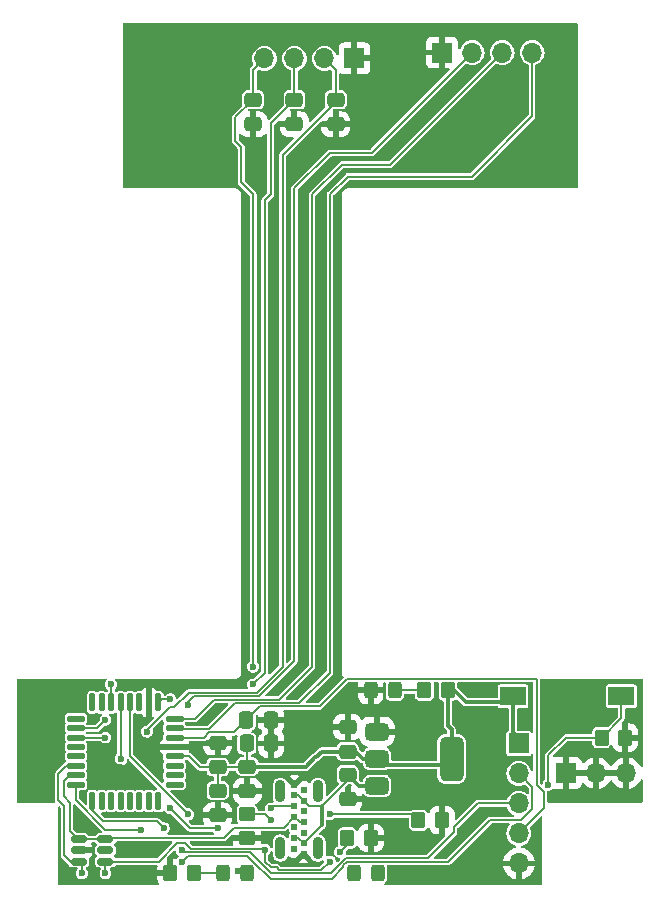
<source format=gbr>
%TF.GenerationSoftware,KiCad,Pcbnew,8.0.7*%
%TF.CreationDate,2024-12-25T21:37:58+08:00*%
%TF.ProjectId,The Button,54686520-4275-4747-946f-6e2e6b696361,rev?*%
%TF.SameCoordinates,Original*%
%TF.FileFunction,Copper,L1,Top*%
%TF.FilePolarity,Positive*%
%FSLAX46Y46*%
G04 Gerber Fmt 4.6, Leading zero omitted, Abs format (unit mm)*
G04 Created by KiCad (PCBNEW 8.0.7) date 2024-12-25 21:37:58*
%MOMM*%
%LPD*%
G01*
G04 APERTURE LIST*
G04 Aperture macros list*
%AMRoundRect*
0 Rectangle with rounded corners*
0 $1 Rounding radius*
0 $2 $3 $4 $5 $6 $7 $8 $9 X,Y pos of 4 corners*
0 Add a 4 corners polygon primitive as box body*
4,1,4,$2,$3,$4,$5,$6,$7,$8,$9,$2,$3,0*
0 Add four circle primitives for the rounded corners*
1,1,$1+$1,$2,$3*
1,1,$1+$1,$4,$5*
1,1,$1+$1,$6,$7*
1,1,$1+$1,$8,$9*
0 Add four rect primitives between the rounded corners*
20,1,$1+$1,$2,$3,$4,$5,0*
20,1,$1+$1,$4,$5,$6,$7,0*
20,1,$1+$1,$6,$7,$8,$9,0*
20,1,$1+$1,$8,$9,$2,$3,0*%
G04 Aperture macros list end*
%TA.AperFunction,SMDPad,CuDef*%
%ADD10RoundRect,0.250000X-0.350000X-0.450000X0.350000X-0.450000X0.350000X0.450000X-0.350000X0.450000X0*%
%TD*%
%TA.AperFunction,SMDPad,CuDef*%
%ADD11RoundRect,0.250000X-0.475000X0.337500X-0.475000X-0.337500X0.475000X-0.337500X0.475000X0.337500X0*%
%TD*%
%TA.AperFunction,SMDPad,CuDef*%
%ADD12RoundRect,0.250000X-0.325000X-0.450000X0.325000X-0.450000X0.325000X0.450000X-0.325000X0.450000X0*%
%TD*%
%TA.AperFunction,SMDPad,CuDef*%
%ADD13RoundRect,0.375000X-0.625000X-0.375000X0.625000X-0.375000X0.625000X0.375000X-0.625000X0.375000X0*%
%TD*%
%TA.AperFunction,SMDPad,CuDef*%
%ADD14RoundRect,0.500000X-0.500000X-1.400000X0.500000X-1.400000X0.500000X1.400000X-0.500000X1.400000X0*%
%TD*%
%TA.AperFunction,ComponentPad*%
%ADD15R,1.700000X1.700000*%
%TD*%
%TA.AperFunction,ComponentPad*%
%ADD16O,1.700000X1.700000*%
%TD*%
%TA.AperFunction,SMDPad,CuDef*%
%ADD17RoundRect,0.150000X-0.512500X-0.150000X0.512500X-0.150000X0.512500X0.150000X-0.512500X0.150000X0*%
%TD*%
%TA.AperFunction,SMDPad,CuDef*%
%ADD18RoundRect,0.250000X0.350000X0.450000X-0.350000X0.450000X-0.350000X-0.450000X0.350000X-0.450000X0*%
%TD*%
%TA.AperFunction,SMDPad,CuDef*%
%ADD19RoundRect,0.250000X-0.337500X-0.475000X0.337500X-0.475000X0.337500X0.475000X-0.337500X0.475000X0*%
%TD*%
%TA.AperFunction,SMDPad,CuDef*%
%ADD20RoundRect,0.250000X-0.450000X0.350000X-0.450000X-0.350000X0.450000X-0.350000X0.450000X0.350000X0*%
%TD*%
%TA.AperFunction,SMDPad,CuDef*%
%ADD21O,0.889000X1.905000*%
%TD*%
%TA.AperFunction,ComponentPad*%
%ADD22C,0.609600*%
%TD*%
%TA.AperFunction,SMDPad,CuDef*%
%ADD23R,2.180000X1.600000*%
%TD*%
%TA.AperFunction,SMDPad,CuDef*%
%ADD24RoundRect,0.250000X0.475000X-0.337500X0.475000X0.337500X-0.475000X0.337500X-0.475000X-0.337500X0*%
%TD*%
%TA.AperFunction,SMDPad,CuDef*%
%ADD25RoundRect,0.125000X0.625000X0.125000X-0.625000X0.125000X-0.625000X-0.125000X0.625000X-0.125000X0*%
%TD*%
%TA.AperFunction,SMDPad,CuDef*%
%ADD26RoundRect,0.125000X0.125000X0.625000X-0.125000X0.625000X-0.125000X-0.625000X0.125000X-0.625000X0*%
%TD*%
%TA.AperFunction,ViaPad*%
%ADD27C,0.600000*%
%TD*%
%TA.AperFunction,Conductor*%
%ADD28C,0.160000*%
%TD*%
%TA.AperFunction,Conductor*%
%ADD29C,0.200000*%
%TD*%
%TA.AperFunction,Conductor*%
%ADD30C,0.300000*%
%TD*%
G04 APERTURE END LIST*
D10*
%TO.P,R7,1*%
%TO.N,Net-(D3-K)*%
X174975000Y-93500000D03*
%TO.P,R7,2*%
%TO.N,GND*%
X176975000Y-93500000D03*
%TD*%
D11*
%TO.P,C12,1*%
%TO.N,/BTN_HI*%
X170500000Y-31000000D03*
%TO.P,C12,2*%
%TO.N,GND*%
X170500000Y-33075000D03*
%TD*%
%TO.P,C3,1*%
%TO.N,VDD_3V*%
X164000000Y-89500000D03*
%TO.P,C3,2*%
%TO.N,GND*%
X164000000Y-91575000D03*
%TD*%
%TO.P,C8,1*%
%TO.N,VDDA_5V*%
X175000000Y-88150000D03*
%TO.P,C8,2*%
%TO.N,GND*%
X175000000Y-90225000D03*
%TD*%
D12*
%TO.P,D4,1,K*%
%TO.N,Net-(D4-K)*%
X164450000Y-96500000D03*
%TO.P,D4,2,A*%
%TO.N,USR_LED_1*%
X166500000Y-96500000D03*
%TD*%
D13*
%TO.P,U1,1,GND*%
%TO.N,GND*%
X177500000Y-84500000D03*
%TO.P,U1,2,VO*%
%TO.N,VDD_3V*%
X177500000Y-86800000D03*
D14*
X183800000Y-86800000D03*
D13*
%TO.P,U1,3,VI*%
%TO.N,VDDA_5V*%
X177500000Y-89100000D03*
%TD*%
D15*
%TO.P,J5,1,Pin_1*%
%TO.N,VDD_3V*%
X189500000Y-85500000D03*
D16*
%TO.P,J5,2,Pin_2*%
%TO.N,SWDIO*%
X189500000Y-88040000D03*
%TO.P,J5,3,Pin_3*%
%TO.N,SWDCLK*%
X189500000Y-90580000D03*
%TO.P,J5,4,Pin_4*%
%TO.N,NRST*%
X189500000Y-93120000D03*
%TO.P,J5,5,Pin_5*%
%TO.N,GND*%
X189500000Y-95660000D03*
%TD*%
D17*
%TO.P,U5,1,I/O1*%
%TO.N,D_P*%
X152225000Y-93600000D03*
%TO.P,U5,2,GND*%
%TO.N,GND*%
X152225000Y-94550000D03*
%TO.P,U5,3,I/O2*%
%TO.N,D_N*%
X152225000Y-95500000D03*
%TO.P,U5,4,I/O2*%
X154500000Y-95500000D03*
%TO.P,U5,5,VBUS*%
%TO.N,unconnected-(U5-VBUS-Pad5)*%
X154500000Y-94550000D03*
%TO.P,U5,6,I/O1*%
%TO.N,D_P*%
X154500000Y-93600000D03*
%TD*%
D15*
%TO.P,J1,1,Pin_1*%
%TO.N,GND*%
X193500000Y-88000000D03*
D16*
%TO.P,J1,2,Pin_2*%
X196040000Y-88000000D03*
%TO.P,J1,3,Pin_3*%
X198580000Y-88000000D03*
%TD*%
D10*
%TO.P,R10,1*%
%TO.N,Net-(J2-CC2)*%
X181000000Y-92000000D03*
%TO.P,R10,2*%
%TO.N,GND*%
X183000000Y-92000000D03*
%TD*%
D12*
%TO.P,D1,1,K*%
%TO.N,GND*%
X176950000Y-81000000D03*
%TO.P,D1,2,A*%
%TO.N,Net-(D1-A)*%
X179000000Y-81000000D03*
%TD*%
D11*
%TO.P,C11,1*%
%TO.N,/BTN_KEY*%
X167000000Y-31000000D03*
%TO.P,C11,2*%
%TO.N,GND*%
X167000000Y-33075000D03*
%TD*%
D18*
%TO.P,R1,1*%
%TO.N,VDD_3V*%
X183500000Y-81000000D03*
%TO.P,R1,2*%
%TO.N,Net-(D1-A)*%
X181500000Y-81000000D03*
%TD*%
D11*
%TO.P,C13,1*%
%TO.N,/BTN_LO*%
X174000000Y-31000000D03*
%TO.P,C13,2*%
%TO.N,GND*%
X174000000Y-33075000D03*
%TD*%
%TO.P,C6,1*%
%TO.N,VDD_3V*%
X166500000Y-87462500D03*
%TO.P,C6,2*%
%TO.N,GND*%
X166500000Y-89537500D03*
%TD*%
D18*
%TO.P,R6,1*%
%TO.N,Net-(D4-K)*%
X162000000Y-96500000D03*
%TO.P,R6,2*%
%TO.N,GND*%
X160000000Y-96500000D03*
%TD*%
D19*
%TO.P,C10,1*%
%TO.N,NRST*%
X166425000Y-83500000D03*
%TO.P,C10,2*%
%TO.N,GND*%
X168500000Y-83500000D03*
%TD*%
D20*
%TO.P,R11,1*%
%TO.N,Net-(J2-CC1)*%
X166500000Y-91500000D03*
%TO.P,R11,2*%
%TO.N,GND*%
X166500000Y-93500000D03*
%TD*%
D15*
%TO.P,J3,1,Pin_1*%
%TO.N,GND*%
X183000000Y-27000000D03*
D16*
%TO.P,J3,2,Pin_2*%
%TO.N,Net-(J3-Pin_2)*%
X185540000Y-27000000D03*
%TO.P,J3,3,Pin_3*%
%TO.N,Net-(J3-Pin_3)*%
X188080000Y-27000000D03*
%TO.P,J3,4,Pin_4*%
%TO.N,Net-(J3-Pin_4)*%
X190620000Y-27000000D03*
%TD*%
D12*
%TO.P,D3,1,K*%
%TO.N,Net-(D3-K)*%
X175500000Y-96500000D03*
%TO.P,D3,2,A*%
%TO.N,USR_LED_2*%
X177550000Y-96500000D03*
%TD*%
D10*
%TO.P,R5,1*%
%TO.N,SWDCLK*%
X196500000Y-85000000D03*
%TO.P,R5,2*%
%TO.N,GND*%
X198500000Y-85000000D03*
%TD*%
D21*
%TO.P,J2,15*%
%TO.N,N/C*%
X169300000Y-89549998D03*
%TO.P,J2,16*%
X172500000Y-89549998D03*
%TO.P,J2,17*%
X169300000Y-94349999D03*
%TO.P,J2,18*%
X172500000Y-94349999D03*
D22*
%TO.P,J2,A1,GND*%
%TO.N,GND*%
X170500000Y-94399999D03*
%TO.P,J2,A4,VBUS*%
%TO.N,VDDA_5V*%
X170500000Y-93499998D03*
%TO.P,J2,A5,CC1*%
%TO.N,Net-(J2-CC1)*%
X170500000Y-92600000D03*
%TO.P,J2,A6,DP1*%
%TO.N,D_P*%
X170500000Y-91699999D03*
%TO.P,J2,A7,DN1*%
%TO.N,D_N*%
X170500000Y-90799999D03*
%TO.P,J2,A9,VBUS*%
%TO.N,VDDA_5V*%
X170500000Y-89900000D03*
%TO.P,J2,A12,GND*%
%TO.N,GND*%
X170500000Y-89000000D03*
%TO.P,J2,B1,GND*%
X171280001Y-89450000D03*
%TO.P,J2,B4,VBUS*%
%TO.N,VDDA_5V*%
X171280001Y-90350000D03*
%TO.P,J2,B5,CC2*%
%TO.N,Net-(J2-CC2)*%
X171280001Y-91249999D03*
%TO.P,J2,B6,DP2*%
%TO.N,D_P*%
X171280001Y-92149999D03*
%TO.P,J2,B7,DN2*%
%TO.N,D_N*%
X171280001Y-93050000D03*
%TO.P,J2,B9,VBUS*%
%TO.N,VDDA_5V*%
X171280001Y-93949998D03*
%TO.P,J2,B12,GND*%
%TO.N,GND*%
X171280001Y-94849999D03*
%TD*%
D23*
%TO.P,SW8,1,A*%
%TO.N,SWDCLK*%
X198180000Y-81500000D03*
%TO.P,SW8,2,B*%
%TO.N,VDD_3V*%
X189000000Y-81500000D03*
%TD*%
D24*
%TO.P,C9,1*%
%TO.N,VDD_3V*%
X175000000Y-86187500D03*
%TO.P,C9,2*%
%TO.N,GND*%
X175000000Y-84112500D03*
%TD*%
D19*
%TO.P,C7,1*%
%TO.N,VDD_3V*%
X166462500Y-85500000D03*
%TO.P,C7,2*%
%TO.N,GND*%
X168537500Y-85500000D03*
%TD*%
D24*
%TO.P,C4,1*%
%TO.N,VDD_3V*%
X164000000Y-87500000D03*
%TO.P,C4,2*%
%TO.N,GND*%
X164000000Y-85425000D03*
%TD*%
D25*
%TO.P,U2,1,PB9*%
%TO.N,unconnected-(U2-PB9-Pad1)*%
X160350000Y-89000000D03*
%TO.P,U2,2,PC14*%
%TO.N,unconnected-(U2-PC14-Pad2)*%
X160350000Y-88200000D03*
%TO.P,U2,3,PC15*%
%TO.N,unconnected-(U2-PC15-Pad3)*%
X160350000Y-87400000D03*
%TO.P,U2,4,VDD*%
%TO.N,VDD_3V*%
X160350000Y-86600000D03*
%TO.P,U2,5,VSS*%
%TO.N,GND*%
X160350000Y-85800000D03*
%TO.P,U2,6,PF2*%
%TO.N,NRST*%
X160350000Y-85000000D03*
%TO.P,U2,7,PA0*%
%TO.N,Net-(J3-Pin_4)*%
X160350000Y-84200000D03*
%TO.P,U2,8,PA1*%
%TO.N,Net-(J3-Pin_3)*%
X160350000Y-83400000D03*
D26*
%TO.P,U2,9,PA2*%
%TO.N,Net-(J3-Pin_2)*%
X158975000Y-82025000D03*
%TO.P,U2,10,PA3*%
%TO.N,GND*%
X158175000Y-82025000D03*
%TO.P,U2,11,PA4*%
%TO.N,unconnected-(U2-PA4-Pad11)*%
X157375000Y-82025000D03*
%TO.P,U2,12,PA5*%
%TO.N,USR_LED_1*%
X156575000Y-82025000D03*
%TO.P,U2,13,PA6*%
%TO.N,USR_LED_2*%
X155775000Y-82025000D03*
%TO.P,U2,14,PA7*%
%TO.N,/BTN_KEY*%
X154975000Y-82025000D03*
%TO.P,U2,15,PB0*%
%TO.N,unconnected-(U2-PB0-Pad15)*%
X154175000Y-82025000D03*
%TO.P,U2,16,PB1*%
%TO.N,unconnected-(U2-PB1-Pad16)*%
X153375000Y-82025000D03*
D25*
%TO.P,U2,17,PB2*%
%TO.N,unconnected-(U2-PB2-Pad17)*%
X152000000Y-83400000D03*
%TO.P,U2,18,PA8*%
%TO.N,/BTN_HI*%
X152000000Y-84200000D03*
%TO.P,U2,19,PA9*%
%TO.N,/BTN_LO*%
X152000000Y-85000000D03*
%TO.P,U2,20,PC6*%
%TO.N,unconnected-(U2-PC6-Pad20)*%
X152000000Y-85800000D03*
%TO.P,U2,21,PA10*%
%TO.N,unconnected-(U2-PA10-Pad21)*%
X152000000Y-86600000D03*
%TO.P,U2,22,PA11*%
%TO.N,D_N*%
X152000000Y-87400000D03*
%TO.P,U2,23,PA12*%
%TO.N,D_P*%
X152000000Y-88200000D03*
%TO.P,U2,24,PA13*%
%TO.N,SWDIO*%
X152000000Y-89000000D03*
D26*
%TO.P,U2,25,PA14*%
%TO.N,SWDCLK*%
X153375000Y-90375000D03*
%TO.P,U2,26,PA15*%
%TO.N,unconnected-(U2-PA15-Pad26)*%
X154175000Y-90375000D03*
%TO.P,U2,27,PB3*%
%TO.N,unconnected-(U2-PB3-Pad27)*%
X154975000Y-90375000D03*
%TO.P,U2,28,PB4*%
%TO.N,unconnected-(U2-PB4-Pad28)*%
X155775000Y-90375000D03*
%TO.P,U2,29,PB5*%
%TO.N,unconnected-(U2-PB5-Pad29)*%
X156575000Y-90375000D03*
%TO.P,U2,30,PB6*%
%TO.N,unconnected-(U2-PB6-Pad30)*%
X157375000Y-90375000D03*
%TO.P,U2,31,PB7*%
%TO.N,unconnected-(U2-PB7-Pad31)*%
X158175000Y-90375000D03*
%TO.P,U2,32,PB8*%
%TO.N,unconnected-(U2-PB8-Pad32)*%
X158975000Y-90375000D03*
%TD*%
D15*
%TO.P,J4,1,Pin_1*%
%TO.N,GND*%
X175580000Y-27500000D03*
D16*
%TO.P,J4,2,Pin_2*%
%TO.N,/BTN_LO*%
X173040000Y-27500000D03*
%TO.P,J4,3,Pin_3*%
%TO.N,/BTN_HI*%
X170500000Y-27500000D03*
%TO.P,J4,4,Pin_4*%
%TO.N,/BTN_KEY*%
X167960000Y-27500000D03*
%TD*%
D27*
%TO.N,Net-(D3-K)*%
X175500000Y-96500000D03*
X174375088Y-94687585D03*
%TO.N,GND*%
X184710000Y-93000000D03*
X186000000Y-81000000D03*
X166500000Y-93500000D03*
%TO.N,D_N*%
X152500000Y-96500000D03*
X154500000Y-96500000D03*
%TO.N,GND*%
X153000000Y-94500000D03*
%TO.N,USR_LED_2*%
X177550000Y-96500002D03*
X164000000Y-92662500D03*
X160000000Y-91000000D03*
X155775000Y-86775000D03*
%TO.N,GND*%
X151500000Y-96500000D03*
X149500000Y-90000000D03*
%TO.N,/BTN_HI*%
X167000000Y-80500000D03*
X154500000Y-83500000D03*
%TO.N,/BTN_KEY*%
X154950457Y-80500000D03*
X167000000Y-79000000D03*
%TO.N,GND*%
X171500000Y-80500000D03*
X173000000Y-81000000D03*
X152210000Y-91502046D03*
X157500000Y-83730000D03*
X158000000Y-86500000D03*
X162853575Y-83654610D03*
X162000000Y-89500000D03*
X167500000Y-84500000D03*
X173500000Y-83000000D03*
X180500000Y-85500000D03*
X181500000Y-93500000D03*
X186500000Y-96500000D03*
X193500000Y-81500000D03*
X186500000Y-87500000D03*
X152000000Y-82000000D03*
X159977283Y-92009659D03*
X156500000Y-94500000D03*
X155000000Y-87000000D03*
X149000000Y-86500000D03*
X170247954Y-79747954D03*
X169500000Y-34500000D03*
X169000000Y-29500000D03*
X172000000Y-30000000D03*
X189500000Y-30000000D03*
X184000000Y-33000000D03*
%TO.N,/BTN_LO*%
X158000000Y-84500000D03*
X154500000Y-85000000D03*
%TO.N,USR_LED_1*%
X161500000Y-91500000D03*
X165712500Y-96287500D03*
%TO.N,D_N*%
X173500000Y-95500000D03*
X168000000Y-94500000D03*
X168500000Y-91000000D03*
%TO.N,Net-(J2-CC2)*%
X173500000Y-91500000D03*
%TO.N,Net-(J2-CC1)*%
X168500000Y-92000000D03*
%TO.N,Net-(J3-Pin_2)*%
X160000000Y-81730000D03*
X161500000Y-82230000D03*
%TO.N,SWDIO*%
X161000000Y-95500000D03*
X157500000Y-92790000D03*
%TO.N,SWDCLK*%
X159426814Y-92657338D03*
X160953448Y-94542459D03*
X192000000Y-89000000D03*
%TD*%
D28*
%TO.N,SWDCLK*%
X160953448Y-94542459D02*
X161123989Y-94713000D01*
X161123989Y-94713000D02*
X166713000Y-94713000D01*
X184000000Y-92594120D02*
X186014120Y-90580000D01*
X166713000Y-94713000D02*
X168500000Y-96500000D01*
X168500000Y-96500000D02*
X173562660Y-96500000D01*
X173562660Y-96500000D02*
X174829660Y-95233000D01*
X174829660Y-95233000D02*
X177361121Y-95233000D01*
X177361121Y-95233000D02*
X177381121Y-95213000D01*
X177381121Y-95213000D02*
X181787000Y-95213000D01*
X181787000Y-95213000D02*
X184000000Y-93000000D01*
X184000000Y-93000000D02*
X184000000Y-92594120D01*
X186014120Y-90580000D02*
X189500000Y-90580000D01*
%TO.N,SWDIO*%
X174645000Y-95823540D02*
X174948540Y-95520000D01*
X174948540Y-95520000D02*
X183520000Y-95520000D01*
X183520000Y-95520000D02*
X187050000Y-91990000D01*
X190630000Y-89170000D02*
X189500000Y-88040000D01*
X190630000Y-91048062D02*
X190630000Y-89170000D01*
X187050000Y-91990000D02*
X189688062Y-91990000D01*
X174645000Y-95997000D02*
X174645000Y-95823540D01*
X173657730Y-96984270D02*
X174645000Y-95997000D01*
D29*
%TO.N,Net-(D3-K)*%
X174975000Y-94087673D02*
X174375088Y-94687585D01*
D28*
%TO.N,SWDIO*%
X189688062Y-91990000D02*
X190630000Y-91048062D01*
D29*
%TO.N,Net-(D3-K)*%
X174975000Y-93500000D02*
X174975000Y-94087673D01*
D28*
%TO.N,SWDIO*%
X168515730Y-96984270D02*
X173657730Y-96984270D01*
X168531460Y-97000000D02*
X168515730Y-96984270D01*
X168515730Y-96984270D02*
X167031460Y-95500000D01*
X167031460Y-95500000D02*
X167000000Y-95500000D01*
X166500000Y-95000000D02*
X161500000Y-95000000D01*
X167000000Y-95500000D02*
X166500000Y-95000000D01*
X161500000Y-95000000D02*
X161000000Y-95500000D01*
%TO.N,NRST*%
X166425000Y-83500000D02*
X167564000Y-82361000D01*
X191620000Y-91000000D02*
X189500000Y-93120000D01*
X172639000Y-82361000D02*
X174980000Y-80020000D01*
X191000000Y-80020000D02*
X191000000Y-89004092D01*
X167564000Y-82361000D02*
X172639000Y-82361000D01*
X174980000Y-80020000D02*
X191000000Y-80020000D01*
X191620000Y-89624092D02*
X191620000Y-91000000D01*
X191000000Y-89004092D02*
X191620000Y-89624092D01*
D30*
%TO.N,VDD_3V*%
X183500000Y-81000000D02*
X184000000Y-81000000D01*
X184000000Y-81000000D02*
X185000000Y-82000000D01*
X185000000Y-82000000D02*
X188500000Y-82000000D01*
X188500000Y-82000000D02*
X189000000Y-81500000D01*
D28*
%TO.N,SWDCLK*%
X158849476Y-92080000D02*
X159426814Y-92657338D01*
X153375000Y-91124999D02*
X154330001Y-92080000D01*
%TO.N,SWDIO*%
X152000000Y-90326220D02*
X154463780Y-92790000D01*
%TO.N,SWDCLK*%
X153375000Y-90375000D02*
X153375000Y-91124999D01*
X154330001Y-92080000D02*
X158849476Y-92080000D01*
%TO.N,D_P*%
X164504092Y-93500000D02*
X165384092Y-92620000D01*
%TO.N,SWDIO*%
X154463780Y-92790000D02*
X157500000Y-92790000D01*
%TO.N,D_P*%
X154600000Y-93500000D02*
X164504092Y-93500000D01*
%TO.N,SWDIO*%
X152000000Y-89000000D02*
X152000000Y-90326220D01*
%TO.N,D_P*%
X154500000Y-93600000D02*
X154600000Y-93500000D01*
X165384092Y-92620000D02*
X169579999Y-92620000D01*
X169579999Y-92620000D02*
X170500000Y-91699999D01*
D29*
%TO.N,/BTN_KEY*%
X154975000Y-82025000D02*
X154975000Y-80524543D01*
X154975000Y-80524543D02*
X154950457Y-80500000D01*
D28*
%TO.N,Net-(J2-CC2)*%
X173500000Y-91500000D02*
X180500000Y-91500000D01*
X180500000Y-91500000D02*
X181000000Y-92000000D01*
D29*
%TO.N,D_N*%
X152500000Y-96500000D02*
X152500000Y-95775000D01*
X152500000Y-95775000D02*
X152225000Y-95500000D01*
D28*
X154500000Y-95500000D02*
X154500000Y-96500000D01*
X154500000Y-95500000D02*
X158995908Y-95500000D01*
X158995908Y-95500000D02*
X160540845Y-93955063D01*
X167926000Y-94426000D02*
X168000000Y-94500000D01*
X161264684Y-93955063D02*
X161735621Y-94426000D01*
X160540845Y-93955063D02*
X161264684Y-93955063D01*
X161735621Y-94426000D02*
X167926000Y-94426000D01*
D29*
%TO.N,VDDA_5V*%
X171280001Y-93949998D02*
X172800098Y-92429901D01*
%TO.N,USR_LED_2*%
X164000000Y-92662500D02*
X161662500Y-92662500D01*
X161662500Y-92662500D02*
X160000000Y-91000000D01*
D28*
%TO.N,USR_LED_1*%
X156575000Y-86575000D02*
X161500000Y-91500000D01*
X156575000Y-82025000D02*
X156575000Y-86575000D01*
D29*
%TO.N,USR_LED_2*%
X156000000Y-87000000D02*
X155775000Y-86775000D01*
X155775000Y-82025000D02*
X155775000Y-86775000D01*
D28*
%TO.N,D_N*%
X168000000Y-95500000D02*
X168500000Y-96000000D01*
X172787000Y-96213000D02*
X173500000Y-95500000D01*
X168000000Y-94500000D02*
X168000000Y-95500000D01*
X169000000Y-96000000D02*
X169213000Y-96213000D01*
X168500000Y-96000000D02*
X169000000Y-96000000D01*
X169213000Y-96213000D02*
X172787000Y-96213000D01*
D29*
%TO.N,VDDA_5V*%
X175000000Y-88150000D02*
X175000000Y-88610880D01*
D28*
X175000000Y-88610880D02*
X172828382Y-90782498D01*
D29*
X172828382Y-90782498D02*
X172800098Y-90782498D01*
D30*
X177500000Y-89100000D02*
X175950000Y-89100000D01*
X175950000Y-89100000D02*
X175000000Y-88150000D01*
%TO.N,VDD_3V*%
X175000000Y-86187500D02*
X175687500Y-86187500D01*
X176300000Y-86800000D02*
X177500000Y-86800000D01*
X175687500Y-86187500D02*
X176300000Y-86800000D01*
X166500000Y-87462500D02*
X171462500Y-87462500D01*
X171462500Y-87462500D02*
X172237500Y-86687500D01*
X172237500Y-86687500D02*
X172312500Y-86687500D01*
X172812500Y-86187500D02*
X175000000Y-86187500D01*
X172312500Y-86687500D02*
X172812500Y-86187500D01*
D28*
%TO.N,D_P*%
X152000000Y-88200000D02*
X151473780Y-88200000D01*
X151473780Y-88200000D02*
X150970000Y-88703780D01*
X151500000Y-90500000D02*
X151500000Y-92875000D01*
X150970000Y-88703780D02*
X150970000Y-89970000D01*
X150970000Y-89970000D02*
X151500000Y-90500000D01*
X151500000Y-92875000D02*
X152225000Y-93600000D01*
%TO.N,D_N*%
X152000000Y-87400000D02*
X151194120Y-87400000D01*
X151194120Y-87400000D02*
X150500000Y-88094120D01*
X151562501Y-95500000D02*
X152225000Y-95500000D01*
X151000000Y-90787000D02*
X151000000Y-94937499D01*
X150500000Y-88094120D02*
X150500000Y-90287000D01*
X150500000Y-90287000D02*
X151000000Y-90787000D01*
X151000000Y-94937499D02*
X151562501Y-95500000D01*
%TO.N,/BTN_LO*%
X161541092Y-81193000D02*
X167307000Y-81193000D01*
X159955494Y-82440000D02*
X160294092Y-82440000D01*
%TO.N,Net-(J3-Pin_2)*%
X158975000Y-82025000D02*
X159270000Y-81730000D01*
%TO.N,/BTN_LO*%
X160294092Y-82440000D02*
X161541092Y-81193000D01*
X158000000Y-84395494D02*
X159955494Y-82440000D01*
%TO.N,Net-(J3-Pin_2)*%
X159270000Y-81730000D02*
X160000000Y-81730000D01*
D29*
%TO.N,/BTN_HI*%
X152000000Y-84200000D02*
X153800000Y-84200000D01*
X153800000Y-84200000D02*
X154500000Y-83500000D01*
X168000000Y-79500000D02*
X167000000Y-80500000D01*
X168500000Y-33000000D02*
X168500000Y-39000000D01*
X168000000Y-39500000D02*
X168000000Y-79500000D01*
X168500000Y-39000000D02*
X168000000Y-39500000D01*
X170500000Y-31000000D02*
X168500000Y-33000000D01*
%TO.N,/BTN_LO*%
X158000000Y-84500000D02*
X158000000Y-84395494D01*
X167307000Y-81193000D02*
X169500000Y-79000000D01*
X169500000Y-79000000D02*
X169500000Y-35672244D01*
X169500000Y-35672244D02*
X174000000Y-31172244D01*
X174000000Y-31172244D02*
X174000000Y-31000000D01*
D28*
%TO.N,Net-(J3-Pin_2)*%
X167500000Y-81500000D02*
X162000000Y-81500000D01*
X173500000Y-35500000D02*
X170500000Y-38500000D01*
X185540000Y-27000000D02*
X177040000Y-35500000D01*
X177040000Y-35500000D02*
X173500000Y-35500000D01*
X170500000Y-38500000D02*
X170500000Y-78500000D01*
X161500000Y-82000000D02*
X161500000Y-82230000D01*
X170500000Y-78500000D02*
X167500000Y-81500000D01*
X162000000Y-81500000D02*
X161500000Y-82000000D01*
%TO.N,Net-(J3-Pin_3)*%
X162104092Y-83400000D02*
X160350000Y-83400000D01*
X169213000Y-81787000D02*
X163717092Y-81787000D01*
X178580000Y-36500000D02*
X174500000Y-36500000D01*
X172000000Y-39000000D02*
X172000000Y-79000000D01*
%TO.N,NRST*%
X162856040Y-85000000D02*
X163298540Y-84557500D01*
%TO.N,Net-(J3-Pin_3)*%
X188080000Y-27000000D02*
X178580000Y-36500000D01*
%TO.N,Net-(J3-Pin_4)*%
X190620000Y-27000000D02*
X190620000Y-32380000D01*
X175000000Y-37500000D02*
X173500000Y-39000000D01*
X170926000Y-82074000D02*
X165438277Y-82074000D01*
X173500000Y-79500000D02*
X170926000Y-82074000D01*
X185500000Y-37500000D02*
X175000000Y-37500000D01*
%TO.N,NRST*%
X160350000Y-85000000D02*
X162856040Y-85000000D01*
%TO.N,Net-(J3-Pin_3)*%
X163717092Y-81787000D02*
X162104092Y-83400000D01*
%TO.N,Net-(J3-Pin_4)*%
X173500000Y-39000000D02*
X173500000Y-79500000D01*
X165438277Y-82074000D02*
X163241777Y-84270500D01*
X160420500Y-84270500D02*
X160350000Y-84200000D01*
%TO.N,NRST*%
X163298540Y-84557500D02*
X165367500Y-84557500D01*
X165367500Y-84557500D02*
X166425000Y-83500000D01*
%TO.N,Net-(J3-Pin_3)*%
X174500000Y-36500000D02*
X172000000Y-39000000D01*
X172000000Y-79000000D02*
X169213000Y-81787000D01*
%TO.N,Net-(J3-Pin_4)*%
X163241777Y-84270500D02*
X160420500Y-84270500D01*
X190620000Y-32380000D02*
X185500000Y-37500000D01*
D29*
%TO.N,VDD_3V*%
X166500000Y-87462500D02*
X166500000Y-85537500D01*
X166462500Y-87500000D02*
X166500000Y-87462500D01*
X161600000Y-86600000D02*
X162500000Y-87500000D01*
X162500000Y-87500000D02*
X164000000Y-87500000D01*
D30*
X189500000Y-85000000D02*
X189000000Y-84500000D01*
X177500000Y-87300000D02*
X183800000Y-87300000D01*
D29*
X164000000Y-87500000D02*
X164000000Y-89500000D01*
X160350000Y-86600000D02*
X161600000Y-86600000D01*
X164000000Y-87500000D02*
X166462500Y-87500000D01*
D30*
X183800000Y-84300000D02*
X183500000Y-84000000D01*
X183800000Y-87300000D02*
X183800000Y-84300000D01*
X189500000Y-85500000D02*
X189500000Y-85000000D01*
X183500000Y-84000000D02*
X183500000Y-81000000D01*
X189000000Y-84500000D02*
X189000000Y-81500000D01*
D28*
%TO.N,VDDA_5V*%
X170830001Y-89900000D02*
X171280001Y-90350000D01*
X170500000Y-93499998D02*
X170830001Y-93499998D01*
X175000000Y-88650000D02*
X174932596Y-88650000D01*
X171712499Y-90782498D02*
X171280001Y-90350000D01*
D30*
X177500000Y-89600000D02*
X177100000Y-89600000D01*
D28*
X170500000Y-89900000D02*
X170830001Y-89900000D01*
X172800098Y-90782498D02*
X171712499Y-90782498D01*
X170830001Y-93499998D02*
X171280001Y-93949998D01*
D30*
X172800098Y-92429901D02*
X172800098Y-90782498D01*
D29*
%TO.N,/BTN_KEY*%
X167000000Y-28460000D02*
X167960000Y-27500000D01*
X167000000Y-31000000D02*
X167000000Y-28460000D01*
%TO.N,/BTN_HI*%
X170500000Y-27500000D02*
X170500000Y-31000000D01*
D28*
%TO.N,/BTN_LO*%
X152000000Y-85000000D02*
X154500000Y-85000000D01*
D29*
X173040000Y-27500000D02*
X174000000Y-28460000D01*
X174000000Y-28460000D02*
X174000000Y-31000000D01*
D28*
%TO.N,Net-(D1-A)*%
X179000000Y-81000000D02*
X181500000Y-81000000D01*
%TO.N,Net-(D3-K)*%
X174950000Y-94050000D02*
X175000000Y-94000000D01*
%TO.N,Net-(D4-K)*%
X162000000Y-96500000D02*
X164450000Y-96500000D01*
%TO.N,D_P*%
X170950000Y-92149999D02*
X170500000Y-91699999D01*
X171280001Y-92149999D02*
X170950000Y-92149999D01*
X152225000Y-93600000D02*
X154500000Y-93600000D01*
%TO.N,D_N*%
X168700001Y-90799999D02*
X170500000Y-90799999D01*
X168500000Y-91000000D02*
X168700001Y-90799999D01*
%TO.N,Net-(J2-CC1)*%
X168500000Y-92000000D02*
X168000000Y-91500000D01*
X168000000Y-91500000D02*
X166500000Y-91500000D01*
%TO.N,SWDIO*%
X189500000Y-88000000D02*
X189500000Y-88040000D01*
%TO.N,SWDCLK*%
X198180000Y-81500000D02*
X198180000Y-83320000D01*
X193500000Y-85000000D02*
X192000000Y-86500000D01*
X192000000Y-86500000D02*
X192000000Y-89000000D01*
X198180000Y-83320000D02*
X196500000Y-85000000D01*
X196500000Y-85000000D02*
X193500000Y-85000000D01*
D29*
%TO.N,/BTN_KEY*%
X165500000Y-32500000D02*
X165500000Y-34500000D01*
X167000000Y-31000000D02*
X165500000Y-32500000D01*
X166000000Y-38000000D02*
X167000000Y-39000000D01*
X167000000Y-39000000D02*
X167000000Y-79000000D01*
X165500000Y-34500000D02*
X166000000Y-35000000D01*
X166000000Y-35000000D02*
X166000000Y-38000000D01*
%TO.N,USR_LED_1*%
X165712500Y-96287500D02*
X166287500Y-96287500D01*
X166287500Y-96287500D02*
X166500000Y-96500000D01*
%TD*%
%TA.AperFunction,Conductor*%
%TO.N,GND*%
G36*
X150668833Y-90852519D02*
G01*
X150690504Y-90874190D01*
X150718281Y-90928707D01*
X150719500Y-90944194D01*
X150719500Y-94974430D01*
X150726218Y-94999500D01*
X150737082Y-95040046D01*
X150737861Y-95042951D01*
X150738616Y-95045770D01*
X150738618Y-95045773D01*
X150760576Y-95083805D01*
X150775544Y-95109730D01*
X150827769Y-95161955D01*
X150827771Y-95161956D01*
X151338044Y-95672230D01*
X151340978Y-95675164D01*
X151368755Y-95729681D01*
X151368939Y-95730892D01*
X151371926Y-95751390D01*
X151371926Y-95751391D01*
X151371927Y-95751393D01*
X151423302Y-95856483D01*
X151506017Y-95939198D01*
X151551901Y-95961629D01*
X151611104Y-95990572D01*
X151611105Y-95990572D01*
X151611107Y-95990573D01*
X151679240Y-96000500D01*
X152053783Y-96000500D01*
X152111974Y-96019407D01*
X152147938Y-96068907D01*
X152147938Y-96130093D01*
X152128602Y-96164331D01*
X152074623Y-96226626D01*
X152014834Y-96357543D01*
X151994353Y-96499997D01*
X151994353Y-96500000D01*
X152014834Y-96642456D01*
X152063949Y-96750000D01*
X152074623Y-96773373D01*
X152166582Y-96879500D01*
X152168873Y-96882144D01*
X152248676Y-96933430D01*
X152289947Y-96959953D01*
X152394435Y-96990633D01*
X152428035Y-97000499D01*
X152428036Y-97000499D01*
X152428039Y-97000500D01*
X152428041Y-97000500D01*
X152571959Y-97000500D01*
X152571961Y-97000500D01*
X152710053Y-96959953D01*
X152831128Y-96882143D01*
X152925377Y-96773373D01*
X152985165Y-96642457D01*
X153005647Y-96500000D01*
X153004950Y-96495155D01*
X152985165Y-96357543D01*
X152936051Y-96250000D01*
X152925377Y-96226627D01*
X152849422Y-96138969D01*
X152840235Y-96128367D01*
X152816418Y-96072007D01*
X152830277Y-96012412D01*
X152871575Y-95974595D01*
X152943983Y-95939198D01*
X153026698Y-95856483D01*
X153078073Y-95751393D01*
X153088000Y-95683260D01*
X153088000Y-95316740D01*
X153087999Y-95316738D01*
X153087741Y-95313169D01*
X153089371Y-95313050D01*
X153098627Y-95258775D01*
X153135908Y-95219544D01*
X153139054Y-95217683D01*
X153255185Y-95101552D01*
X153338780Y-94960201D01*
X153338780Y-94960200D01*
X153384598Y-94802493D01*
X153384600Y-94802486D01*
X153384796Y-94800000D01*
X152324000Y-94800000D01*
X152265809Y-94781093D01*
X152229845Y-94731593D01*
X152225000Y-94701000D01*
X152225000Y-94399000D01*
X152243907Y-94340809D01*
X152293407Y-94304845D01*
X152324000Y-94300000D01*
X153384795Y-94300000D01*
X153384600Y-94297513D01*
X153384598Y-94297506D01*
X153338781Y-94139802D01*
X153273783Y-94029895D01*
X153260436Y-93970183D01*
X153284736Y-93914030D01*
X153337401Y-93882884D01*
X153358997Y-93880500D01*
X153599357Y-93880500D01*
X153657548Y-93899407D01*
X153688297Y-93936019D01*
X153698299Y-93956478D01*
X153698300Y-93956480D01*
X153698301Y-93956481D01*
X153698302Y-93956483D01*
X153746817Y-94004998D01*
X153774593Y-94059513D01*
X153765022Y-94119945D01*
X153746818Y-94145000D01*
X153718645Y-94173174D01*
X153698301Y-94193518D01*
X153646927Y-94298604D01*
X153646927Y-94298607D01*
X153637000Y-94366740D01*
X153637000Y-94733260D01*
X153642845Y-94773374D01*
X153646927Y-94801395D01*
X153670688Y-94849998D01*
X153698302Y-94906483D01*
X153746817Y-94954998D01*
X153774593Y-95009513D01*
X153765022Y-95069945D01*
X153746818Y-95095000D01*
X153718124Y-95123695D01*
X153698301Y-95143518D01*
X153646927Y-95248604D01*
X153643387Y-95272906D01*
X153637000Y-95316740D01*
X153637000Y-95683260D01*
X153641340Y-95713045D01*
X153646927Y-95751395D01*
X153684265Y-95827770D01*
X153698302Y-95856483D01*
X153781017Y-95939198D01*
X153826901Y-95961629D01*
X153886104Y-95990572D01*
X153886105Y-95990572D01*
X153886107Y-95990573D01*
X153954240Y-96000500D01*
X154053783Y-96000500D01*
X154111974Y-96019407D01*
X154147938Y-96068907D01*
X154147938Y-96130093D01*
X154128602Y-96164331D01*
X154074623Y-96226626D01*
X154014834Y-96357543D01*
X153994353Y-96499997D01*
X153994353Y-96500000D01*
X154014834Y-96642456D01*
X154063949Y-96750000D01*
X154074623Y-96773373D01*
X154166582Y-96879500D01*
X154168873Y-96882144D01*
X154248676Y-96933430D01*
X154289947Y-96959953D01*
X154394435Y-96990633D01*
X154428035Y-97000499D01*
X154428036Y-97000499D01*
X154428039Y-97000500D01*
X154428041Y-97000500D01*
X154571959Y-97000500D01*
X154571961Y-97000500D01*
X154710053Y-96959953D01*
X154831128Y-96882143D01*
X154925377Y-96773373D01*
X154985165Y-96642457D01*
X155005647Y-96500000D01*
X155004950Y-96495155D01*
X154985165Y-96357543D01*
X154963329Y-96309730D01*
X154925377Y-96226627D01*
X154871398Y-96164331D01*
X154847580Y-96107972D01*
X154861439Y-96048376D01*
X154907680Y-96008309D01*
X154946217Y-96000500D01*
X155045757Y-96000500D01*
X155045760Y-96000500D01*
X155113893Y-95990573D01*
X155218983Y-95939198D01*
X155301698Y-95856483D01*
X155305540Y-95848622D01*
X155311703Y-95836019D01*
X155354246Y-95792045D01*
X155400643Y-95780500D01*
X158813062Y-95780500D01*
X158871253Y-95799407D01*
X158907217Y-95848907D01*
X158909433Y-95891762D01*
X158911043Y-95891927D01*
X158900000Y-96000012D01*
X158900000Y-96249999D01*
X158900001Y-96250000D01*
X159749999Y-96250000D01*
X159750000Y-96249999D01*
X159750000Y-95300001D01*
X159741299Y-95291300D01*
X159713522Y-95236783D01*
X159723093Y-95176351D01*
X159741293Y-95151299D01*
X160295675Y-94596917D01*
X160350190Y-94569142D01*
X160410622Y-94578713D01*
X160453887Y-94621978D01*
X160463669Y-94652832D01*
X160468282Y-94684915D01*
X160504571Y-94764375D01*
X160528071Y-94815832D01*
X160622320Y-94924602D01*
X160658652Y-94947951D01*
X160666359Y-94952904D01*
X160705090Y-95000270D01*
X160708582Y-95061356D01*
X160675503Y-95112828D01*
X160670375Y-95116554D01*
X160668874Y-95117854D01*
X160574621Y-95226629D01*
X160564312Y-95249202D01*
X160522939Y-95294279D01*
X160464198Y-95306560D01*
X160399988Y-95300000D01*
X160250001Y-95300000D01*
X160250000Y-95300001D01*
X160250000Y-96401000D01*
X160231093Y-96459191D01*
X160181593Y-96495155D01*
X160151000Y-96500000D01*
X160000001Y-96500000D01*
X160000000Y-96500001D01*
X160000000Y-96651000D01*
X159981093Y-96709191D01*
X159931593Y-96745155D01*
X159901000Y-96750000D01*
X158900002Y-96750000D01*
X158900001Y-96750001D01*
X158900001Y-96999986D01*
X158910492Y-97102687D01*
X158910495Y-97102699D01*
X158965642Y-97269122D01*
X159014620Y-97348527D01*
X159029076Y-97407980D01*
X159005826Y-97464576D01*
X158953750Y-97496697D01*
X158930359Y-97499500D01*
X150599500Y-97499500D01*
X150541309Y-97480593D01*
X150505345Y-97431093D01*
X150500500Y-97400500D01*
X150500500Y-90927619D01*
X150502127Y-90927619D01*
X150511825Y-90875286D01*
X150556207Y-90833168D01*
X150616868Y-90825180D01*
X150668833Y-90852519D01*
G37*
%TD.AperFunction*%
%TA.AperFunction,Conductor*%
G36*
X191445445Y-91667983D02*
G01*
X191488710Y-91711248D01*
X191499500Y-91756193D01*
X191499500Y-97400500D01*
X191480593Y-97458691D01*
X191431093Y-97494655D01*
X191400500Y-97499500D01*
X178189959Y-97499500D01*
X178131768Y-97480593D01*
X178095804Y-97431093D01*
X178095804Y-97369907D01*
X178131171Y-97320845D01*
X178185837Y-97280499D01*
X178197150Y-97272150D01*
X178277793Y-97162882D01*
X178322646Y-97034699D01*
X178325499Y-97004273D01*
X178325500Y-97004273D01*
X178325500Y-95995727D01*
X178325499Y-95995725D01*
X178325016Y-95990572D01*
X178322646Y-95965301D01*
X178313512Y-95939198D01*
X178311063Y-95932198D01*
X178309690Y-95871028D01*
X178344534Y-95820733D01*
X178402285Y-95800525D01*
X178404507Y-95800500D01*
X183556927Y-95800500D01*
X183556929Y-95800500D01*
X183628269Y-95781384D01*
X183629800Y-95780500D01*
X183692231Y-95744456D01*
X183744456Y-95692231D01*
X183744457Y-95692228D01*
X187137191Y-92299496D01*
X187191708Y-92271719D01*
X187207195Y-92270500D01*
X188628876Y-92270500D01*
X188687067Y-92289407D01*
X188723031Y-92338907D01*
X188723031Y-92400093D01*
X188705404Y-92432305D01*
X188622317Y-92533547D01*
X188622316Y-92533547D01*
X188524768Y-92716045D01*
X188464699Y-92914065D01*
X188464698Y-92914070D01*
X188444417Y-93119996D01*
X188444417Y-93120003D01*
X188464698Y-93325929D01*
X188464699Y-93325934D01*
X188524768Y-93523954D01*
X188622316Y-93706452D01*
X188735909Y-93844866D01*
X188753590Y-93866410D01*
X188753595Y-93866414D01*
X188913547Y-93997683D01*
X188913548Y-93997683D01*
X188913550Y-93997685D01*
X189096046Y-94095232D01*
X189199431Y-94126593D01*
X189246328Y-94140819D01*
X189296525Y-94175804D01*
X189316571Y-94233612D01*
X189298810Y-94292163D01*
X189250026Y-94329092D01*
X189243213Y-94331183D01*
X189036505Y-94386570D01*
X188822432Y-94486394D01*
X188822424Y-94486398D01*
X188628926Y-94621886D01*
X188461886Y-94788926D01*
X188326398Y-94982424D01*
X188326394Y-94982432D01*
X188226570Y-95196505D01*
X188169364Y-95410000D01*
X189066988Y-95410000D01*
X189034075Y-95467007D01*
X189000000Y-95594174D01*
X189000000Y-95725826D01*
X189034075Y-95852993D01*
X189066988Y-95910000D01*
X188169364Y-95910000D01*
X188226569Y-96123489D01*
X188326399Y-96337577D01*
X188461886Y-96531073D01*
X188628926Y-96698113D01*
X188822422Y-96833600D01*
X189036509Y-96933430D01*
X189250000Y-96990634D01*
X189250000Y-96093012D01*
X189307007Y-96125925D01*
X189434174Y-96160000D01*
X189565826Y-96160000D01*
X189692993Y-96125925D01*
X189750000Y-96093012D01*
X189750000Y-96990633D01*
X189963490Y-96933430D01*
X190177577Y-96833600D01*
X190371073Y-96698113D01*
X190538113Y-96531073D01*
X190673600Y-96337577D01*
X190773430Y-96123489D01*
X190830636Y-95910000D01*
X189933012Y-95910000D01*
X189965925Y-95852993D01*
X190000000Y-95725826D01*
X190000000Y-95594174D01*
X189965925Y-95467007D01*
X189933012Y-95410000D01*
X190830636Y-95410000D01*
X190773429Y-95196505D01*
X190673605Y-94982432D01*
X190673601Y-94982424D01*
X190538113Y-94788926D01*
X190371073Y-94621886D01*
X190177577Y-94486399D01*
X189963489Y-94386569D01*
X189756786Y-94331183D01*
X189705472Y-94297859D01*
X189683545Y-94240737D01*
X189699381Y-94181637D01*
X189746931Y-94143132D01*
X189753663Y-94140821D01*
X189903954Y-94095232D01*
X190086450Y-93997685D01*
X190246410Y-93866410D01*
X190377685Y-93706450D01*
X190475232Y-93523954D01*
X190535300Y-93325934D01*
X190535301Y-93325929D01*
X190555583Y-93120003D01*
X190555583Y-93119996D01*
X190535301Y-92914070D01*
X190535300Y-92914065D01*
X190511958Y-92837116D01*
X190475232Y-92716046D01*
X190449027Y-92667022D01*
X190438272Y-92606791D01*
X190464973Y-92551739D01*
X190466283Y-92550401D01*
X191330497Y-91686188D01*
X191385013Y-91658412D01*
X191445445Y-91667983D01*
G37*
%TD.AperFunction*%
%TA.AperFunction,Conductor*%
G36*
X168622942Y-94652728D02*
G01*
X168653028Y-94706005D01*
X168655000Y-94725665D01*
X168655000Y-94921528D01*
X168662693Y-94960200D01*
X168679160Y-95042989D01*
X168679787Y-95046138D01*
X168679787Y-95046140D01*
X168728406Y-95163518D01*
X168728407Y-95163520D01*
X168728408Y-95163521D01*
X168798996Y-95269163D01*
X168888836Y-95359003D01*
X168994478Y-95429591D01*
X168994479Y-95429591D01*
X168994480Y-95429592D01*
X169021071Y-95440606D01*
X169111860Y-95478212D01*
X169236473Y-95502999D01*
X169236474Y-95502999D01*
X169363526Y-95502999D01*
X169363527Y-95502999D01*
X169488140Y-95478212D01*
X169605522Y-95429591D01*
X169711164Y-95359003D01*
X169801004Y-95269163D01*
X169871592Y-95163521D01*
X169895054Y-95106876D01*
X169934788Y-95060353D01*
X169994283Y-95046068D01*
X170039189Y-95060938D01*
X170148596Y-95129684D01*
X170148600Y-95129685D01*
X170319775Y-95189583D01*
X170319787Y-95189586D01*
X170499996Y-95209891D01*
X170500933Y-95209891D01*
X170501430Y-95210052D01*
X170505525Y-95210514D01*
X170505430Y-95211352D01*
X170512220Y-95213558D01*
X170512481Y-95211249D01*
X170559857Y-95216587D01*
X171033220Y-94743225D01*
X171087737Y-94715448D01*
X171121789Y-94720841D01*
X171107736Y-94734895D01*
X171076801Y-94809580D01*
X171076801Y-94890418D01*
X171107736Y-94965103D01*
X171164897Y-95022264D01*
X171239582Y-95053199D01*
X171320420Y-95053199D01*
X171395105Y-95022264D01*
X171452266Y-94965103D01*
X171483201Y-94890418D01*
X171483201Y-94809580D01*
X171452266Y-94734895D01*
X171435678Y-94718307D01*
X171441291Y-94715448D01*
X171501723Y-94725019D01*
X171526782Y-94743226D01*
X171887514Y-95103959D01*
X171903246Y-95124461D01*
X171919498Y-95152611D01*
X171923449Y-95157759D01*
X171923395Y-95157799D01*
X171929797Y-95165600D01*
X171998996Y-95269163D01*
X172088836Y-95359003D01*
X172194478Y-95429591D01*
X172194479Y-95429591D01*
X172194480Y-95429592D01*
X172221071Y-95440606D01*
X172311860Y-95478212D01*
X172436473Y-95502999D01*
X172436474Y-95502999D01*
X172563526Y-95502999D01*
X172563527Y-95502999D01*
X172688140Y-95478212D01*
X172805522Y-95429591D01*
X172841035Y-95405861D01*
X172899919Y-95389254D01*
X172957323Y-95410431D01*
X172991317Y-95461304D01*
X172993410Y-95492919D01*
X172994353Y-95492919D01*
X172994353Y-95499996D01*
X172994353Y-95499998D01*
X172994353Y-95500000D01*
X172995361Y-95507010D01*
X173000997Y-95546212D01*
X172990562Y-95606501D01*
X172973008Y-95630303D01*
X172699811Y-95903503D01*
X172645295Y-95931281D01*
X172629807Y-95932500D01*
X169370195Y-95932500D01*
X169312004Y-95913593D01*
X169300191Y-95903504D01*
X169224456Y-95827769D01*
X169224456Y-95827768D01*
X169172233Y-95775546D01*
X169172231Y-95775544D01*
X169108269Y-95738616D01*
X169096409Y-95735438D01*
X169079444Y-95730892D01*
X169036931Y-95719500D01*
X169036929Y-95719500D01*
X169036928Y-95719500D01*
X168657195Y-95719500D01*
X168599004Y-95700593D01*
X168587191Y-95690504D01*
X168466827Y-95570140D01*
X170913410Y-95570140D01*
X170928602Y-95579686D01*
X171099776Y-95639583D01*
X171099788Y-95639586D01*
X171279997Y-95659891D01*
X171280005Y-95659891D01*
X171460213Y-95639586D01*
X171460225Y-95639583D01*
X171631395Y-95579688D01*
X171631405Y-95579682D01*
X171646589Y-95570142D01*
X171646589Y-95570141D01*
X171280000Y-95203552D01*
X170913410Y-95570140D01*
X168466827Y-95570140D01*
X168309496Y-95412809D01*
X168281719Y-95358292D01*
X168280500Y-95342805D01*
X168280500Y-94968737D01*
X168299407Y-94910546D01*
X168325978Y-94885452D01*
X168331128Y-94882143D01*
X168425377Y-94773373D01*
X168443698Y-94733256D01*
X168465947Y-94684539D01*
X168507319Y-94639461D01*
X168567285Y-94627310D01*
X168622942Y-94652728D01*
G37*
%TD.AperFunction*%
%TA.AperFunction,Conductor*%
G36*
X184279999Y-81777573D02*
G01*
X184292413Y-81788095D01*
X184784788Y-82280470D01*
X184864712Y-82326614D01*
X184953856Y-82350500D01*
X184953857Y-82350500D01*
X185046144Y-82350500D01*
X187649687Y-82350500D01*
X187707878Y-82369407D01*
X187732002Y-82394498D01*
X187750985Y-82422907D01*
X187765448Y-82444552D01*
X187831769Y-82488867D01*
X187876231Y-82497711D01*
X187890241Y-82500498D01*
X187890246Y-82500498D01*
X187890252Y-82500500D01*
X188550500Y-82500500D01*
X188608691Y-82519407D01*
X188644655Y-82568907D01*
X188649500Y-82599500D01*
X188649500Y-84364424D01*
X188630593Y-84422615D01*
X188581093Y-84458579D01*
X188572563Y-84460804D01*
X188571766Y-84461134D01*
X188505451Y-84505445D01*
X188505445Y-84505451D01*
X188461134Y-84571766D01*
X188461132Y-84571772D01*
X188449501Y-84630241D01*
X188449500Y-84630253D01*
X188449500Y-86369746D01*
X188449501Y-86369758D01*
X188461132Y-86428227D01*
X188461134Y-86428233D01*
X188498566Y-86484253D01*
X188505448Y-86494552D01*
X188571769Y-86538867D01*
X188616231Y-86547711D01*
X188630241Y-86550498D01*
X188630246Y-86550498D01*
X188630252Y-86550500D01*
X188630253Y-86550500D01*
X190369747Y-86550500D01*
X190369748Y-86550500D01*
X190428231Y-86538867D01*
X190494552Y-86494552D01*
X190538185Y-86429250D01*
X190586235Y-86391372D01*
X190647373Y-86388970D01*
X190698247Y-86422963D01*
X190719424Y-86480367D01*
X190719500Y-86484253D01*
X190719500Y-87773887D01*
X190700593Y-87832078D01*
X190651093Y-87868042D01*
X190589907Y-87868042D01*
X190540407Y-87832078D01*
X190525763Y-87802625D01*
X190499054Y-87714578D01*
X190475232Y-87636046D01*
X190377685Y-87453550D01*
X190370696Y-87445034D01*
X190246414Y-87293595D01*
X190246410Y-87293590D01*
X190181671Y-87240460D01*
X190086452Y-87162316D01*
X189903954Y-87064768D01*
X189705934Y-87004699D01*
X189705929Y-87004698D01*
X189500003Y-86984417D01*
X189499997Y-86984417D01*
X189294070Y-87004698D01*
X189294065Y-87004699D01*
X189096045Y-87064768D01*
X188913547Y-87162316D01*
X188753595Y-87293585D01*
X188753585Y-87293595D01*
X188622316Y-87453547D01*
X188524768Y-87636045D01*
X188464699Y-87834065D01*
X188464698Y-87834070D01*
X188444417Y-88039996D01*
X188444417Y-88040002D01*
X188464698Y-88245929D01*
X188464699Y-88245934D01*
X188524768Y-88443954D01*
X188622316Y-88626452D01*
X188741231Y-88771351D01*
X188753590Y-88786410D01*
X188753595Y-88786414D01*
X188913547Y-88917683D01*
X188913548Y-88917683D01*
X188913550Y-88917685D01*
X189096046Y-89015232D01*
X189201801Y-89047312D01*
X189294065Y-89075300D01*
X189294070Y-89075301D01*
X189499997Y-89095583D01*
X189500000Y-89095583D01*
X189500003Y-89095583D01*
X189705929Y-89075301D01*
X189705934Y-89075300D01*
X189798199Y-89047312D01*
X189903954Y-89015232D01*
X189952976Y-88989028D01*
X190013205Y-88978271D01*
X190068257Y-89004971D01*
X190069648Y-89006334D01*
X190320504Y-89257190D01*
X190348281Y-89311707D01*
X190349500Y-89327194D01*
X190349500Y-89708876D01*
X190330593Y-89767067D01*
X190281093Y-89803031D01*
X190219907Y-89803031D01*
X190187695Y-89785404D01*
X190097376Y-89711282D01*
X190086452Y-89702316D01*
X189903954Y-89604768D01*
X189705934Y-89544699D01*
X189705929Y-89544698D01*
X189500003Y-89524417D01*
X189499997Y-89524417D01*
X189294070Y-89544698D01*
X189294065Y-89544699D01*
X189096045Y-89604768D01*
X188913547Y-89702316D01*
X188753595Y-89833585D01*
X188753585Y-89833595D01*
X188622316Y-89993547D01*
X188524768Y-90176045D01*
X188519284Y-90194124D01*
X188509919Y-90225000D01*
X188508633Y-90229238D01*
X188473649Y-90279434D01*
X188415840Y-90299481D01*
X188413896Y-90299500D01*
X185977188Y-90299500D01*
X185905854Y-90318614D01*
X185905853Y-90318614D01*
X185841889Y-90355544D01*
X184269003Y-91928429D01*
X184214486Y-91956206D01*
X184154054Y-91946635D01*
X184110789Y-91903370D01*
X184099999Y-91858425D01*
X184099999Y-91500013D01*
X184089507Y-91397312D01*
X184089504Y-91397300D01*
X184034356Y-91230875D01*
X183942319Y-91081659D01*
X183818340Y-90957680D01*
X183669124Y-90865643D01*
X183502693Y-90810493D01*
X183399987Y-90800000D01*
X183250001Y-90800000D01*
X183250000Y-90800001D01*
X183250000Y-93199998D01*
X183256653Y-93206651D01*
X183284430Y-93261168D01*
X183274859Y-93321600D01*
X183256653Y-93346659D01*
X181699810Y-94903504D01*
X181645293Y-94931281D01*
X181629806Y-94932500D01*
X177418049Y-94932500D01*
X177344192Y-94932500D01*
X177286530Y-94947951D01*
X177286529Y-94947951D01*
X177282140Y-94949127D01*
X177256518Y-94952500D01*
X174956545Y-94952500D01*
X174898354Y-94933593D01*
X174862390Y-94884093D01*
X174861724Y-94837407D01*
X174859246Y-94837051D01*
X174880735Y-94687587D01*
X174880735Y-94687585D01*
X174880297Y-94684539D01*
X174877646Y-94666102D01*
X174888078Y-94605813D01*
X174905635Y-94582008D01*
X175058148Y-94429496D01*
X175112664Y-94401719D01*
X175128151Y-94400500D01*
X175379273Y-94400500D01*
X175379273Y-94400499D01*
X175409699Y-94397646D01*
X175537882Y-94352793D01*
X175647150Y-94272150D01*
X175727793Y-94162882D01*
X175727796Y-94162871D01*
X175728495Y-94161552D01*
X175729483Y-94160592D01*
X175732199Y-94156913D01*
X175732809Y-94157363D01*
X175772396Y-94118934D01*
X175832964Y-94110260D01*
X175887062Y-94138844D01*
X175910003Y-94176660D01*
X175940643Y-94269125D01*
X176032680Y-94418340D01*
X176156659Y-94542319D01*
X176305875Y-94634356D01*
X176472306Y-94689506D01*
X176575013Y-94699999D01*
X176725000Y-94699999D01*
X176725000Y-93750001D01*
X177225000Y-93750001D01*
X177225000Y-94699998D01*
X177225001Y-94699999D01*
X177374986Y-94699999D01*
X177477687Y-94689507D01*
X177477699Y-94689504D01*
X177644124Y-94634356D01*
X177793340Y-94542319D01*
X177917319Y-94418340D01*
X178009356Y-94269124D01*
X178064506Y-94102693D01*
X178075000Y-93999987D01*
X178075000Y-93750001D01*
X178074999Y-93750000D01*
X177225001Y-93750000D01*
X177225000Y-93750001D01*
X176725000Y-93750001D01*
X176725000Y-92300001D01*
X177225000Y-92300001D01*
X177225000Y-93249999D01*
X177225001Y-93250000D01*
X178074998Y-93250000D01*
X178074999Y-93249999D01*
X178074999Y-93000013D01*
X178064507Y-92897312D01*
X178064504Y-92897300D01*
X178009356Y-92730875D01*
X177917319Y-92581659D01*
X177793340Y-92457680D01*
X177644124Y-92365643D01*
X177477693Y-92310493D01*
X177374987Y-92300000D01*
X177225001Y-92300000D01*
X177225000Y-92300001D01*
X176725000Y-92300001D01*
X176724999Y-92300000D01*
X176575013Y-92300000D01*
X176575013Y-92300001D01*
X176472312Y-92310492D01*
X176472300Y-92310495D01*
X176305875Y-92365643D01*
X176156659Y-92457680D01*
X176032680Y-92581659D01*
X175940643Y-92730874D01*
X175910003Y-92823339D01*
X175873751Y-92872629D01*
X175815451Y-92891196D01*
X175757371Y-92871950D01*
X175732378Y-92842954D01*
X175732199Y-92843087D01*
X175730448Y-92840714D01*
X175728497Y-92838451D01*
X175727794Y-92837122D01*
X175727793Y-92837118D01*
X175704057Y-92804957D01*
X175647154Y-92727855D01*
X175647152Y-92727853D01*
X175647150Y-92727850D01*
X175647146Y-92727847D01*
X175647144Y-92727845D01*
X175537883Y-92647207D01*
X175409703Y-92602355D01*
X175409694Y-92602353D01*
X175379274Y-92599500D01*
X175379266Y-92599500D01*
X174570734Y-92599500D01*
X174570725Y-92599500D01*
X174540305Y-92602353D01*
X174540296Y-92602355D01*
X174412116Y-92647207D01*
X174302855Y-92727845D01*
X174302845Y-92727855D01*
X174222207Y-92837116D01*
X174177355Y-92965296D01*
X174177353Y-92965305D01*
X174174500Y-92995725D01*
X174174500Y-94004274D01*
X174177353Y-94034694D01*
X174177355Y-94034703D01*
X174204404Y-94112004D01*
X174205777Y-94173174D01*
X174170933Y-94223469D01*
X174164484Y-94227986D01*
X174043960Y-94305442D01*
X173949710Y-94414213D01*
X173889922Y-94545128D01*
X173869441Y-94687582D01*
X173869441Y-94687587D01*
X173889922Y-94830041D01*
X173949711Y-94960958D01*
X173954625Y-94966630D01*
X173978439Y-95022990D01*
X173968926Y-95063888D01*
X174017713Y-95059701D01*
X174048803Y-95072840D01*
X174165035Y-95147538D01*
X174245257Y-95171093D01*
X174278122Y-95180743D01*
X174328628Y-95215279D01*
X174349190Y-95272906D01*
X174331952Y-95331613D01*
X174320234Y-95345737D01*
X174165650Y-95500321D01*
X174111133Y-95528098D01*
X174050701Y-95518527D01*
X174007436Y-95475262D01*
X173997654Y-95444405D01*
X173985166Y-95357544D01*
X173940573Y-95259901D01*
X173925377Y-95226627D01*
X173924655Y-95225794D01*
X173920463Y-95220955D01*
X173896648Y-95164594D01*
X173906160Y-95123695D01*
X173857374Y-95127883D01*
X173826282Y-95114742D01*
X173710053Y-95040047D01*
X173710050Y-95040046D01*
X173571964Y-94999500D01*
X173571961Y-94999500D01*
X173428039Y-94999500D01*
X173428035Y-94999500D01*
X173289949Y-95040046D01*
X173283506Y-95042989D01*
X173282552Y-95040901D01*
X173233631Y-95053753D01*
X173176618Y-95031545D01*
X173143547Y-94980068D01*
X173142201Y-94935599D01*
X173144999Y-94921533D01*
X173145000Y-94921524D01*
X173145000Y-93778473D01*
X173144999Y-93778469D01*
X173120213Y-93653859D01*
X173071592Y-93536477D01*
X173001004Y-93430835D01*
X172911164Y-93340995D01*
X172805522Y-93270407D01*
X172805521Y-93270406D01*
X172805519Y-93270405D01*
X172688141Y-93221786D01*
X172688132Y-93221784D01*
X172657138Y-93215618D01*
X172603754Y-93185721D01*
X172578140Y-93130155D01*
X172590078Y-93070145D01*
X172606441Y-93048527D01*
X172866182Y-92788786D01*
X172910561Y-92763166D01*
X172935386Y-92756515D01*
X173015310Y-92710370D01*
X173080567Y-92645113D01*
X173126712Y-92565189D01*
X173150598Y-92476045D01*
X173150598Y-92050361D01*
X173169505Y-91992170D01*
X173219005Y-91956206D01*
X173280191Y-91956206D01*
X173289407Y-91959794D01*
X173289945Y-91959952D01*
X173289947Y-91959953D01*
X173381180Y-91986741D01*
X173428035Y-92000499D01*
X173428036Y-92000499D01*
X173428039Y-92000500D01*
X173428041Y-92000500D01*
X173571959Y-92000500D01*
X173571961Y-92000500D01*
X173710053Y-91959953D01*
X173831128Y-91882143D01*
X173872375Y-91834541D01*
X173889595Y-91814669D01*
X173941991Y-91783073D01*
X173964414Y-91780500D01*
X180100500Y-91780500D01*
X180158691Y-91799407D01*
X180194655Y-91848907D01*
X180199500Y-91879500D01*
X180199500Y-92504274D01*
X180202353Y-92534694D01*
X180202355Y-92534703D01*
X180247207Y-92662883D01*
X180327845Y-92772144D01*
X180327847Y-92772146D01*
X180327850Y-92772150D01*
X180327853Y-92772152D01*
X180327855Y-92772154D01*
X180437116Y-92852792D01*
X180437117Y-92852792D01*
X180437118Y-92852793D01*
X180565301Y-92897646D01*
X180595725Y-92900499D01*
X180595727Y-92900500D01*
X180595734Y-92900500D01*
X181404273Y-92900500D01*
X181404273Y-92900499D01*
X181434699Y-92897646D01*
X181562882Y-92852793D01*
X181672150Y-92772150D01*
X181752793Y-92662882D01*
X181752796Y-92662871D01*
X181753495Y-92661552D01*
X181754483Y-92660592D01*
X181757199Y-92656913D01*
X181757809Y-92657363D01*
X181797396Y-92618934D01*
X181857964Y-92610260D01*
X181912062Y-92638844D01*
X181935003Y-92676660D01*
X181965643Y-92769125D01*
X182057680Y-92918340D01*
X182181659Y-93042319D01*
X182330875Y-93134356D01*
X182497306Y-93189506D01*
X182600013Y-93199999D01*
X182750000Y-93199999D01*
X182750000Y-90800001D01*
X182749999Y-90800000D01*
X182600013Y-90800000D01*
X182600013Y-90800001D01*
X182497312Y-90810492D01*
X182497300Y-90810495D01*
X182330875Y-90865643D01*
X182181659Y-90957680D01*
X182057680Y-91081659D01*
X181965643Y-91230874D01*
X181935003Y-91323339D01*
X181898751Y-91372629D01*
X181840451Y-91391196D01*
X181782371Y-91371950D01*
X181757378Y-91342954D01*
X181757199Y-91343087D01*
X181755448Y-91340714D01*
X181753497Y-91338451D01*
X181752794Y-91337122D01*
X181752793Y-91337118D01*
X181752181Y-91336289D01*
X181672154Y-91227855D01*
X181672152Y-91227853D01*
X181672150Y-91227850D01*
X181672146Y-91227847D01*
X181672144Y-91227845D01*
X181562883Y-91147207D01*
X181434703Y-91102355D01*
X181434694Y-91102353D01*
X181404274Y-91099500D01*
X181404266Y-91099500D01*
X180595734Y-91099500D01*
X180595725Y-91099500D01*
X180565305Y-91102353D01*
X180565296Y-91102355D01*
X180437116Y-91147207D01*
X180365375Y-91200155D01*
X180307327Y-91219497D01*
X180306587Y-91219500D01*
X176117668Y-91219500D01*
X176059477Y-91200593D01*
X176023513Y-91151093D01*
X176023513Y-91089907D01*
X176047664Y-91050496D01*
X176067319Y-91030840D01*
X176159356Y-90881624D01*
X176214506Y-90715193D01*
X176225000Y-90612487D01*
X176225000Y-90475001D01*
X176224999Y-90475000D01*
X175099000Y-90475000D01*
X175040809Y-90456093D01*
X175004845Y-90406593D01*
X175000000Y-90376000D01*
X175000000Y-90225001D01*
X174999999Y-90225000D01*
X174849000Y-90225000D01*
X174790809Y-90206093D01*
X174754845Y-90156593D01*
X174750000Y-90126000D01*
X174750000Y-89298573D01*
X174768907Y-89240382D01*
X174778992Y-89228574D01*
X175040571Y-88966996D01*
X175095087Y-88939219D01*
X175110574Y-88938000D01*
X175251310Y-88938000D01*
X175309501Y-88956907D01*
X175321314Y-88966996D01*
X175322814Y-88968496D01*
X175350591Y-89023013D01*
X175341020Y-89083445D01*
X175297755Y-89126710D01*
X175252810Y-89137500D01*
X175250001Y-89137500D01*
X175250000Y-89137501D01*
X175250000Y-89974999D01*
X175250001Y-89975000D01*
X176224998Y-89975000D01*
X176224999Y-89974999D01*
X176224999Y-89864908D01*
X176243906Y-89806717D01*
X176293406Y-89770753D01*
X176354592Y-89770753D01*
X176402541Y-89804641D01*
X176462521Y-89882809D01*
X176464549Y-89885451D01*
X176584767Y-89977698D01*
X176724764Y-90035687D01*
X176837280Y-90050500D01*
X176837281Y-90050500D01*
X178162719Y-90050500D01*
X178162720Y-90050500D01*
X178275236Y-90035687D01*
X178415233Y-89977698D01*
X178535451Y-89885451D01*
X178627698Y-89765233D01*
X178685687Y-89625236D01*
X178700500Y-89512720D01*
X178700500Y-88687280D01*
X178685687Y-88574764D01*
X178627698Y-88434767D01*
X178535451Y-88314549D01*
X178415233Y-88222302D01*
X178386535Y-88210415D01*
X178275238Y-88164314D01*
X178275240Y-88164314D01*
X178275236Y-88164313D01*
X178275234Y-88164312D01*
X178275232Y-88164312D01*
X178162720Y-88149500D01*
X176837280Y-88149500D01*
X176837279Y-88149500D01*
X176724767Y-88164312D01*
X176724761Y-88164314D01*
X176584768Y-88222301D01*
X176464551Y-88314547D01*
X176464547Y-88314551D01*
X176372301Y-88434768D01*
X176314314Y-88574761D01*
X176314312Y-88574767D01*
X176302641Y-88663422D01*
X176276300Y-88718647D01*
X176222529Y-88747842D01*
X176204488Y-88749500D01*
X176136190Y-88749500D01*
X176077999Y-88730593D01*
X176066186Y-88720504D01*
X175954496Y-88608814D01*
X175926719Y-88554297D01*
X175925500Y-88538810D01*
X175925500Y-87758227D01*
X175925499Y-87758225D01*
X175925202Y-87755055D01*
X175922646Y-87727801D01*
X175877793Y-87599618D01*
X175867338Y-87585452D01*
X175797154Y-87490355D01*
X175797152Y-87490353D01*
X175797150Y-87490350D01*
X175797146Y-87490347D01*
X175797144Y-87490345D01*
X175687883Y-87409707D01*
X175559703Y-87364855D01*
X175559694Y-87364853D01*
X175529274Y-87362000D01*
X175529266Y-87362000D01*
X174470734Y-87362000D01*
X174470725Y-87362000D01*
X174440305Y-87364853D01*
X174440296Y-87364855D01*
X174312116Y-87409707D01*
X174202855Y-87490345D01*
X174202845Y-87490355D01*
X174122207Y-87599616D01*
X174077355Y-87727796D01*
X174077353Y-87727805D01*
X174074500Y-87758225D01*
X174074500Y-88541774D01*
X174077353Y-88572194D01*
X174077355Y-88572203D01*
X174122207Y-88700383D01*
X174202845Y-88809644D01*
X174202847Y-88809646D01*
X174202850Y-88809650D01*
X174202853Y-88809652D01*
X174202856Y-88809655D01*
X174226335Y-88826984D01*
X174261927Y-88876752D01*
X174261469Y-88937936D01*
X174237550Y-88976642D01*
X173314004Y-89900189D01*
X173259487Y-89927966D01*
X173199055Y-89918395D01*
X173155790Y-89875130D01*
X173145000Y-89830185D01*
X173145000Y-88978472D01*
X173144999Y-88978468D01*
X173144636Y-88976642D01*
X173120213Y-88853858D01*
X173076109Y-88747381D01*
X173071593Y-88736478D01*
X173071592Y-88736476D01*
X173001004Y-88630834D01*
X172911164Y-88540994D01*
X172805522Y-88470406D01*
X172805521Y-88470405D01*
X172805519Y-88470404D01*
X172688140Y-88421785D01*
X172563529Y-88396998D01*
X172563527Y-88396998D01*
X172436473Y-88396998D01*
X172436470Y-88396998D01*
X172311860Y-88421785D01*
X172311858Y-88421785D01*
X172194480Y-88470404D01*
X172088836Y-88540994D01*
X172088832Y-88540997D01*
X171998999Y-88630830D01*
X171998996Y-88630834D01*
X171929799Y-88734394D01*
X171923398Y-88742195D01*
X171923450Y-88742235D01*
X171919501Y-88747381D01*
X171905662Y-88771351D01*
X171860191Y-88812292D01*
X171799341Y-88818686D01*
X171767255Y-88805676D01*
X171631401Y-88720313D01*
X171460225Y-88660415D01*
X171460213Y-88660412D01*
X171280005Y-88640108D01*
X171279065Y-88640108D01*
X171278565Y-88639945D01*
X171274476Y-88639485D01*
X171274570Y-88638647D01*
X171267779Y-88636441D01*
X171267519Y-88638749D01*
X171220142Y-88633411D01*
X170746780Y-89106773D01*
X170692263Y-89134550D01*
X170658211Y-89129157D01*
X170672265Y-89115104D01*
X170703200Y-89040419D01*
X170703200Y-88959581D01*
X170672265Y-88884896D01*
X170615104Y-88827735D01*
X170540419Y-88796800D01*
X170459581Y-88796800D01*
X170384896Y-88827735D01*
X170327735Y-88884896D01*
X170296800Y-88959581D01*
X170296800Y-89040419D01*
X170327735Y-89115104D01*
X170344321Y-89131690D01*
X170338708Y-89134550D01*
X170278276Y-89124978D01*
X170253218Y-89106772D01*
X169855669Y-88709222D01*
X169843358Y-88694221D01*
X169832235Y-88677575D01*
X169801004Y-88630834D01*
X169711164Y-88540994D01*
X169605522Y-88470406D01*
X169605521Y-88470405D01*
X169605519Y-88470404D01*
X169488140Y-88421785D01*
X169363529Y-88396998D01*
X169363527Y-88396998D01*
X169236473Y-88396998D01*
X169236470Y-88396998D01*
X169111860Y-88421785D01*
X169111858Y-88421785D01*
X168994480Y-88470404D01*
X168888836Y-88540994D01*
X168888832Y-88540997D01*
X168798999Y-88630830D01*
X168798996Y-88630834D01*
X168728406Y-88736478D01*
X168679787Y-88853856D01*
X168679787Y-88853858D01*
X168655000Y-88978468D01*
X168655000Y-90121527D01*
X168667529Y-90184513D01*
X168678624Y-90240293D01*
X168679787Y-90246137D01*
X168679787Y-90246139D01*
X168728406Y-90363517D01*
X168730699Y-90367806D01*
X168729579Y-90368404D01*
X168744654Y-90421880D01*
X168723470Y-90479281D01*
X168672592Y-90513267D01*
X168617840Y-90512971D01*
X168571963Y-90499500D01*
X168571961Y-90499500D01*
X168428039Y-90499500D01*
X168428035Y-90499500D01*
X168289949Y-90540046D01*
X168289942Y-90540049D01*
X168168873Y-90617855D01*
X168074622Y-90726628D01*
X168014834Y-90857543D01*
X167994353Y-90999997D01*
X167994353Y-91000002D01*
X168009652Y-91106411D01*
X167999219Y-91166700D01*
X167955341Y-91209343D01*
X167911660Y-91219500D01*
X167499500Y-91219500D01*
X167441309Y-91200593D01*
X167405345Y-91151093D01*
X167400500Y-91120500D01*
X167400500Y-91095727D01*
X167400499Y-91095725D01*
X167400271Y-91093295D01*
X167397646Y-91065301D01*
X167352793Y-90937118D01*
X167348102Y-90930762D01*
X167272154Y-90827855D01*
X167272152Y-90827853D01*
X167272150Y-90827850D01*
X167272146Y-90827847D01*
X167272144Y-90827845D01*
X167181685Y-90761083D01*
X167146092Y-90711315D01*
X167146550Y-90650132D01*
X167182883Y-90600902D01*
X167209334Y-90587453D01*
X167294123Y-90559357D01*
X167443340Y-90467319D01*
X167567319Y-90343340D01*
X167659356Y-90194124D01*
X167714506Y-90027693D01*
X167725000Y-89924987D01*
X167725000Y-89787501D01*
X167724999Y-89787500D01*
X165275002Y-89787500D01*
X165275001Y-89787501D01*
X165275001Y-89924986D01*
X165285492Y-90027687D01*
X165285495Y-90027699D01*
X165340643Y-90194124D01*
X165432680Y-90343340D01*
X165556659Y-90467319D01*
X165705875Y-90559356D01*
X165790666Y-90587453D01*
X165839956Y-90623704D01*
X165858524Y-90682004D01*
X165839279Y-90740084D01*
X165818315Y-90761083D01*
X165727852Y-90827848D01*
X165727845Y-90827855D01*
X165647207Y-90937116D01*
X165602355Y-91065296D01*
X165602353Y-91065305D01*
X165599500Y-91095725D01*
X165599500Y-91904274D01*
X165602353Y-91934694D01*
X165602355Y-91934703D01*
X165647207Y-92062883D01*
X165732255Y-92178119D01*
X165730675Y-92179285D01*
X165753974Y-92225013D01*
X165744403Y-92285445D01*
X165701138Y-92328710D01*
X165656193Y-92339500D01*
X165421021Y-92339500D01*
X165347163Y-92339500D01*
X165279178Y-92357717D01*
X165218077Y-92354515D01*
X165170527Y-92316010D01*
X165154691Y-92256909D01*
X165159580Y-92230950D01*
X165214506Y-92065193D01*
X165225000Y-91962487D01*
X165225000Y-91825001D01*
X165224999Y-91825000D01*
X162775002Y-91825000D01*
X162775001Y-91825001D01*
X162775001Y-91962486D01*
X162785492Y-92065187D01*
X162785495Y-92065199D01*
X162840721Y-92231860D01*
X162841077Y-92293044D01*
X162805402Y-92342753D01*
X162747322Y-92361998D01*
X162746746Y-92362000D01*
X161827979Y-92362000D01*
X161769788Y-92343093D01*
X161757975Y-92333004D01*
X161576706Y-92151735D01*
X161548929Y-92097218D01*
X161558500Y-92036786D01*
X161601765Y-91993521D01*
X161618815Y-91986742D01*
X161710053Y-91959953D01*
X161831128Y-91882143D01*
X161925377Y-91773373D01*
X161985165Y-91642457D01*
X161993673Y-91583284D01*
X162005647Y-91500002D01*
X162005647Y-91499997D01*
X161985165Y-91357543D01*
X161975834Y-91337112D01*
X161925377Y-91226627D01*
X161891484Y-91187512D01*
X162775000Y-91187512D01*
X162775000Y-91324999D01*
X162775001Y-91325000D01*
X163749999Y-91325000D01*
X163750000Y-91324999D01*
X163750000Y-90487501D01*
X164250000Y-90487501D01*
X164250000Y-91324999D01*
X164250001Y-91325000D01*
X165224998Y-91325000D01*
X165224999Y-91324999D01*
X165224999Y-91187513D01*
X165214507Y-91084812D01*
X165214504Y-91084800D01*
X165159356Y-90918375D01*
X165067319Y-90769159D01*
X164943340Y-90645180D01*
X164794124Y-90553143D01*
X164627693Y-90497993D01*
X164524987Y-90487500D01*
X164250001Y-90487500D01*
X164250000Y-90487501D01*
X163750000Y-90487501D01*
X163749999Y-90487500D01*
X163475013Y-90487500D01*
X163372312Y-90497992D01*
X163372300Y-90497995D01*
X163205875Y-90553143D01*
X163056659Y-90645180D01*
X162932680Y-90769159D01*
X162840643Y-90918375D01*
X162785493Y-91084806D01*
X162775000Y-91187512D01*
X161891484Y-91187512D01*
X161831128Y-91117857D01*
X161831127Y-91117856D01*
X161831126Y-91117855D01*
X161710057Y-91040049D01*
X161710054Y-91040047D01*
X161710053Y-91040047D01*
X161703555Y-91038139D01*
X161571964Y-90999500D01*
X161571961Y-90999500D01*
X161437195Y-90999500D01*
X161379004Y-90980593D01*
X161367191Y-90970504D01*
X160016190Y-89619503D01*
X159988413Y-89564986D01*
X159997984Y-89504554D01*
X160041249Y-89461289D01*
X160086194Y-89450499D01*
X161013135Y-89450499D01*
X161013138Y-89450499D01*
X161060545Y-89444259D01*
X161060546Y-89444259D01*
X161134912Y-89409581D01*
X161164579Y-89395747D01*
X161245747Y-89314579D01*
X161294259Y-89210545D01*
X161300500Y-89163139D01*
X161300499Y-88836862D01*
X161294259Y-88789455D01*
X161294259Y-88789453D01*
X161245748Y-88685423D01*
X161245747Y-88685422D01*
X161245747Y-88685421D01*
X161230327Y-88670001D01*
X161202552Y-88615487D01*
X161212123Y-88555055D01*
X161230326Y-88529999D01*
X161245747Y-88514579D01*
X161294259Y-88410545D01*
X161300500Y-88363139D01*
X161300499Y-88036862D01*
X161294259Y-87989455D01*
X161294259Y-87989453D01*
X161245748Y-87885423D01*
X161245747Y-87885422D01*
X161245747Y-87885421D01*
X161230327Y-87870001D01*
X161202552Y-87815487D01*
X161212123Y-87755055D01*
X161230326Y-87729999D01*
X161245747Y-87714579D01*
X161294259Y-87610545D01*
X161300500Y-87563139D01*
X161300499Y-87236862D01*
X161294259Y-87189455D01*
X161294259Y-87189453D01*
X161245748Y-87085423D01*
X161245747Y-87085422D01*
X161245747Y-87085421D01*
X161230327Y-87070001D01*
X161202552Y-87015487D01*
X161212123Y-86955055D01*
X161230326Y-86929999D01*
X161230831Y-86929494D01*
X161285346Y-86901719D01*
X161300833Y-86900500D01*
X161434521Y-86900500D01*
X161492712Y-86919407D01*
X161504525Y-86929496D01*
X162259540Y-87684511D01*
X162259539Y-87684511D01*
X162315489Y-87740460D01*
X162384007Y-87780019D01*
X162384011Y-87780021D01*
X162460435Y-87800499D01*
X162460437Y-87800500D01*
X162460438Y-87800500D01*
X162975791Y-87800500D01*
X163033982Y-87819407D01*
X163069946Y-87868907D01*
X163074359Y-87890256D01*
X163074500Y-87891759D01*
X163074500Y-87891766D01*
X163076405Y-87912089D01*
X163077354Y-87922202D01*
X163077355Y-87922203D01*
X163122207Y-88050383D01*
X163202845Y-88159644D01*
X163202847Y-88159646D01*
X163202850Y-88159650D01*
X163202853Y-88159652D01*
X163202855Y-88159654D01*
X163312116Y-88240292D01*
X163312117Y-88240292D01*
X163312118Y-88240293D01*
X163440301Y-88285146D01*
X163470725Y-88287999D01*
X163470727Y-88288000D01*
X163470734Y-88288000D01*
X163600500Y-88288000D01*
X163658691Y-88306907D01*
X163694655Y-88356407D01*
X163699500Y-88387000D01*
X163699500Y-88613000D01*
X163680593Y-88671191D01*
X163631093Y-88707155D01*
X163600500Y-88712000D01*
X163470725Y-88712000D01*
X163440305Y-88714853D01*
X163440296Y-88714855D01*
X163312116Y-88759707D01*
X163202855Y-88840345D01*
X163202845Y-88840355D01*
X163122207Y-88949616D01*
X163077355Y-89077796D01*
X163077353Y-89077805D01*
X163074500Y-89108225D01*
X163074500Y-89891774D01*
X163077353Y-89922194D01*
X163077355Y-89922203D01*
X163122207Y-90050383D01*
X163202845Y-90159644D01*
X163202847Y-90159646D01*
X163202850Y-90159650D01*
X163202853Y-90159652D01*
X163202855Y-90159654D01*
X163312116Y-90240292D01*
X163312117Y-90240292D01*
X163312118Y-90240293D01*
X163440301Y-90285146D01*
X163470725Y-90287999D01*
X163470727Y-90288000D01*
X163470734Y-90288000D01*
X164529273Y-90288000D01*
X164529273Y-90287999D01*
X164559699Y-90285146D01*
X164687882Y-90240293D01*
X164797150Y-90159650D01*
X164877793Y-90050382D01*
X164922646Y-89922199D01*
X164925499Y-89891773D01*
X164925500Y-89891773D01*
X164925500Y-89150012D01*
X165275000Y-89150012D01*
X165275000Y-89287499D01*
X165275001Y-89287500D01*
X166249999Y-89287500D01*
X166250000Y-89287499D01*
X166250000Y-88450001D01*
X166750000Y-88450001D01*
X166750000Y-89287499D01*
X166750001Y-89287500D01*
X167724998Y-89287500D01*
X167724999Y-89287499D01*
X167724999Y-89150013D01*
X167714507Y-89047312D01*
X167714504Y-89047300D01*
X167659356Y-88880875D01*
X167567319Y-88731659D01*
X167443340Y-88607680D01*
X167294124Y-88515643D01*
X167127693Y-88460493D01*
X167024987Y-88450000D01*
X166750001Y-88450000D01*
X166750000Y-88450001D01*
X166250000Y-88450001D01*
X166249999Y-88450000D01*
X165975013Y-88450000D01*
X165872312Y-88460492D01*
X165872300Y-88460495D01*
X165705875Y-88515643D01*
X165556659Y-88607680D01*
X165432680Y-88731659D01*
X165340643Y-88880875D01*
X165285493Y-89047306D01*
X165275000Y-89150012D01*
X164925500Y-89150012D01*
X164925500Y-89108227D01*
X164925499Y-89108225D01*
X164925363Y-89106772D01*
X164922646Y-89077801D01*
X164877793Y-88949618D01*
X164876679Y-88948109D01*
X164797154Y-88840355D01*
X164797152Y-88840353D01*
X164797150Y-88840350D01*
X164797146Y-88840347D01*
X164797144Y-88840345D01*
X164687883Y-88759707D01*
X164559703Y-88714855D01*
X164559694Y-88714853D01*
X164529274Y-88712000D01*
X164529266Y-88712000D01*
X164399500Y-88712000D01*
X164341309Y-88693093D01*
X164305345Y-88643593D01*
X164300500Y-88613000D01*
X164300500Y-88387000D01*
X164319407Y-88328809D01*
X164368907Y-88292845D01*
X164399500Y-88288000D01*
X164529273Y-88288000D01*
X164529273Y-88287999D01*
X164559699Y-88285146D01*
X164574814Y-88279857D01*
X170133409Y-88279857D01*
X170499999Y-88646445D01*
X170866588Y-88279856D01*
X170851401Y-88270314D01*
X170851393Y-88270310D01*
X170680224Y-88210415D01*
X170680212Y-88210412D01*
X170500004Y-88190108D01*
X170499996Y-88190108D01*
X170319787Y-88210412D01*
X170319775Y-88210415D01*
X170148605Y-88270310D01*
X170133409Y-88279857D01*
X164574814Y-88279857D01*
X164687882Y-88240293D01*
X164797150Y-88159650D01*
X164877793Y-88050382D01*
X164922646Y-87922199D01*
X164925500Y-87891766D01*
X164925500Y-87891759D01*
X164925641Y-87890256D01*
X164949899Y-87834085D01*
X165002541Y-87802900D01*
X165024209Y-87800500D01*
X165479308Y-87800500D01*
X165537499Y-87819407D01*
X165573463Y-87868907D01*
X165575531Y-87878932D01*
X165576069Y-87878815D01*
X165577355Y-87884703D01*
X165622207Y-88012883D01*
X165702845Y-88122144D01*
X165702847Y-88122146D01*
X165702850Y-88122150D01*
X165702853Y-88122152D01*
X165702855Y-88122154D01*
X165812116Y-88202792D01*
X165812117Y-88202792D01*
X165812118Y-88202793D01*
X165940301Y-88247646D01*
X165970725Y-88250499D01*
X165970727Y-88250500D01*
X165970734Y-88250500D01*
X167029273Y-88250500D01*
X167029273Y-88250499D01*
X167059699Y-88247646D01*
X167187882Y-88202793D01*
X167297150Y-88122150D01*
X167377793Y-88012882D01*
X167409633Y-87921889D01*
X167424535Y-87879302D01*
X167461600Y-87830622D01*
X167517979Y-87813000D01*
X171508642Y-87813000D01*
X171508644Y-87813000D01*
X171597788Y-87789114D01*
X171677712Y-87742970D01*
X172372725Y-87047955D01*
X172417105Y-87022335D01*
X172447788Y-87014114D01*
X172449113Y-87013348D01*
X172449126Y-87013346D01*
X172449125Y-87013343D01*
X172499225Y-86984417D01*
X172527712Y-86967970D01*
X172826318Y-86669364D01*
X172928687Y-86566996D01*
X172983203Y-86539219D01*
X172998690Y-86538000D01*
X173982021Y-86538000D01*
X174040212Y-86556907D01*
X174075465Y-86604302D01*
X174122207Y-86737883D01*
X174202845Y-86847144D01*
X174202847Y-86847146D01*
X174202850Y-86847150D01*
X174202853Y-86847152D01*
X174202855Y-86847154D01*
X174312116Y-86927792D01*
X174312117Y-86927792D01*
X174312118Y-86927793D01*
X174440301Y-86972646D01*
X174470725Y-86975499D01*
X174470727Y-86975500D01*
X174470734Y-86975500D01*
X175529273Y-86975500D01*
X175529273Y-86975499D01*
X175559699Y-86972646D01*
X175687882Y-86927793D01*
X175759854Y-86874675D01*
X175817900Y-86855334D01*
X175876231Y-86873805D01*
X175888644Y-86884327D01*
X175988735Y-86984417D01*
X176084788Y-87080470D01*
X176164712Y-87126614D01*
X176228783Y-87143781D01*
X176280096Y-87177105D01*
X176301312Y-87226486D01*
X176314312Y-87325232D01*
X176314314Y-87325238D01*
X176370708Y-87461386D01*
X176372302Y-87465233D01*
X176464549Y-87585451D01*
X176584767Y-87677698D01*
X176724764Y-87735687D01*
X176837280Y-87750500D01*
X176837281Y-87750500D01*
X178162719Y-87750500D01*
X178162720Y-87750500D01*
X178275236Y-87735687D01*
X178415233Y-87677698D01*
X178417296Y-87676114D01*
X178424019Y-87670957D01*
X178481695Y-87650534D01*
X178484285Y-87650500D01*
X182500500Y-87650500D01*
X182558691Y-87669407D01*
X182594655Y-87718907D01*
X182599500Y-87749500D01*
X182599500Y-88256620D01*
X182605913Y-88327194D01*
X182656521Y-88489605D01*
X182656522Y-88489607D01*
X182714383Y-88585320D01*
X182744528Y-88635185D01*
X182864815Y-88755472D01*
X182921033Y-88789457D01*
X183007209Y-88841553D01*
X183010394Y-88843478D01*
X183172804Y-88894086D01*
X183243384Y-88900500D01*
X183243389Y-88900500D01*
X184356611Y-88900500D01*
X184356616Y-88900500D01*
X184427196Y-88894086D01*
X184589606Y-88843478D01*
X184735185Y-88755472D01*
X184855472Y-88635185D01*
X184943478Y-88489606D01*
X184994086Y-88327196D01*
X185000500Y-88256616D01*
X185000500Y-85343384D01*
X184994086Y-85272804D01*
X184943478Y-85110394D01*
X184855472Y-84964815D01*
X184735185Y-84844528D01*
X184662354Y-84800500D01*
X184589607Y-84756522D01*
X184589605Y-84756521D01*
X184427194Y-84705913D01*
X184356620Y-84699500D01*
X184356616Y-84699500D01*
X184249500Y-84699500D01*
X184191309Y-84680593D01*
X184155345Y-84631093D01*
X184150500Y-84600500D01*
X184150500Y-84253857D01*
X184149467Y-84250000D01*
X184126614Y-84164712D01*
X184117832Y-84149501D01*
X184117831Y-84149499D01*
X184117831Y-84149498D01*
X184080469Y-84084787D01*
X183879496Y-83883813D01*
X183851719Y-83829297D01*
X183850500Y-83813810D01*
X183850500Y-81995692D01*
X183869407Y-81937501D01*
X183918907Y-81901537D01*
X183928932Y-81899468D01*
X183928815Y-81898931D01*
X183934689Y-81897646D01*
X183934699Y-81897646D01*
X184062882Y-81852793D01*
X184163623Y-81778442D01*
X184221668Y-81759102D01*
X184279999Y-81777573D01*
G37*
%TD.AperFunction*%
%TA.AperFunction,Conductor*%
G36*
X188472087Y-90879407D02*
G01*
X188508051Y-90928907D01*
X188508619Y-90930717D01*
X188516798Y-90957680D01*
X188524768Y-90983954D01*
X188622316Y-91166452D01*
X188752842Y-91325499D01*
X188753590Y-91326410D01*
X188753595Y-91326414D01*
X188913547Y-91457683D01*
X188913548Y-91457683D01*
X188913550Y-91457685D01*
X189036101Y-91523190D01*
X189078507Y-91567296D01*
X189086890Y-91627904D01*
X189058047Y-91681865D01*
X189002996Y-91708566D01*
X188989432Y-91709500D01*
X187013068Y-91709500D01*
X186941734Y-91728614D01*
X186941733Y-91728614D01*
X186880111Y-91764192D01*
X186877769Y-91765544D01*
X185143316Y-93499998D01*
X183432810Y-95210504D01*
X183378293Y-95238281D01*
X183362806Y-95239500D01*
X182396194Y-95239500D01*
X182338003Y-95220593D01*
X182302039Y-95171093D01*
X182302039Y-95109907D01*
X182326190Y-95070496D01*
X183173217Y-94223469D01*
X184224456Y-93172231D01*
X184233290Y-93156929D01*
X184261384Y-93108269D01*
X184280500Y-93036928D01*
X184280500Y-92751314D01*
X184299407Y-92693123D01*
X184309496Y-92681310D01*
X186101311Y-90889496D01*
X186155828Y-90861719D01*
X186171315Y-90860500D01*
X188413896Y-90860500D01*
X188472087Y-90879407D01*
G37*
%TD.AperFunction*%
%TA.AperFunction,Conductor*%
G36*
X160137904Y-93799407D02*
G01*
X160173868Y-93848907D01*
X160173868Y-93910093D01*
X160149717Y-93949504D01*
X158908718Y-95190504D01*
X158854201Y-95218281D01*
X158838714Y-95219500D01*
X155400643Y-95219500D01*
X155342452Y-95200593D01*
X155311703Y-95163981D01*
X155301700Y-95143521D01*
X155301699Y-95143519D01*
X155301698Y-95143518D01*
X155301698Y-95143517D01*
X155253182Y-95095001D01*
X155225407Y-95040487D01*
X155234978Y-94980055D01*
X155253181Y-94954999D01*
X155301698Y-94906483D01*
X155353073Y-94801393D01*
X155363000Y-94733260D01*
X155363000Y-94366740D01*
X155353073Y-94298607D01*
X155352707Y-94297859D01*
X155318549Y-94227986D01*
X155301698Y-94193517D01*
X155253182Y-94145001D01*
X155225407Y-94090487D01*
X155234978Y-94030055D01*
X155253181Y-94004999D01*
X155301698Y-93956483D01*
X155353073Y-93851393D01*
X155353072Y-93851393D01*
X155353074Y-93851391D01*
X155353420Y-93850272D01*
X155354077Y-93849338D01*
X155356450Y-93844486D01*
X155357228Y-93844866D01*
X155388664Y-93800257D01*
X155446575Y-93780510D01*
X155448007Y-93780500D01*
X160079713Y-93780500D01*
X160137904Y-93799407D01*
G37*
%TD.AperFunction*%
%TA.AperFunction,Conductor*%
G36*
X169974985Y-92718441D02*
G01*
X170018250Y-92761706D01*
X170020090Y-92765518D01*
X170056140Y-92844456D01*
X170070544Y-92875997D01*
X170165141Y-92985168D01*
X170188959Y-93041527D01*
X170175100Y-93101123D01*
X170165141Y-93114830D01*
X170070544Y-93224000D01*
X170010182Y-93356177D01*
X170010181Y-93356178D01*
X170001076Y-93419505D01*
X169974079Y-93474412D01*
X169919964Y-93502964D01*
X169859402Y-93494256D01*
X169820769Y-93460416D01*
X169801004Y-93430835D01*
X169711164Y-93340995D01*
X169605522Y-93270407D01*
X169605521Y-93270406D01*
X169605519Y-93270405D01*
X169488140Y-93221786D01*
X169363529Y-93196999D01*
X169363527Y-93196999D01*
X169236473Y-93196999D01*
X169236470Y-93196999D01*
X169111860Y-93221786D01*
X169111858Y-93221786D01*
X168994480Y-93270405D01*
X168888836Y-93340995D01*
X168888832Y-93340998D01*
X168798999Y-93430831D01*
X168798996Y-93430835D01*
X168728406Y-93536479D01*
X168679787Y-93653857D01*
X168679787Y-93653859D01*
X168655000Y-93778469D01*
X168655000Y-94274334D01*
X168636093Y-94332525D01*
X168586593Y-94368489D01*
X168525407Y-94368489D01*
X168475907Y-94332525D01*
X168465947Y-94315461D01*
X168428567Y-94233612D01*
X168425377Y-94226627D01*
X168331128Y-94117857D01*
X168331127Y-94117856D01*
X168331126Y-94117855D01*
X168210057Y-94040049D01*
X168210054Y-94040047D01*
X168210053Y-94040047D01*
X168207162Y-94039198D01*
X168071964Y-93999500D01*
X168071961Y-93999500D01*
X167928039Y-93999500D01*
X167928035Y-93999500D01*
X167823817Y-94030101D01*
X167762656Y-94028353D01*
X167714204Y-93990990D01*
X167696966Y-93932283D01*
X167697439Y-93925047D01*
X167700000Y-93899985D01*
X167700000Y-93750001D01*
X167699999Y-93750000D01*
X165300002Y-93750000D01*
X165300001Y-93750001D01*
X165300001Y-93899986D01*
X165310492Y-94002687D01*
X165310495Y-94002701D01*
X165314690Y-94015358D01*
X165315048Y-94076543D01*
X165279373Y-94126252D01*
X165221294Y-94145498D01*
X165220716Y-94145500D01*
X161892815Y-94145500D01*
X161834624Y-94126593D01*
X161822812Y-94116504D01*
X161741002Y-94034694D01*
X161655810Y-93949503D01*
X161628033Y-93894987D01*
X161637604Y-93834555D01*
X161680869Y-93791290D01*
X161725814Y-93780500D01*
X164541022Y-93780500D01*
X164541022Y-93780499D01*
X164612361Y-93761384D01*
X164612364Y-93761382D01*
X164612362Y-93761382D01*
X164613072Y-93761062D01*
X164615102Y-93759800D01*
X164676323Y-93724456D01*
X164728548Y-93672231D01*
X164728548Y-93672229D01*
X164736698Y-93664080D01*
X164736700Y-93664077D01*
X164906521Y-93494256D01*
X165155386Y-93245391D01*
X165209902Y-93217615D01*
X165270334Y-93227186D01*
X165295393Y-93245392D01*
X165300001Y-93250000D01*
X167699998Y-93250000D01*
X167699999Y-93249999D01*
X167699999Y-93100014D01*
X167690758Y-93009562D01*
X167703653Y-92949751D01*
X167749241Y-92908942D01*
X167789245Y-92900500D01*
X169616929Y-92900500D01*
X169616929Y-92900499D01*
X169688268Y-92881384D01*
X169699537Y-92874878D01*
X169752230Y-92844456D01*
X169804455Y-92792231D01*
X169804456Y-92792228D01*
X169860038Y-92736645D01*
X169914553Y-92708870D01*
X169974985Y-92718441D01*
G37*
%TD.AperFunction*%
%TA.AperFunction,Conductor*%
G36*
X151949504Y-90672410D02*
G01*
X154207590Y-92930496D01*
X154235367Y-92985013D01*
X154225796Y-93045445D01*
X154182531Y-93088710D01*
X154137586Y-93099500D01*
X153954240Y-93099500D01*
X153920173Y-93104463D01*
X153886104Y-93109427D01*
X153781018Y-93160801D01*
X153698300Y-93243519D01*
X153698299Y-93243521D01*
X153688297Y-93263981D01*
X153645754Y-93307955D01*
X153599357Y-93319500D01*
X153125643Y-93319500D01*
X153067452Y-93300593D01*
X153036703Y-93263981D01*
X153026700Y-93243521D01*
X153026699Y-93243519D01*
X153026698Y-93243518D01*
X153026698Y-93243517D01*
X152943983Y-93160802D01*
X152913028Y-93145669D01*
X152838895Y-93109427D01*
X152811639Y-93105456D01*
X152770760Y-93099500D01*
X152770757Y-93099500D01*
X152162195Y-93099500D01*
X152104004Y-93080593D01*
X152092191Y-93070504D01*
X151809496Y-92787809D01*
X151781719Y-92733292D01*
X151780500Y-92717805D01*
X151780500Y-90742414D01*
X151799407Y-90684223D01*
X151848907Y-90648259D01*
X151910093Y-90648259D01*
X151949504Y-90672410D01*
G37*
%TD.AperFunction*%
%TA.AperFunction,Conductor*%
G36*
X159531876Y-91185386D02*
G01*
X159542869Y-91203844D01*
X159574622Y-91273372D01*
X159668873Y-91382144D01*
X159786418Y-91457685D01*
X159789947Y-91459953D01*
X159884361Y-91487675D01*
X159928035Y-91500499D01*
X159928036Y-91500499D01*
X159928039Y-91500500D01*
X159928041Y-91500500D01*
X160034521Y-91500500D01*
X160092712Y-91519407D01*
X160104525Y-91529496D01*
X161422040Y-92847011D01*
X161422039Y-92847011D01*
X161477989Y-92902960D01*
X161546507Y-92942519D01*
X161546511Y-92942521D01*
X161622935Y-92962999D01*
X161622937Y-92963000D01*
X161622938Y-92963000D01*
X161702062Y-92963000D01*
X163552917Y-92963000D01*
X163611108Y-92981907D01*
X163627733Y-92997167D01*
X163668872Y-93044643D01*
X163668877Y-93044646D01*
X163670072Y-93045682D01*
X163670757Y-93046818D01*
X163673509Y-93049994D01*
X163672959Y-93050470D01*
X163701667Y-93098079D01*
X163696429Y-93159040D01*
X163656360Y-93205280D01*
X163605239Y-93219500D01*
X159814990Y-93219500D01*
X159756799Y-93200593D01*
X159720835Y-93151093D01*
X159720835Y-93089907D01*
X159753414Y-93045065D01*
X159752592Y-93044117D01*
X159756672Y-93040581D01*
X159756799Y-93040407D01*
X159757152Y-93040165D01*
X159757939Y-93039483D01*
X159757939Y-93039482D01*
X159757942Y-93039481D01*
X159852191Y-92930711D01*
X159911979Y-92799795D01*
X159924020Y-92716045D01*
X159932461Y-92657340D01*
X159932461Y-92657335D01*
X159911979Y-92514881D01*
X159871385Y-92425994D01*
X159852191Y-92383965D01*
X159757942Y-92275195D01*
X159757941Y-92275194D01*
X159757940Y-92275193D01*
X159636871Y-92197387D01*
X159636868Y-92197385D01*
X159636867Y-92197385D01*
X159636864Y-92197384D01*
X159498778Y-92156838D01*
X159498775Y-92156838D01*
X159364008Y-92156838D01*
X159305817Y-92137931D01*
X159294005Y-92127842D01*
X159079578Y-91913416D01*
X159079575Y-91913412D01*
X159079575Y-91913413D01*
X159073933Y-91907771D01*
X159073932Y-91907769D01*
X159021707Y-91855544D01*
X158957745Y-91818616D01*
X158954583Y-91817768D01*
X158954583Y-91817767D01*
X158954576Y-91817767D01*
X158886407Y-91799500D01*
X158886405Y-91799500D01*
X158886404Y-91799500D01*
X154487195Y-91799500D01*
X154429004Y-91780593D01*
X154417192Y-91770504D01*
X154281856Y-91635168D01*
X154141189Y-91494502D01*
X154113412Y-91439986D01*
X154122983Y-91379554D01*
X154166248Y-91336289D01*
X154211191Y-91325499D01*
X154338138Y-91325499D01*
X154385545Y-91319259D01*
X154385546Y-91319259D01*
X154441611Y-91293114D01*
X154489579Y-91270747D01*
X154504998Y-91255327D01*
X154559513Y-91227552D01*
X154619945Y-91237123D01*
X154645000Y-91255326D01*
X154660421Y-91270747D01*
X154764455Y-91319259D01*
X154811861Y-91325500D01*
X155138138Y-91325499D01*
X155185545Y-91319259D01*
X155185546Y-91319259D01*
X155241611Y-91293114D01*
X155289579Y-91270747D01*
X155304998Y-91255327D01*
X155359513Y-91227552D01*
X155419945Y-91237123D01*
X155445000Y-91255326D01*
X155460421Y-91270747D01*
X155564455Y-91319259D01*
X155611861Y-91325500D01*
X155938138Y-91325499D01*
X155985545Y-91319259D01*
X155985546Y-91319259D01*
X156041611Y-91293114D01*
X156089579Y-91270747D01*
X156104998Y-91255327D01*
X156159513Y-91227552D01*
X156219945Y-91237123D01*
X156245000Y-91255326D01*
X156260421Y-91270747D01*
X156364455Y-91319259D01*
X156411861Y-91325500D01*
X156738138Y-91325499D01*
X156785545Y-91319259D01*
X156785546Y-91319259D01*
X156841611Y-91293114D01*
X156889579Y-91270747D01*
X156904998Y-91255327D01*
X156959513Y-91227552D01*
X157019945Y-91237123D01*
X157045000Y-91255326D01*
X157060421Y-91270747D01*
X157164455Y-91319259D01*
X157211861Y-91325500D01*
X157538138Y-91325499D01*
X157585545Y-91319259D01*
X157585546Y-91319259D01*
X157641611Y-91293114D01*
X157689579Y-91270747D01*
X157704998Y-91255327D01*
X157759513Y-91227552D01*
X157819945Y-91237123D01*
X157845000Y-91255326D01*
X157860421Y-91270747D01*
X157964455Y-91319259D01*
X158011861Y-91325500D01*
X158338138Y-91325499D01*
X158385545Y-91319259D01*
X158385546Y-91319259D01*
X158441611Y-91293114D01*
X158489579Y-91270747D01*
X158504998Y-91255327D01*
X158559513Y-91227552D01*
X158619945Y-91237123D01*
X158645000Y-91255326D01*
X158660421Y-91270747D01*
X158764455Y-91319259D01*
X158811861Y-91325500D01*
X159138138Y-91325499D01*
X159185545Y-91319259D01*
X159185546Y-91319259D01*
X159241611Y-91293114D01*
X159289579Y-91270747D01*
X159370747Y-91189579D01*
X159370749Y-91189573D01*
X159371716Y-91188194D01*
X159373400Y-91186924D01*
X159376871Y-91183454D01*
X159377358Y-91183941D01*
X159420578Y-91151368D01*
X159481754Y-91150296D01*
X159531876Y-91185386D01*
G37*
%TD.AperFunction*%
%TA.AperFunction,Conductor*%
G36*
X155419945Y-82887123D02*
G01*
X155445000Y-82905326D01*
X155445505Y-82905831D01*
X155473281Y-82960346D01*
X155474500Y-82975833D01*
X155474500Y-86321105D01*
X155455593Y-86379296D01*
X155448258Y-86387289D01*
X155448509Y-86387506D01*
X155443872Y-86392856D01*
X155443872Y-86392857D01*
X155413219Y-86428233D01*
X155349622Y-86501628D01*
X155289834Y-86632543D01*
X155269353Y-86774997D01*
X155269353Y-86775002D01*
X155289834Y-86917456D01*
X155345938Y-87040305D01*
X155349623Y-87048373D01*
X155438116Y-87150500D01*
X155443873Y-87157144D01*
X155551772Y-87226486D01*
X155564947Y-87234953D01*
X155671403Y-87266211D01*
X155703035Y-87275499D01*
X155703036Y-87275499D01*
X155703039Y-87275500D01*
X155703041Y-87275500D01*
X155854043Y-87275500D01*
X155854043Y-87277417D01*
X155879707Y-87278868D01*
X155934632Y-87293585D01*
X155960435Y-87300499D01*
X155960437Y-87300500D01*
X155960438Y-87300500D01*
X156039563Y-87300500D01*
X156039563Y-87300499D01*
X156115988Y-87280021D01*
X156184511Y-87240460D01*
X156240460Y-87184511D01*
X156280021Y-87115988D01*
X156300500Y-87039562D01*
X156300500Y-86960438D01*
X156299771Y-86957717D01*
X156299876Y-86955702D01*
X156299653Y-86954004D01*
X156299967Y-86953962D01*
X156302969Y-86896617D01*
X156341472Y-86849065D01*
X156400571Y-86833225D01*
X156457694Y-86855149D01*
X156465400Y-86862086D01*
X158860737Y-89257424D01*
X158888514Y-89311941D01*
X158878943Y-89372373D01*
X158835678Y-89415638D01*
X158803653Y-89425581D01*
X158764455Y-89430740D01*
X158764453Y-89430740D01*
X158660423Y-89479251D01*
X158660421Y-89479252D01*
X158660421Y-89479253D01*
X158645001Y-89494672D01*
X158590487Y-89522448D01*
X158530055Y-89512877D01*
X158504999Y-89494673D01*
X158489579Y-89479253D01*
X158385545Y-89430741D01*
X158338139Y-89424500D01*
X158338137Y-89424500D01*
X158011866Y-89424500D01*
X158011854Y-89424501D01*
X157964455Y-89430740D01*
X157964453Y-89430740D01*
X157860423Y-89479251D01*
X157860421Y-89479252D01*
X157860421Y-89479253D01*
X157845001Y-89494672D01*
X157790487Y-89522448D01*
X157730055Y-89512877D01*
X157704999Y-89494673D01*
X157689579Y-89479253D01*
X157585545Y-89430741D01*
X157538139Y-89424500D01*
X157538137Y-89424500D01*
X157211866Y-89424500D01*
X157211854Y-89424501D01*
X157164455Y-89430740D01*
X157164453Y-89430740D01*
X157060423Y-89479251D01*
X157060421Y-89479252D01*
X157060421Y-89479253D01*
X157045001Y-89494672D01*
X156990487Y-89522448D01*
X156930055Y-89512877D01*
X156904999Y-89494673D01*
X156889579Y-89479253D01*
X156785545Y-89430741D01*
X156738139Y-89424500D01*
X156738137Y-89424500D01*
X156411866Y-89424500D01*
X156411854Y-89424501D01*
X156364455Y-89430740D01*
X156364453Y-89430740D01*
X156260423Y-89479251D01*
X156260421Y-89479252D01*
X156260421Y-89479253D01*
X156245001Y-89494672D01*
X156190487Y-89522448D01*
X156130055Y-89512877D01*
X156104999Y-89494673D01*
X156089579Y-89479253D01*
X155985545Y-89430741D01*
X155938139Y-89424500D01*
X155938137Y-89424500D01*
X155611866Y-89424500D01*
X155611854Y-89424501D01*
X155564455Y-89430740D01*
X155564453Y-89430740D01*
X155460423Y-89479251D01*
X155460421Y-89479252D01*
X155460421Y-89479253D01*
X155445001Y-89494672D01*
X155390487Y-89522448D01*
X155330055Y-89512877D01*
X155304999Y-89494673D01*
X155289579Y-89479253D01*
X155185545Y-89430741D01*
X155138139Y-89424500D01*
X155138137Y-89424500D01*
X154811866Y-89424500D01*
X154811854Y-89424501D01*
X154764455Y-89430740D01*
X154764453Y-89430740D01*
X154660423Y-89479251D01*
X154660421Y-89479252D01*
X154660421Y-89479253D01*
X154645001Y-89494672D01*
X154590487Y-89522448D01*
X154530055Y-89512877D01*
X154504999Y-89494673D01*
X154489579Y-89479253D01*
X154385545Y-89430741D01*
X154338139Y-89424500D01*
X154338137Y-89424500D01*
X154011866Y-89424500D01*
X154011854Y-89424501D01*
X153964455Y-89430740D01*
X153964453Y-89430740D01*
X153860423Y-89479251D01*
X153860421Y-89479252D01*
X153860421Y-89479253D01*
X153845001Y-89494672D01*
X153790487Y-89522448D01*
X153730055Y-89512877D01*
X153704999Y-89494673D01*
X153689579Y-89479253D01*
X153585545Y-89430741D01*
X153538139Y-89424500D01*
X153538137Y-89424500D01*
X153211866Y-89424500D01*
X153211854Y-89424501D01*
X153164455Y-89430740D01*
X153164453Y-89430740D01*
X153060423Y-89479251D01*
X153060421Y-89479253D01*
X152979253Y-89560421D01*
X152930741Y-89664455D01*
X152925757Y-89702317D01*
X152924500Y-89711862D01*
X152924500Y-90615026D01*
X152905593Y-90673217D01*
X152856093Y-90709181D01*
X152794907Y-90709181D01*
X152755496Y-90685030D01*
X152309496Y-90239030D01*
X152281719Y-90184513D01*
X152280500Y-90169026D01*
X152280500Y-89549499D01*
X152299407Y-89491308D01*
X152348907Y-89455344D01*
X152379500Y-89450499D01*
X152663135Y-89450499D01*
X152663138Y-89450499D01*
X152710545Y-89444259D01*
X152710546Y-89444259D01*
X152784912Y-89409581D01*
X152814579Y-89395747D01*
X152895747Y-89314579D01*
X152944259Y-89210545D01*
X152950500Y-89163139D01*
X152950499Y-88836862D01*
X152944259Y-88789455D01*
X152944259Y-88789453D01*
X152895748Y-88685423D01*
X152895747Y-88685422D01*
X152895747Y-88685421D01*
X152880327Y-88670001D01*
X152852552Y-88615487D01*
X152862123Y-88555055D01*
X152880326Y-88529999D01*
X152895747Y-88514579D01*
X152944259Y-88410545D01*
X152950500Y-88363139D01*
X152950499Y-88036862D01*
X152944259Y-87989455D01*
X152944259Y-87989453D01*
X152895748Y-87885423D01*
X152895747Y-87885422D01*
X152895747Y-87885421D01*
X152880327Y-87870001D01*
X152852552Y-87815487D01*
X152862123Y-87755055D01*
X152880326Y-87729999D01*
X152895747Y-87714579D01*
X152944259Y-87610545D01*
X152950500Y-87563139D01*
X152950499Y-87236862D01*
X152944259Y-87189455D01*
X152944259Y-87189453D01*
X152895748Y-87085423D01*
X152895747Y-87085422D01*
X152895747Y-87085421D01*
X152880327Y-87070001D01*
X152852552Y-87015487D01*
X152862123Y-86955055D01*
X152880326Y-86929999D01*
X152895747Y-86914579D01*
X152944259Y-86810545D01*
X152950500Y-86763139D01*
X152950499Y-86436862D01*
X152949003Y-86425500D01*
X152944259Y-86389455D01*
X152944259Y-86389453D01*
X152895748Y-86285423D01*
X152895747Y-86285422D01*
X152895747Y-86285421D01*
X152880327Y-86270001D01*
X152852552Y-86215487D01*
X152862123Y-86155055D01*
X152880326Y-86129999D01*
X152895747Y-86114579D01*
X152944259Y-86010545D01*
X152950500Y-85963139D01*
X152950499Y-85636862D01*
X152946997Y-85610260D01*
X152944259Y-85589455D01*
X152944259Y-85589453D01*
X152895748Y-85485423D01*
X152895747Y-85485422D01*
X152895747Y-85485421D01*
X152880327Y-85470001D01*
X152852552Y-85415487D01*
X152862123Y-85355055D01*
X152880326Y-85329999D01*
X152895747Y-85314579D01*
X152895747Y-85314577D01*
X152900829Y-85309496D01*
X152955346Y-85281719D01*
X152970833Y-85280500D01*
X154035586Y-85280500D01*
X154093777Y-85299407D01*
X154110405Y-85314669D01*
X154168870Y-85382141D01*
X154168872Y-85382143D01*
X154265526Y-85444259D01*
X154289947Y-85459953D01*
X154376684Y-85485421D01*
X154428035Y-85500499D01*
X154428036Y-85500499D01*
X154428039Y-85500500D01*
X154428041Y-85500500D01*
X154571959Y-85500500D01*
X154571961Y-85500500D01*
X154710053Y-85459953D01*
X154831128Y-85382143D01*
X154925377Y-85273373D01*
X154985165Y-85142457D01*
X154999563Y-85042319D01*
X155005647Y-85000002D01*
X155005647Y-84999997D01*
X154985165Y-84857543D01*
X154959114Y-84800500D01*
X154925377Y-84726627D01*
X154831128Y-84617857D01*
X154831127Y-84617856D01*
X154831126Y-84617855D01*
X154710057Y-84540049D01*
X154710054Y-84540047D01*
X154710053Y-84540047D01*
X154710050Y-84540046D01*
X154571964Y-84499500D01*
X154571961Y-84499500D01*
X154428039Y-84499500D01*
X154428035Y-84499500D01*
X154289949Y-84540046D01*
X154289942Y-84540049D01*
X154168872Y-84617856D01*
X154168870Y-84617858D01*
X154110405Y-84685331D01*
X154058009Y-84716927D01*
X154035586Y-84719500D01*
X152970833Y-84719500D01*
X152912642Y-84700593D01*
X152900829Y-84690504D01*
X152895747Y-84685422D01*
X152895747Y-84685421D01*
X152880327Y-84670001D01*
X152852552Y-84615487D01*
X152862123Y-84555055D01*
X152880326Y-84529999D01*
X152880831Y-84529494D01*
X152935346Y-84501719D01*
X152950833Y-84500500D01*
X153839563Y-84500500D01*
X153839563Y-84500499D01*
X153915989Y-84480021D01*
X153984511Y-84440460D01*
X154024977Y-84399994D01*
X154040461Y-84384511D01*
X154395473Y-84029497D01*
X154449990Y-84001719D01*
X154465477Y-84000500D01*
X154571959Y-84000500D01*
X154571961Y-84000500D01*
X154710053Y-83959953D01*
X154831128Y-83882143D01*
X154925377Y-83773373D01*
X154985165Y-83642457D01*
X155005647Y-83500000D01*
X155005646Y-83499996D01*
X154985165Y-83357543D01*
X154951154Y-83283071D01*
X154925377Y-83226627D01*
X154849733Y-83139329D01*
X154825917Y-83082970D01*
X154839776Y-83023375D01*
X154886017Y-82983308D01*
X154924550Y-82975499D01*
X155138138Y-82975499D01*
X155185545Y-82969259D01*
X155185546Y-82969259D01*
X155247656Y-82940296D01*
X155289579Y-82920747D01*
X155304998Y-82905327D01*
X155359513Y-82877552D01*
X155419945Y-82887123D01*
G37*
%TD.AperFunction*%
%TA.AperFunction,Conductor*%
G36*
X154562431Y-80019407D02*
G01*
X154598395Y-80068907D01*
X154598395Y-80130093D01*
X154579059Y-80164331D01*
X154525080Y-80226626D01*
X154465291Y-80357543D01*
X154444810Y-80499997D01*
X154444810Y-80500002D01*
X154465291Y-80642456D01*
X154514405Y-80749999D01*
X154525080Y-80773373D01*
X154577452Y-80833814D01*
X154619329Y-80882143D01*
X154629022Y-80888372D01*
X154667754Y-80935738D01*
X154674500Y-80971657D01*
X154674500Y-81074167D01*
X154655593Y-81132358D01*
X154645509Y-81144164D01*
X154645001Y-81144672D01*
X154590487Y-81172448D01*
X154530055Y-81162877D01*
X154504999Y-81144673D01*
X154489579Y-81129253D01*
X154385545Y-81080741D01*
X154338139Y-81074500D01*
X154338137Y-81074500D01*
X154011866Y-81074500D01*
X154011854Y-81074501D01*
X153964455Y-81080740D01*
X153964453Y-81080740D01*
X153860423Y-81129251D01*
X153860421Y-81129252D01*
X153860421Y-81129253D01*
X153845001Y-81144672D01*
X153790487Y-81172448D01*
X153730055Y-81162877D01*
X153704999Y-81144673D01*
X153689579Y-81129253D01*
X153585545Y-81080741D01*
X153538139Y-81074500D01*
X153538137Y-81074500D01*
X153211866Y-81074500D01*
X153211854Y-81074501D01*
X153164455Y-81080740D01*
X153164453Y-81080740D01*
X153060423Y-81129251D01*
X153060421Y-81129253D01*
X152979253Y-81210421D01*
X152930741Y-81314455D01*
X152926344Y-81347858D01*
X152924500Y-81361862D01*
X152924500Y-82688134D01*
X152924501Y-82688138D01*
X152930740Y-82735544D01*
X152930740Y-82735546D01*
X152979251Y-82839576D01*
X152979252Y-82839577D01*
X152979253Y-82839579D01*
X153060421Y-82920747D01*
X153164455Y-82969259D01*
X153211861Y-82975500D01*
X153538138Y-82975499D01*
X153585545Y-82969259D01*
X153585546Y-82969259D01*
X153647656Y-82940296D01*
X153689579Y-82920747D01*
X153704998Y-82905327D01*
X153759513Y-82877552D01*
X153819945Y-82887123D01*
X153845000Y-82905326D01*
X153860421Y-82920747D01*
X153964455Y-82969259D01*
X154011861Y-82975500D01*
X154075446Y-82975499D01*
X154133635Y-82994405D01*
X154169599Y-83043905D01*
X154169600Y-83105090D01*
X154150265Y-83139329D01*
X154074623Y-83226626D01*
X154014834Y-83357543D01*
X153994353Y-83499996D01*
X153994353Y-83499997D01*
X153994353Y-83500000D01*
X153994732Y-83502635D01*
X153997442Y-83521483D01*
X153987007Y-83581772D01*
X153969453Y-83605574D01*
X153704526Y-83870503D01*
X153650009Y-83898281D01*
X153634522Y-83899500D01*
X152950833Y-83899500D01*
X152892642Y-83880593D01*
X152880835Y-83870509D01*
X152880327Y-83870001D01*
X152852552Y-83815487D01*
X152862123Y-83755055D01*
X152880326Y-83729999D01*
X152895747Y-83714579D01*
X152944259Y-83610545D01*
X152950500Y-83563139D01*
X152950499Y-83236862D01*
X152944259Y-83189455D01*
X152944259Y-83189453D01*
X152895748Y-83085423D01*
X152895747Y-83085422D01*
X152895747Y-83085421D01*
X152814579Y-83004253D01*
X152710545Y-82955741D01*
X152663139Y-82949500D01*
X152663137Y-82949500D01*
X151336865Y-82949500D01*
X151336854Y-82949501D01*
X151289455Y-82955740D01*
X151289453Y-82955740D01*
X151185423Y-83004251D01*
X151185421Y-83004253D01*
X151104253Y-83085421D01*
X151055741Y-83189455D01*
X151050034Y-83232809D01*
X151049500Y-83236862D01*
X151049500Y-83563133D01*
X151049501Y-83563145D01*
X151055740Y-83610544D01*
X151055740Y-83610546D01*
X151104251Y-83714576D01*
X151104252Y-83714577D01*
X151104253Y-83714579D01*
X151119672Y-83729998D01*
X151147448Y-83784513D01*
X151137877Y-83844945D01*
X151119673Y-83870000D01*
X151104253Y-83885421D01*
X151055741Y-83989455D01*
X151050470Y-84029497D01*
X151049500Y-84036862D01*
X151049500Y-84363133D01*
X151049501Y-84363145D01*
X151055740Y-84410544D01*
X151055740Y-84410546D01*
X151104251Y-84514576D01*
X151104252Y-84514577D01*
X151104253Y-84514579D01*
X151119672Y-84529998D01*
X151147448Y-84584513D01*
X151137877Y-84644945D01*
X151119673Y-84670000D01*
X151110983Y-84678691D01*
X151104253Y-84685421D01*
X151055741Y-84789455D01*
X151049500Y-84836862D01*
X151049500Y-85163133D01*
X151049501Y-85163145D01*
X151055740Y-85210544D01*
X151055740Y-85210546D01*
X151104251Y-85314576D01*
X151104252Y-85314577D01*
X151104253Y-85314579D01*
X151119672Y-85329998D01*
X151147448Y-85384513D01*
X151137877Y-85444945D01*
X151119673Y-85470000D01*
X151104253Y-85485421D01*
X151055741Y-85589455D01*
X151049500Y-85636862D01*
X151049500Y-85963133D01*
X151049501Y-85963145D01*
X151055740Y-86010544D01*
X151055740Y-86010546D01*
X151104251Y-86114576D01*
X151104252Y-86114577D01*
X151104253Y-86114579D01*
X151119672Y-86129998D01*
X151147448Y-86184513D01*
X151137877Y-86244945D01*
X151119673Y-86270000D01*
X151104253Y-86285421D01*
X151055741Y-86389455D01*
X151049500Y-86436862D01*
X151049500Y-86763133D01*
X151049501Y-86763145D01*
X151055740Y-86810544D01*
X151055740Y-86810546D01*
X151104251Y-86914576D01*
X151104252Y-86914577D01*
X151104253Y-86914579D01*
X151119672Y-86929998D01*
X151147448Y-86984513D01*
X151137877Y-87044945D01*
X151119673Y-87070000D01*
X151111878Y-87077796D01*
X151104252Y-87085422D01*
X151104251Y-87085423D01*
X151090277Y-87115388D01*
X151050058Y-87159279D01*
X151021891Y-87175542D01*
X151021889Y-87175544D01*
X150327771Y-87869662D01*
X150327769Y-87869664D01*
X150327768Y-87869663D01*
X150275543Y-87921889D01*
X150275542Y-87921891D01*
X150244568Y-87975539D01*
X150244569Y-87975540D01*
X150238617Y-87985848D01*
X150238616Y-87985850D01*
X150238616Y-87985851D01*
X150224107Y-88040000D01*
X150221325Y-88050382D01*
X150219500Y-88057193D01*
X150219500Y-90323931D01*
X150229456Y-90361085D01*
X150229456Y-90361086D01*
X150237684Y-90391792D01*
X150234483Y-90452893D01*
X150195978Y-90500444D01*
X150136878Y-90516280D01*
X150116436Y-90513043D01*
X150080473Y-90503407D01*
X150065892Y-90499500D01*
X150065891Y-90499500D01*
X147099500Y-90499500D01*
X147041309Y-90480593D01*
X147005345Y-90431093D01*
X147000500Y-90400500D01*
X147000500Y-80099500D01*
X147019407Y-80041309D01*
X147068907Y-80005345D01*
X147099500Y-80000500D01*
X154504240Y-80000500D01*
X154562431Y-80019407D01*
G37*
%TD.AperFunction*%
%TA.AperFunction,Conductor*%
G36*
X198830000Y-89330633D02*
G01*
X199043490Y-89273430D01*
X199257577Y-89173600D01*
X199451073Y-89038113D01*
X199618113Y-88871073D01*
X199753600Y-88677577D01*
X199810775Y-88554966D01*
X199852504Y-88510218D01*
X199912565Y-88498543D01*
X199968018Y-88524401D01*
X199997681Y-88577915D01*
X199999500Y-88596805D01*
X199999500Y-90400500D01*
X199980593Y-90458691D01*
X199931093Y-90494655D01*
X199900500Y-90499500D01*
X191999500Y-90499500D01*
X191941309Y-90480593D01*
X191905345Y-90431093D01*
X191900500Y-90400500D01*
X191900500Y-89599500D01*
X191919407Y-89541309D01*
X191968907Y-89505345D01*
X191999500Y-89500500D01*
X192071959Y-89500500D01*
X192071961Y-89500500D01*
X192210053Y-89459953D01*
X192331128Y-89382143D01*
X192363013Y-89345344D01*
X192415408Y-89313748D01*
X192472430Y-89317417D01*
X192542621Y-89343596D01*
X192542629Y-89343598D01*
X192602176Y-89350000D01*
X193249999Y-89350000D01*
X193250000Y-89349999D01*
X193250000Y-88433012D01*
X193307007Y-88465925D01*
X193434174Y-88500000D01*
X193565826Y-88500000D01*
X193692993Y-88465925D01*
X193750000Y-88433012D01*
X193750000Y-89349999D01*
X193750001Y-89350000D01*
X194397824Y-89350000D01*
X194457370Y-89343598D01*
X194457381Y-89343596D01*
X194592088Y-89293353D01*
X194592090Y-89293352D01*
X194707184Y-89207192D01*
X194707192Y-89207184D01*
X194793352Y-89092090D01*
X194793353Y-89092088D01*
X194843596Y-88957381D01*
X194843598Y-88957370D01*
X194845222Y-88942269D01*
X194870241Y-88886432D01*
X194923301Y-88855965D01*
X194984136Y-88862504D01*
X195013659Y-88882846D01*
X195168926Y-89038113D01*
X195362422Y-89173600D01*
X195576509Y-89273430D01*
X195790000Y-89330634D01*
X195790000Y-88433012D01*
X195847007Y-88465925D01*
X195974174Y-88500000D01*
X196105826Y-88500000D01*
X196232993Y-88465925D01*
X196290000Y-88433012D01*
X196290000Y-89330633D01*
X196503490Y-89273430D01*
X196717577Y-89173600D01*
X196911073Y-89038113D01*
X197078113Y-88871073D01*
X197213602Y-88677575D01*
X197220275Y-88663265D01*
X197262003Y-88618516D01*
X197322064Y-88606841D01*
X197377517Y-88632698D01*
X197399725Y-88663265D01*
X197406397Y-88677575D01*
X197541886Y-88871073D01*
X197708926Y-89038113D01*
X197902422Y-89173600D01*
X198116509Y-89273430D01*
X198330000Y-89330634D01*
X198330000Y-88433012D01*
X198387007Y-88465925D01*
X198514174Y-88500000D01*
X198645826Y-88500000D01*
X198772993Y-88465925D01*
X198830000Y-88433012D01*
X198830000Y-89330633D01*
G37*
%TD.AperFunction*%
%TA.AperFunction,Conductor*%
G36*
X199958691Y-80019407D02*
G01*
X199994655Y-80068907D01*
X199999500Y-80099500D01*
X199999500Y-87403195D01*
X199980593Y-87461386D01*
X199931093Y-87497350D01*
X199869907Y-87497350D01*
X199820407Y-87461386D01*
X199810776Y-87445034D01*
X199753605Y-87322432D01*
X199753601Y-87322424D01*
X199618113Y-87128926D01*
X199451073Y-86961886D01*
X199257577Y-86826399D01*
X199043489Y-86726569D01*
X198830000Y-86669364D01*
X198830000Y-87566988D01*
X198772993Y-87534075D01*
X198645826Y-87500000D01*
X198514174Y-87500000D01*
X198387007Y-87534075D01*
X198330000Y-87566988D01*
X198330000Y-86669364D01*
X198116505Y-86726570D01*
X197902432Y-86826394D01*
X197902424Y-86826398D01*
X197708926Y-86961886D01*
X197541886Y-87128926D01*
X197406398Y-87322424D01*
X197406396Y-87322428D01*
X197399724Y-87336737D01*
X197357995Y-87381485D01*
X197297934Y-87393159D01*
X197242481Y-87367300D01*
X197220276Y-87336737D01*
X197213603Y-87322428D01*
X197213601Y-87322424D01*
X197078113Y-87128926D01*
X196911073Y-86961886D01*
X196717577Y-86826399D01*
X196503489Y-86726569D01*
X196290000Y-86669364D01*
X196290000Y-87566988D01*
X196232993Y-87534075D01*
X196105826Y-87500000D01*
X195974174Y-87500000D01*
X195847007Y-87534075D01*
X195790000Y-87566988D01*
X195790000Y-86669364D01*
X195576505Y-86726570D01*
X195362432Y-86826394D01*
X195362424Y-86826398D01*
X195168925Y-86961887D01*
X195168921Y-86961890D01*
X195013658Y-87117153D01*
X194959142Y-87144930D01*
X194898710Y-87135359D01*
X194855445Y-87092094D01*
X194845222Y-87057731D01*
X194843598Y-87042629D01*
X194843596Y-87042618D01*
X194793353Y-86907911D01*
X194793352Y-86907909D01*
X194707192Y-86792815D01*
X194707184Y-86792807D01*
X194592090Y-86706647D01*
X194592088Y-86706646D01*
X194457381Y-86656403D01*
X194457370Y-86656401D01*
X194397824Y-86650000D01*
X193750001Y-86650000D01*
X193750000Y-86650001D01*
X193750000Y-87566988D01*
X193692993Y-87534075D01*
X193565826Y-87500000D01*
X193434174Y-87500000D01*
X193307007Y-87534075D01*
X193250000Y-87566988D01*
X193250000Y-86650001D01*
X193249999Y-86650000D01*
X192602176Y-86650000D01*
X192542629Y-86656401D01*
X192542622Y-86656402D01*
X192486839Y-86677208D01*
X192425710Y-86679827D01*
X192374716Y-86646015D01*
X192353335Y-86588687D01*
X192369734Y-86529740D01*
X192382235Y-86514450D01*
X193587191Y-85309496D01*
X193641708Y-85281719D01*
X193657195Y-85280500D01*
X195600500Y-85280500D01*
X195658691Y-85299407D01*
X195694655Y-85348907D01*
X195699500Y-85379500D01*
X195699500Y-85504274D01*
X195702353Y-85534694D01*
X195702355Y-85534703D01*
X195747207Y-85662883D01*
X195827845Y-85772144D01*
X195827847Y-85772146D01*
X195827850Y-85772150D01*
X195827853Y-85772152D01*
X195827855Y-85772154D01*
X195937116Y-85852792D01*
X195937117Y-85852792D01*
X195937118Y-85852793D01*
X196065301Y-85897646D01*
X196095725Y-85900499D01*
X196095727Y-85900500D01*
X196095734Y-85900500D01*
X196904273Y-85900500D01*
X196904273Y-85900499D01*
X196934699Y-85897646D01*
X197062882Y-85852793D01*
X197172150Y-85772150D01*
X197252793Y-85662882D01*
X197252796Y-85662871D01*
X197253495Y-85661552D01*
X197254483Y-85660592D01*
X197257199Y-85656913D01*
X197257809Y-85657363D01*
X197297396Y-85618934D01*
X197357964Y-85610260D01*
X197412062Y-85638844D01*
X197435003Y-85676660D01*
X197465643Y-85769125D01*
X197557680Y-85918340D01*
X197681659Y-86042319D01*
X197830875Y-86134356D01*
X197997306Y-86189506D01*
X198100013Y-86199999D01*
X198250000Y-86199999D01*
X198250000Y-85250001D01*
X198750000Y-85250001D01*
X198750000Y-86199998D01*
X198750001Y-86199999D01*
X198899986Y-86199999D01*
X199002687Y-86189507D01*
X199002699Y-86189504D01*
X199169124Y-86134356D01*
X199318340Y-86042319D01*
X199442319Y-85918340D01*
X199534356Y-85769124D01*
X199589506Y-85602693D01*
X199600000Y-85499987D01*
X199600000Y-85250001D01*
X199599999Y-85250000D01*
X198750001Y-85250000D01*
X198750000Y-85250001D01*
X198250000Y-85250001D01*
X198250000Y-83800001D01*
X198750000Y-83800001D01*
X198750000Y-84749999D01*
X198750001Y-84750000D01*
X199599998Y-84750000D01*
X199599999Y-84749999D01*
X199599999Y-84500013D01*
X199599998Y-84500000D01*
X199589507Y-84397312D01*
X199589504Y-84397300D01*
X199534356Y-84230875D01*
X199442319Y-84081659D01*
X199318340Y-83957680D01*
X199169124Y-83865643D01*
X199002693Y-83810493D01*
X198899987Y-83800000D01*
X198750001Y-83800000D01*
X198750000Y-83800001D01*
X198250000Y-83800001D01*
X198243346Y-83793347D01*
X198215569Y-83738830D01*
X198225140Y-83678398D01*
X198243344Y-83653342D01*
X198404456Y-83492231D01*
X198441384Y-83428269D01*
X198460500Y-83356928D01*
X198460500Y-83283071D01*
X198460500Y-82599500D01*
X198479407Y-82541309D01*
X198528907Y-82505345D01*
X198559500Y-82500500D01*
X199289747Y-82500500D01*
X199289748Y-82500500D01*
X199348231Y-82488867D01*
X199414552Y-82444552D01*
X199458867Y-82378231D01*
X199470500Y-82319748D01*
X199470500Y-80680252D01*
X199470189Y-80678691D01*
X199462982Y-80642456D01*
X199458867Y-80621769D01*
X199414552Y-80555448D01*
X199414548Y-80555445D01*
X199348233Y-80511134D01*
X199348231Y-80511133D01*
X199348228Y-80511132D01*
X199348227Y-80511132D01*
X199289758Y-80499501D01*
X199289748Y-80499500D01*
X197070252Y-80499500D01*
X197070251Y-80499500D01*
X197070241Y-80499501D01*
X197011772Y-80511132D01*
X197011766Y-80511134D01*
X196945451Y-80555445D01*
X196945445Y-80555451D01*
X196901134Y-80621766D01*
X196901132Y-80621772D01*
X196889501Y-80680241D01*
X196889500Y-80680253D01*
X196889500Y-82319746D01*
X196889501Y-82319758D01*
X196901132Y-82378227D01*
X196901134Y-82378233D01*
X196930985Y-82422907D01*
X196945448Y-82444552D01*
X197011769Y-82488867D01*
X197056231Y-82497711D01*
X197070241Y-82500498D01*
X197070246Y-82500498D01*
X197070252Y-82500500D01*
X197800500Y-82500500D01*
X197858691Y-82519407D01*
X197894655Y-82568907D01*
X197899500Y-82599500D01*
X197899500Y-83162805D01*
X197880593Y-83220996D01*
X197870504Y-83232809D01*
X197027343Y-84075969D01*
X196972826Y-84103746D01*
X196940704Y-84102815D01*
X196940695Y-84102916D01*
X196939134Y-84102769D01*
X196936215Y-84102685D01*
X196934696Y-84102353D01*
X196904274Y-84099500D01*
X196904266Y-84099500D01*
X196095734Y-84099500D01*
X196095725Y-84099500D01*
X196065305Y-84102353D01*
X196065296Y-84102355D01*
X195937116Y-84147207D01*
X195827855Y-84227845D01*
X195827845Y-84227855D01*
X195747207Y-84337116D01*
X195702355Y-84465296D01*
X195702353Y-84465305D01*
X195699500Y-84495725D01*
X195699500Y-84620500D01*
X195680593Y-84678691D01*
X195631093Y-84714655D01*
X195600500Y-84719500D01*
X193463068Y-84719500D01*
X193392765Y-84738339D01*
X193392747Y-84738344D01*
X193391733Y-84738615D01*
X193391731Y-84738615D01*
X193391731Y-84738616D01*
X193331530Y-84773373D01*
X193327766Y-84775546D01*
X191827769Y-86275544D01*
X191827768Y-86275543D01*
X191775543Y-86327769D01*
X191766459Y-86343505D01*
X191751308Y-86369748D01*
X191751307Y-86369750D01*
X191738617Y-86391727D01*
X191738616Y-86391731D01*
X191723846Y-86446856D01*
X191723138Y-86449497D01*
X191723137Y-86449500D01*
X191719500Y-86463071D01*
X191719500Y-88531262D01*
X191700593Y-88589453D01*
X191674025Y-88614545D01*
X191668873Y-88617855D01*
X191574622Y-88726628D01*
X191514834Y-88857543D01*
X191509707Y-88893202D01*
X191482710Y-88948109D01*
X191428596Y-88976662D01*
X191368033Y-88967954D01*
X191341711Y-88949116D01*
X191309496Y-88916901D01*
X191281719Y-88862384D01*
X191280500Y-88846897D01*
X191280500Y-80099500D01*
X191299407Y-80041309D01*
X191348907Y-80005345D01*
X191379500Y-80000500D01*
X199900500Y-80000500D01*
X199958691Y-80019407D01*
G37*
%TD.AperFunction*%
%TA.AperFunction,Conductor*%
G36*
X194458691Y-24519407D02*
G01*
X194494655Y-24568907D01*
X194499500Y-24599500D01*
X194499500Y-38400500D01*
X194480593Y-38458691D01*
X194431093Y-38494655D01*
X194400500Y-38499500D01*
X175065892Y-38499500D01*
X174934108Y-38499500D01*
X174856200Y-38520375D01*
X174806809Y-38533609D01*
X174692690Y-38599496D01*
X174599496Y-38692690D01*
X174533609Y-38806809D01*
X174531283Y-38815490D01*
X174499500Y-38934108D01*
X174499500Y-79565892D01*
X174517562Y-79633301D01*
X174533609Y-79693190D01*
X174599496Y-79807309D01*
X174599498Y-79807311D01*
X174599500Y-79807314D01*
X174627746Y-79835560D01*
X174655522Y-79890075D01*
X174645951Y-79950507D01*
X174627745Y-79975566D01*
X172551810Y-82051504D01*
X172497293Y-82079281D01*
X172481806Y-82080500D01*
X171555194Y-82080500D01*
X171497003Y-82061593D01*
X171461039Y-82012093D01*
X171461039Y-81950907D01*
X171485190Y-81911496D01*
X172514543Y-80882143D01*
X173724456Y-79672231D01*
X173761384Y-79608269D01*
X173780500Y-79536928D01*
X173780500Y-39157194D01*
X173799407Y-39099003D01*
X173809496Y-39087190D01*
X175087191Y-37809496D01*
X175141708Y-37781719D01*
X175157195Y-37780500D01*
X185536930Y-37780500D01*
X185536930Y-37780499D01*
X185608269Y-37761384D01*
X185611463Y-37759540D01*
X185672231Y-37724456D01*
X185724456Y-37672231D01*
X185724457Y-37672228D01*
X190844455Y-32552232D01*
X190881384Y-32488269D01*
X190900500Y-32416929D01*
X190900500Y-32343072D01*
X190900500Y-28086104D01*
X190919407Y-28027913D01*
X190968907Y-27991949D01*
X190970724Y-27991378D01*
X191023954Y-27975232D01*
X191206450Y-27877685D01*
X191366410Y-27746410D01*
X191497685Y-27586450D01*
X191595232Y-27403954D01*
X191655300Y-27205934D01*
X191655301Y-27205929D01*
X191675583Y-27000003D01*
X191675583Y-26999996D01*
X191655301Y-26794070D01*
X191655300Y-26794065D01*
X191617384Y-26669073D01*
X191595232Y-26596046D01*
X191497685Y-26413550D01*
X191493057Y-26407911D01*
X191366414Y-26253595D01*
X191366410Y-26253590D01*
X191366404Y-26253585D01*
X191206452Y-26122316D01*
X191023954Y-26024768D01*
X190825934Y-25964699D01*
X190825929Y-25964698D01*
X190620003Y-25944417D01*
X190619997Y-25944417D01*
X190414070Y-25964698D01*
X190414065Y-25964699D01*
X190216045Y-26024768D01*
X190033547Y-26122316D01*
X189873595Y-26253585D01*
X189873585Y-26253595D01*
X189742316Y-26413547D01*
X189644768Y-26596045D01*
X189584699Y-26794065D01*
X189584698Y-26794070D01*
X189564417Y-26999996D01*
X189564417Y-27000003D01*
X189584698Y-27205929D01*
X189584699Y-27205934D01*
X189644768Y-27403954D01*
X189742316Y-27586452D01*
X189829752Y-27692993D01*
X189873590Y-27746410D01*
X189877966Y-27750001D01*
X190033547Y-27877683D01*
X190033548Y-27877683D01*
X190033550Y-27877685D01*
X190216046Y-27975232D01*
X190269237Y-27991366D01*
X190319433Y-28026350D01*
X190339481Y-28084158D01*
X190339500Y-28086104D01*
X190339500Y-32222805D01*
X190320593Y-32280996D01*
X190310504Y-32292809D01*
X185412810Y-37190504D01*
X185358293Y-37218281D01*
X185342806Y-37219500D01*
X174963068Y-37219500D01*
X174891734Y-37238614D01*
X174891733Y-37238614D01*
X174827766Y-37275546D01*
X173327769Y-38775544D01*
X173327768Y-38775543D01*
X173275546Y-38827766D01*
X173238616Y-38891730D01*
X173238616Y-38891731D01*
X173219500Y-38963072D01*
X173219500Y-38963074D01*
X173219500Y-79342805D01*
X173200593Y-79400996D01*
X173190504Y-79412809D01*
X170838810Y-81764504D01*
X170784293Y-81792281D01*
X170768806Y-81793500D01*
X169842194Y-81793500D01*
X169784003Y-81774593D01*
X169748039Y-81725093D01*
X169748039Y-81663907D01*
X169772190Y-81624496D01*
X170900961Y-80495725D01*
X172224455Y-79172232D01*
X172261384Y-79108269D01*
X172280500Y-79036929D01*
X172280500Y-78963071D01*
X172280500Y-39157194D01*
X172299407Y-39099003D01*
X172309496Y-39087190D01*
X174587191Y-36809496D01*
X174641708Y-36781719D01*
X174657195Y-36780500D01*
X178616930Y-36780500D01*
X178616930Y-36780499D01*
X178688265Y-36761385D01*
X178688266Y-36761385D01*
X178688266Y-36761384D01*
X178688269Y-36761384D01*
X178752231Y-36724456D01*
X178804456Y-36672231D01*
X178804457Y-36672228D01*
X187510352Y-27966332D01*
X187564867Y-27938557D01*
X187625299Y-27948128D01*
X187627002Y-27949017D01*
X187676046Y-27975232D01*
X187799497Y-28012680D01*
X187874065Y-28035300D01*
X187874070Y-28035301D01*
X188079997Y-28055583D01*
X188080000Y-28055583D01*
X188080003Y-28055583D01*
X188285929Y-28035301D01*
X188285934Y-28035300D01*
X188310286Y-28027913D01*
X188483954Y-27975232D01*
X188666450Y-27877685D01*
X188826410Y-27746410D01*
X188957685Y-27586450D01*
X189055232Y-27403954D01*
X189115300Y-27205934D01*
X189115301Y-27205929D01*
X189135583Y-27000003D01*
X189135583Y-26999996D01*
X189115301Y-26794070D01*
X189115300Y-26794065D01*
X189077384Y-26669073D01*
X189055232Y-26596046D01*
X188957685Y-26413550D01*
X188953057Y-26407911D01*
X188826414Y-26253595D01*
X188826410Y-26253590D01*
X188826404Y-26253585D01*
X188666452Y-26122316D01*
X188483954Y-26024768D01*
X188285934Y-25964699D01*
X188285929Y-25964698D01*
X188080003Y-25944417D01*
X188079997Y-25944417D01*
X187874070Y-25964698D01*
X187874065Y-25964699D01*
X187676045Y-26024768D01*
X187493547Y-26122316D01*
X187333595Y-26253585D01*
X187333585Y-26253595D01*
X187202316Y-26413547D01*
X187104768Y-26596045D01*
X187044699Y-26794065D01*
X187044698Y-26794070D01*
X187024417Y-26999996D01*
X187024417Y-27000003D01*
X187044698Y-27205929D01*
X187044699Y-27205934D01*
X187104768Y-27403954D01*
X187104770Y-27403959D01*
X187130970Y-27452976D01*
X187141726Y-27513209D01*
X187115024Y-27568260D01*
X187113664Y-27569648D01*
X178492810Y-36190504D01*
X178438293Y-36218281D01*
X178422806Y-36219500D01*
X174463068Y-36219500D01*
X174391734Y-36238614D01*
X174391733Y-36238614D01*
X174327769Y-36275544D01*
X171827771Y-38775542D01*
X171827769Y-38775544D01*
X171827768Y-38775543D01*
X171775546Y-38827766D01*
X171738616Y-38891730D01*
X171738616Y-38891731D01*
X171719500Y-38963072D01*
X171719500Y-38963074D01*
X171719500Y-78842805D01*
X171700593Y-78900996D01*
X171690504Y-78912809D01*
X169125810Y-81477504D01*
X169071293Y-81505281D01*
X169055806Y-81506500D01*
X168129194Y-81506500D01*
X168071003Y-81487593D01*
X168035039Y-81438093D01*
X168035039Y-81376907D01*
X168059190Y-81337496D01*
X169297186Y-80099500D01*
X170724456Y-78672231D01*
X170724458Y-78672226D01*
X170724460Y-78672225D01*
X170746638Y-78633809D01*
X170755848Y-78617857D01*
X170761384Y-78608269D01*
X170780500Y-78536928D01*
X170780500Y-38657194D01*
X170799407Y-38599003D01*
X170809496Y-38587190D01*
X173587191Y-35809496D01*
X173641708Y-35781719D01*
X173657195Y-35780500D01*
X177076930Y-35780500D01*
X177076930Y-35780499D01*
X177148265Y-35761385D01*
X177148266Y-35761385D01*
X177148266Y-35761384D01*
X177148269Y-35761384D01*
X177212231Y-35724456D01*
X177264456Y-35672231D01*
X177264457Y-35672228D01*
X184970352Y-27966332D01*
X185024867Y-27938557D01*
X185085299Y-27948128D01*
X185087002Y-27949017D01*
X185136046Y-27975232D01*
X185259497Y-28012680D01*
X185334065Y-28035300D01*
X185334070Y-28035301D01*
X185539997Y-28055583D01*
X185540000Y-28055583D01*
X185540003Y-28055583D01*
X185745929Y-28035301D01*
X185745934Y-28035300D01*
X185770286Y-28027913D01*
X185943954Y-27975232D01*
X186126450Y-27877685D01*
X186286410Y-27746410D01*
X186417685Y-27586450D01*
X186515232Y-27403954D01*
X186575300Y-27205934D01*
X186575301Y-27205929D01*
X186595583Y-27000003D01*
X186595583Y-26999996D01*
X186575301Y-26794070D01*
X186575300Y-26794065D01*
X186537384Y-26669073D01*
X186515232Y-26596046D01*
X186417685Y-26413550D01*
X186413057Y-26407911D01*
X186286414Y-26253595D01*
X186286410Y-26253590D01*
X186286404Y-26253585D01*
X186126452Y-26122316D01*
X185943954Y-26024768D01*
X185745934Y-25964699D01*
X185745929Y-25964698D01*
X185540003Y-25944417D01*
X185539997Y-25944417D01*
X185334070Y-25964698D01*
X185334065Y-25964699D01*
X185136045Y-26024768D01*
X184953547Y-26122316D01*
X184793595Y-26253585D01*
X184793585Y-26253595D01*
X184662316Y-26413547D01*
X184564768Y-26596045D01*
X184543737Y-26665376D01*
X184508752Y-26715573D01*
X184450943Y-26735619D01*
X184392393Y-26717858D01*
X184355464Y-26669073D01*
X184350000Y-26636638D01*
X184350000Y-26102175D01*
X184343598Y-26042629D01*
X184343596Y-26042618D01*
X184293353Y-25907911D01*
X184293352Y-25907909D01*
X184207192Y-25792815D01*
X184207184Y-25792807D01*
X184092090Y-25706647D01*
X184092088Y-25706646D01*
X183957381Y-25656403D01*
X183957370Y-25656401D01*
X183897824Y-25650000D01*
X183250001Y-25650000D01*
X183250000Y-25650001D01*
X183250000Y-26566988D01*
X183192993Y-26534075D01*
X183065826Y-26500000D01*
X182934174Y-26500000D01*
X182807007Y-26534075D01*
X182750000Y-26566988D01*
X182750000Y-25650001D01*
X182749999Y-25650000D01*
X182102176Y-25650000D01*
X182042629Y-25656401D01*
X182042618Y-25656403D01*
X181907911Y-25706646D01*
X181907909Y-25706647D01*
X181792815Y-25792807D01*
X181792807Y-25792815D01*
X181706647Y-25907909D01*
X181706646Y-25907911D01*
X181656403Y-26042618D01*
X181656401Y-26042629D01*
X181650000Y-26102175D01*
X181650000Y-26749999D01*
X181650001Y-26750000D01*
X182566988Y-26750000D01*
X182534075Y-26807007D01*
X182500000Y-26934174D01*
X182500000Y-27065826D01*
X182534075Y-27192993D01*
X182566988Y-27250000D01*
X181650001Y-27250000D01*
X181650000Y-27250001D01*
X181650000Y-27897824D01*
X181649999Y-27897824D01*
X181656401Y-27957370D01*
X181656403Y-27957381D01*
X181706646Y-28092088D01*
X181706647Y-28092090D01*
X181792807Y-28207184D01*
X181792815Y-28207192D01*
X181907909Y-28293352D01*
X181907911Y-28293353D01*
X182042618Y-28343596D01*
X182042629Y-28343598D01*
X182102176Y-28350000D01*
X182749999Y-28350000D01*
X182750000Y-28349999D01*
X182750000Y-27433012D01*
X182807007Y-27465925D01*
X182934174Y-27500000D01*
X183065826Y-27500000D01*
X183192993Y-27465925D01*
X183250000Y-27433012D01*
X183250000Y-28349999D01*
X183250001Y-28350000D01*
X183554305Y-28350000D01*
X183612496Y-28368907D01*
X183648460Y-28418407D01*
X183648460Y-28479593D01*
X183624309Y-28519004D01*
X176952810Y-35190504D01*
X176898293Y-35218281D01*
X176882806Y-35219500D01*
X173463072Y-35219500D01*
X173415511Y-35232244D01*
X173391730Y-35238616D01*
X173327769Y-35275544D01*
X170327771Y-38275542D01*
X170327769Y-38275544D01*
X170327768Y-38275543D01*
X170275546Y-38327766D01*
X170238616Y-38391730D01*
X170238616Y-38391731D01*
X170219500Y-38463072D01*
X170219500Y-38463074D01*
X170219500Y-78342805D01*
X170200593Y-78400996D01*
X170190504Y-78412809D01*
X169969504Y-78633809D01*
X169914987Y-78661586D01*
X169854555Y-78652015D01*
X169811290Y-78608750D01*
X169800500Y-78563805D01*
X169800500Y-35837722D01*
X169819407Y-35779531D01*
X169829490Y-35767724D01*
X172272213Y-33325001D01*
X172775001Y-33325001D01*
X172775001Y-33462486D01*
X172785492Y-33565187D01*
X172785495Y-33565199D01*
X172840643Y-33731624D01*
X172932680Y-33880840D01*
X173056659Y-34004819D01*
X173205875Y-34096856D01*
X173372306Y-34152006D01*
X173475013Y-34162499D01*
X173749998Y-34162499D01*
X173750000Y-34162498D01*
X173750000Y-33325001D01*
X174250000Y-33325001D01*
X174250000Y-34162498D01*
X174250001Y-34162499D01*
X174524986Y-34162499D01*
X174627687Y-34152007D01*
X174627699Y-34152004D01*
X174794124Y-34096856D01*
X174943340Y-34004819D01*
X175067319Y-33880840D01*
X175159356Y-33731624D01*
X175214506Y-33565193D01*
X175225000Y-33462487D01*
X175225000Y-33325001D01*
X175224999Y-33325000D01*
X174250001Y-33325000D01*
X174250000Y-33325001D01*
X173750000Y-33325001D01*
X173749999Y-33325000D01*
X172775002Y-33325000D01*
X172775001Y-33325001D01*
X172272213Y-33325001D01*
X172743220Y-32853994D01*
X172797735Y-32826219D01*
X172813222Y-32825000D01*
X173749999Y-32825000D01*
X173750000Y-32824999D01*
X173750000Y-31987501D01*
X174250000Y-31987501D01*
X174250000Y-32824999D01*
X174250001Y-32825000D01*
X175224998Y-32825000D01*
X175224999Y-32824999D01*
X175224999Y-32687513D01*
X175214507Y-32584812D01*
X175214504Y-32584800D01*
X175159356Y-32418375D01*
X175067319Y-32269159D01*
X174943340Y-32145180D01*
X174794124Y-32053143D01*
X174627693Y-31997993D01*
X174524987Y-31987500D01*
X174250001Y-31987500D01*
X174250000Y-31987501D01*
X173750000Y-31987501D01*
X173749860Y-31987361D01*
X173722083Y-31932844D01*
X173731654Y-31872412D01*
X173749859Y-31847355D01*
X173780220Y-31816995D01*
X173834737Y-31789219D01*
X173850222Y-31788000D01*
X174529273Y-31788000D01*
X174529273Y-31787999D01*
X174559699Y-31785146D01*
X174687882Y-31740293D01*
X174797150Y-31659650D01*
X174877793Y-31550382D01*
X174922646Y-31422199D01*
X174925499Y-31391773D01*
X174925500Y-31391773D01*
X174925500Y-30608227D01*
X174925499Y-30608225D01*
X174922646Y-30577805D01*
X174922646Y-30577801D01*
X174877793Y-30449618D01*
X174797150Y-30340350D01*
X174797146Y-30340347D01*
X174797144Y-30340345D01*
X174687883Y-30259707D01*
X174559703Y-30214855D01*
X174559694Y-30214853D01*
X174529274Y-30212000D01*
X174529266Y-30212000D01*
X174399500Y-30212000D01*
X174341309Y-30193093D01*
X174305345Y-30143593D01*
X174300500Y-30113000D01*
X174300500Y-28850835D01*
X174319407Y-28792644D01*
X174368907Y-28756680D01*
X174430093Y-28756680D01*
X174458831Y-28771583D01*
X174487912Y-28793354D01*
X174622618Y-28843596D01*
X174622629Y-28843598D01*
X174682176Y-28850000D01*
X175329999Y-28850000D01*
X175330000Y-28849999D01*
X175330000Y-27933012D01*
X175387007Y-27965925D01*
X175514174Y-28000000D01*
X175645826Y-28000000D01*
X175772993Y-27965925D01*
X175830000Y-27933012D01*
X175830000Y-28849999D01*
X175830001Y-28850000D01*
X176477824Y-28850000D01*
X176537370Y-28843598D01*
X176537381Y-28843596D01*
X176672088Y-28793353D01*
X176672090Y-28793352D01*
X176787184Y-28707192D01*
X176787192Y-28707184D01*
X176873352Y-28592090D01*
X176873353Y-28592088D01*
X176923596Y-28457381D01*
X176923598Y-28457370D01*
X176930000Y-28397824D01*
X176930000Y-27750001D01*
X176929999Y-27750000D01*
X176013012Y-27750000D01*
X176045925Y-27692993D01*
X176080000Y-27565826D01*
X176080000Y-27434174D01*
X176045925Y-27307007D01*
X176013012Y-27250000D01*
X176929999Y-27250000D01*
X176930000Y-27249999D01*
X176930000Y-26602175D01*
X176923598Y-26542629D01*
X176923596Y-26542618D01*
X176873353Y-26407911D01*
X176873352Y-26407909D01*
X176787192Y-26292815D01*
X176787184Y-26292807D01*
X176672090Y-26206647D01*
X176672088Y-26206646D01*
X176537381Y-26156403D01*
X176537370Y-26156401D01*
X176477824Y-26150000D01*
X175830001Y-26150000D01*
X175830000Y-26150001D01*
X175830000Y-27066988D01*
X175772993Y-27034075D01*
X175645826Y-27000000D01*
X175514174Y-27000000D01*
X175387007Y-27034075D01*
X175330000Y-27066988D01*
X175330000Y-26150001D01*
X175329999Y-26150000D01*
X174682176Y-26150000D01*
X174622629Y-26156401D01*
X174622618Y-26156403D01*
X174487911Y-26206646D01*
X174487909Y-26206647D01*
X174372815Y-26292807D01*
X174372807Y-26292815D01*
X174286647Y-26407909D01*
X174286646Y-26407911D01*
X174236403Y-26542618D01*
X174236401Y-26542629D01*
X174230000Y-26602175D01*
X174230000Y-27136638D01*
X174211093Y-27194829D01*
X174161593Y-27230793D01*
X174100407Y-27230793D01*
X174050907Y-27194829D01*
X174036263Y-27165376D01*
X174016401Y-27099901D01*
X174015232Y-27096046D01*
X173917685Y-26913550D01*
X173786410Y-26753590D01*
X173712572Y-26692993D01*
X173626452Y-26622316D01*
X173443954Y-26524768D01*
X173245934Y-26464699D01*
X173245929Y-26464698D01*
X173040003Y-26444417D01*
X173039997Y-26444417D01*
X172834070Y-26464698D01*
X172834065Y-26464699D01*
X172636045Y-26524768D01*
X172453547Y-26622316D01*
X172293595Y-26753585D01*
X172293585Y-26753595D01*
X172162316Y-26913547D01*
X172064768Y-27096045D01*
X172004699Y-27294065D01*
X172004698Y-27294070D01*
X171984417Y-27499996D01*
X171984417Y-27500003D01*
X172004698Y-27705929D01*
X172004699Y-27705934D01*
X172064768Y-27903954D01*
X172162316Y-28086452D01*
X172261398Y-28207184D01*
X172293590Y-28246410D01*
X172293595Y-28246414D01*
X172453547Y-28377683D01*
X172453548Y-28377683D01*
X172453550Y-28377685D01*
X172636046Y-28475232D01*
X172739500Y-28506614D01*
X172834065Y-28535300D01*
X172834070Y-28535301D01*
X173039997Y-28555583D01*
X173040000Y-28555583D01*
X173040003Y-28555583D01*
X173245929Y-28535301D01*
X173245934Y-28535300D01*
X173290286Y-28521846D01*
X173443954Y-28475232D01*
X173474542Y-28458881D01*
X173534775Y-28448124D01*
X173589826Y-28474825D01*
X173591216Y-28476187D01*
X173670504Y-28555475D01*
X173698281Y-28609992D01*
X173699500Y-28625479D01*
X173699500Y-30113000D01*
X173680593Y-30171191D01*
X173631093Y-30207155D01*
X173600500Y-30212000D01*
X173470725Y-30212000D01*
X173440305Y-30214853D01*
X173440296Y-30214855D01*
X173312116Y-30259707D01*
X173202855Y-30340345D01*
X173202845Y-30340355D01*
X173122207Y-30449616D01*
X173077355Y-30577796D01*
X173077353Y-30577805D01*
X173074500Y-30608225D01*
X173074500Y-31391774D01*
X173077353Y-31422194D01*
X173077353Y-31422197D01*
X173077354Y-31422199D01*
X173096918Y-31478110D01*
X173121020Y-31546990D01*
X173122392Y-31608160D01*
X173097579Y-31649691D01*
X171894003Y-32853268D01*
X171839486Y-32881045D01*
X171779054Y-32871474D01*
X171735789Y-32828209D01*
X171724999Y-32783264D01*
X171724999Y-32687513D01*
X171714507Y-32584812D01*
X171714504Y-32584800D01*
X171659356Y-32418375D01*
X171567319Y-32269159D01*
X171443340Y-32145180D01*
X171294124Y-32053143D01*
X171127693Y-31997993D01*
X171024987Y-31987500D01*
X170750001Y-31987500D01*
X170750000Y-31987501D01*
X170750000Y-32976000D01*
X170731093Y-33034191D01*
X170681593Y-33070155D01*
X170651000Y-33075000D01*
X170500001Y-33075000D01*
X170500000Y-33075001D01*
X170500000Y-33226000D01*
X170481093Y-33284191D01*
X170431593Y-33320155D01*
X170401000Y-33325000D01*
X169275002Y-33325000D01*
X169275001Y-33325001D01*
X169275001Y-33462486D01*
X169285492Y-33565187D01*
X169285495Y-33565199D01*
X169340643Y-33731624D01*
X169432680Y-33880840D01*
X169556659Y-34004819D01*
X169705875Y-34096856D01*
X169872306Y-34152006D01*
X169975012Y-34162499D01*
X170345764Y-34162499D01*
X170403955Y-34181406D01*
X170439919Y-34230906D01*
X170439919Y-34292091D01*
X170415768Y-34331503D01*
X169315489Y-35431784D01*
X169315488Y-35431783D01*
X169259539Y-35487733D01*
X169219980Y-35556251D01*
X169219978Y-35556255D01*
X169199500Y-35632679D01*
X169199500Y-78834520D01*
X169180593Y-78892711D01*
X169170504Y-78904524D01*
X168469504Y-79605524D01*
X168414987Y-79633301D01*
X168354555Y-79623730D01*
X168311290Y-79580465D01*
X168300500Y-79535520D01*
X168300500Y-39665478D01*
X168319407Y-39607287D01*
X168329490Y-39595480D01*
X168740460Y-39184511D01*
X168760390Y-39149991D01*
X168780020Y-39115992D01*
X168780020Y-39115990D01*
X168780022Y-39115988D01*
X168800500Y-39039562D01*
X168800500Y-38960438D01*
X168800500Y-33165477D01*
X168819407Y-33107286D01*
X168829484Y-33095486D01*
X169117485Y-32807485D01*
X169171998Y-32779711D01*
X169232430Y-32789282D01*
X169257489Y-32807488D01*
X169275001Y-32825000D01*
X170249999Y-32825000D01*
X170250000Y-32824999D01*
X170250000Y-31987501D01*
X170249999Y-31987500D01*
X170176477Y-31987500D01*
X170118286Y-31968593D01*
X170082322Y-31919093D01*
X170082322Y-31857907D01*
X170106495Y-31818475D01*
X170107998Y-31816973D01*
X170162524Y-31789214D01*
X170177978Y-31788000D01*
X171029273Y-31788000D01*
X171029273Y-31787999D01*
X171059699Y-31785146D01*
X171187882Y-31740293D01*
X171297150Y-31659650D01*
X171377793Y-31550382D01*
X171422646Y-31422199D01*
X171425499Y-31391773D01*
X171425500Y-31391773D01*
X171425500Y-30608227D01*
X171425499Y-30608225D01*
X171422646Y-30577805D01*
X171422646Y-30577801D01*
X171377793Y-30449618D01*
X171297150Y-30340350D01*
X171297146Y-30340347D01*
X171297144Y-30340345D01*
X171187883Y-30259707D01*
X171059703Y-30214855D01*
X171059694Y-30214853D01*
X171029274Y-30212000D01*
X171029266Y-30212000D01*
X170899500Y-30212000D01*
X170841309Y-30193093D01*
X170805345Y-30143593D01*
X170800500Y-30113000D01*
X170800500Y-28580037D01*
X170819407Y-28521846D01*
X170868907Y-28485882D01*
X170870739Y-28485307D01*
X170903954Y-28475232D01*
X171086450Y-28377685D01*
X171246410Y-28246410D01*
X171377685Y-28086450D01*
X171475232Y-27903954D01*
X171535300Y-27705934D01*
X171535301Y-27705929D01*
X171555583Y-27500003D01*
X171555583Y-27499996D01*
X171535301Y-27294070D01*
X171535300Y-27294065D01*
X171504640Y-27192993D01*
X171475232Y-27096046D01*
X171377685Y-26913550D01*
X171246410Y-26753590D01*
X171172572Y-26692993D01*
X171086452Y-26622316D01*
X170903954Y-26524768D01*
X170705934Y-26464699D01*
X170705929Y-26464698D01*
X170500003Y-26444417D01*
X170499997Y-26444417D01*
X170294070Y-26464698D01*
X170294065Y-26464699D01*
X170096045Y-26524768D01*
X169913547Y-26622316D01*
X169753595Y-26753585D01*
X169753585Y-26753595D01*
X169622316Y-26913547D01*
X169524768Y-27096045D01*
X169464699Y-27294065D01*
X169464698Y-27294070D01*
X169444417Y-27499996D01*
X169444417Y-27500003D01*
X169464698Y-27705929D01*
X169464699Y-27705934D01*
X169524768Y-27903954D01*
X169622316Y-28086452D01*
X169721398Y-28207184D01*
X169753590Y-28246410D01*
X169753595Y-28246414D01*
X169913547Y-28377683D01*
X169913548Y-28377683D01*
X169913550Y-28377685D01*
X170096046Y-28475232D01*
X170129237Y-28485300D01*
X170179434Y-28520284D01*
X170199481Y-28578092D01*
X170199500Y-28580037D01*
X170199500Y-30113000D01*
X170180593Y-30171191D01*
X170131093Y-30207155D01*
X170100500Y-30212000D01*
X169970725Y-30212000D01*
X169940305Y-30214853D01*
X169940296Y-30214855D01*
X169812116Y-30259707D01*
X169702855Y-30340345D01*
X169702845Y-30340355D01*
X169622207Y-30449616D01*
X169577355Y-30577796D01*
X169577353Y-30577805D01*
X169574500Y-30608225D01*
X169574500Y-31391774D01*
X169577353Y-31422194D01*
X169578640Y-31428086D01*
X169576575Y-31428536D01*
X169577747Y-31480556D01*
X169552932Y-31522095D01*
X168387380Y-32687648D01*
X168332863Y-32715425D01*
X168272431Y-32705854D01*
X168229166Y-32662589D01*
X168218889Y-32627705D01*
X168214507Y-32584812D01*
X168214504Y-32584800D01*
X168159356Y-32418375D01*
X168067319Y-32269159D01*
X167943340Y-32145180D01*
X167794124Y-32053143D01*
X167627693Y-31997993D01*
X167524987Y-31987500D01*
X167250001Y-31987500D01*
X167250000Y-31987501D01*
X167250000Y-34162498D01*
X167250001Y-34162499D01*
X167524986Y-34162499D01*
X167627687Y-34152007D01*
X167627699Y-34152004D01*
X167794124Y-34096856D01*
X167943340Y-34004819D01*
X168030496Y-33917664D01*
X168085013Y-33889887D01*
X168145445Y-33899458D01*
X168188710Y-33942723D01*
X168199500Y-33987668D01*
X168199500Y-38834521D01*
X168180593Y-38892712D01*
X168170504Y-38904525D01*
X167815489Y-39259540D01*
X167815488Y-39259539D01*
X167759539Y-39315489D01*
X167719980Y-39384007D01*
X167719978Y-39384011D01*
X167699500Y-39460435D01*
X167699500Y-78964075D01*
X167689402Y-78995151D01*
X167699500Y-79035924D01*
X167699500Y-79334520D01*
X167680593Y-79392711D01*
X167670504Y-79404524D01*
X167104524Y-79970504D01*
X167050007Y-79998281D01*
X167034520Y-79999500D01*
X166928035Y-79999500D01*
X166789949Y-80040046D01*
X166789942Y-80040049D01*
X166668873Y-80117855D01*
X166574622Y-80226628D01*
X166514834Y-80357543D01*
X166494353Y-80499997D01*
X166494353Y-80500002D01*
X166514834Y-80642456D01*
X166574166Y-80772373D01*
X166581141Y-80833160D01*
X166551055Y-80886437D01*
X166495399Y-80911855D01*
X166484113Y-80912500D01*
X161504160Y-80912500D01*
X161432826Y-80931614D01*
X161432825Y-80931614D01*
X161368856Y-80968547D01*
X161368852Y-80968552D01*
X160658287Y-81679115D01*
X160603771Y-81706892D01*
X160543339Y-81697321D01*
X160500074Y-81654056D01*
X160490292Y-81623199D01*
X160485165Y-81587544D01*
X160468248Y-81550500D01*
X160425377Y-81456627D01*
X160331128Y-81347857D01*
X160331127Y-81347856D01*
X160331126Y-81347855D01*
X160210057Y-81270049D01*
X160210054Y-81270047D01*
X160210053Y-81270047D01*
X160210050Y-81270046D01*
X160071964Y-81229500D01*
X160071961Y-81229500D01*
X159928039Y-81229500D01*
X159928035Y-81229500D01*
X159789949Y-81270046D01*
X159789942Y-81270049D01*
X159668872Y-81347856D01*
X159668870Y-81347858D01*
X159610405Y-81415331D01*
X159558009Y-81446927D01*
X159535586Y-81449500D01*
X159523857Y-81449500D01*
X159465666Y-81430593D01*
X159429702Y-81381093D01*
X159425703Y-81363419D01*
X159425499Y-81361869D01*
X159425499Y-81361862D01*
X159419259Y-81314455D01*
X159419258Y-81314453D01*
X159419258Y-81314451D01*
X159370748Y-81210423D01*
X159370747Y-81210422D01*
X159370747Y-81210421D01*
X159289579Y-81129253D01*
X159185545Y-81080741D01*
X159138139Y-81074500D01*
X159138138Y-81074500D01*
X158890086Y-81074500D01*
X158831895Y-81055593D01*
X158804873Y-81025896D01*
X158797773Y-81013891D01*
X158686109Y-80902227D01*
X158550189Y-80821845D01*
X158425000Y-80785473D01*
X158425000Y-83264525D01*
X158490659Y-83245449D01*
X158551814Y-83247371D01*
X158600160Y-83284871D01*
X158617231Y-83343627D01*
X158596506Y-83401195D01*
X158588284Y-83410521D01*
X158028304Y-83970503D01*
X157973787Y-83998281D01*
X157958300Y-83999500D01*
X157928035Y-83999500D01*
X157789949Y-84040046D01*
X157789942Y-84040049D01*
X157668873Y-84117855D01*
X157574622Y-84226628D01*
X157514834Y-84357543D01*
X157494353Y-84499997D01*
X157494353Y-84500000D01*
X157514834Y-84642456D01*
X157574622Y-84773371D01*
X157574623Y-84773373D01*
X157665983Y-84878809D01*
X157668873Y-84882144D01*
X157789942Y-84959950D01*
X157789947Y-84959953D01*
X157896403Y-84991211D01*
X157928035Y-85000499D01*
X157928036Y-85000499D01*
X157928039Y-85000500D01*
X157928041Y-85000500D01*
X158071959Y-85000500D01*
X158071961Y-85000500D01*
X158210053Y-84959953D01*
X158331128Y-84882143D01*
X158425377Y-84773373D01*
X158485165Y-84642457D01*
X158505647Y-84500000D01*
X158505575Y-84499500D01*
X158485866Y-84362417D01*
X158496299Y-84302128D01*
X158513851Y-84278327D01*
X159237716Y-83554463D01*
X159292232Y-83526687D01*
X159352664Y-83536258D01*
X159395929Y-83579523D01*
X159403330Y-83603357D01*
X159403621Y-83603273D01*
X159405740Y-83610546D01*
X159454251Y-83714576D01*
X159454252Y-83714577D01*
X159454253Y-83714579D01*
X159469672Y-83729998D01*
X159497448Y-83784513D01*
X159487877Y-83844945D01*
X159469673Y-83870000D01*
X159454253Y-83885421D01*
X159405741Y-83989455D01*
X159400470Y-84029497D01*
X159399500Y-84036862D01*
X159399500Y-84363133D01*
X159399501Y-84363145D01*
X159405740Y-84410544D01*
X159405740Y-84410546D01*
X159454251Y-84514576D01*
X159454252Y-84514577D01*
X159454253Y-84514579D01*
X159469672Y-84529998D01*
X159497448Y-84584513D01*
X159487877Y-84644945D01*
X159469673Y-84670000D01*
X159460983Y-84678691D01*
X159454253Y-84685421D01*
X159405741Y-84789455D01*
X159399500Y-84836862D01*
X159399500Y-85084914D01*
X159380593Y-85143105D01*
X159350897Y-85170126D01*
X159338891Y-85177226D01*
X159227227Y-85288890D01*
X159146845Y-85424810D01*
X159110474Y-85549999D01*
X159110475Y-85550000D01*
X161589525Y-85550000D01*
X161589525Y-85549999D01*
X161553153Y-85424807D01*
X161550680Y-85419090D01*
X161553466Y-85417884D01*
X161542821Y-85370123D01*
X161567155Y-85313985D01*
X161619838Y-85282871D01*
X161641376Y-85280500D01*
X162892970Y-85280500D01*
X162892970Y-85280499D01*
X162964309Y-85261384D01*
X162965743Y-85260555D01*
X162971072Y-85257480D01*
X162971072Y-85257479D01*
X162971073Y-85257479D01*
X163028271Y-85224456D01*
X163048732Y-85203994D01*
X163103247Y-85176219D01*
X163118734Y-85175000D01*
X163749999Y-85175000D01*
X163750000Y-85174999D01*
X163750000Y-84937000D01*
X163768907Y-84878809D01*
X163818407Y-84842845D01*
X163849000Y-84838000D01*
X164151000Y-84838000D01*
X164209191Y-84856907D01*
X164245155Y-84906407D01*
X164250000Y-84937000D01*
X164250000Y-85174999D01*
X164250001Y-85175000D01*
X165224998Y-85175000D01*
X165224999Y-85174999D01*
X165224999Y-85037514D01*
X165215758Y-84947062D01*
X165228653Y-84887251D01*
X165274241Y-84846442D01*
X165314245Y-84838000D01*
X165404430Y-84838000D01*
X165404430Y-84837999D01*
X165475769Y-84818884D01*
X165507611Y-84800500D01*
X165539731Y-84781956D01*
X165539745Y-84781941D01*
X165540251Y-84781555D01*
X165540703Y-84781394D01*
X165545354Y-84778710D01*
X165545850Y-84779570D01*
X165597923Y-84761118D01*
X165656592Y-84778483D01*
X165693850Y-84827017D01*
X165695465Y-84888181D01*
X165693981Y-84892780D01*
X165677354Y-84940298D01*
X165677353Y-84940305D01*
X165674500Y-84970725D01*
X165674500Y-86029274D01*
X165677353Y-86059694D01*
X165677355Y-86059703D01*
X165722207Y-86187883D01*
X165802845Y-86297144D01*
X165802847Y-86297146D01*
X165802850Y-86297150D01*
X165802853Y-86297152D01*
X165802855Y-86297154D01*
X165912116Y-86377792D01*
X165912117Y-86377792D01*
X165912118Y-86377793D01*
X166040301Y-86422646D01*
X166070725Y-86425499D01*
X166070727Y-86425500D01*
X166070734Y-86425500D01*
X166100500Y-86425500D01*
X166158691Y-86444407D01*
X166194655Y-86493907D01*
X166199500Y-86524500D01*
X166199500Y-86575500D01*
X166180593Y-86633691D01*
X166131093Y-86669655D01*
X166100500Y-86674500D01*
X165970725Y-86674500D01*
X165940305Y-86677353D01*
X165940296Y-86677355D01*
X165812116Y-86722207D01*
X165702855Y-86802845D01*
X165702845Y-86802855D01*
X165622207Y-86912116D01*
X165577355Y-87040296D01*
X165577353Y-87040305D01*
X165574500Y-87070725D01*
X165574500Y-87100500D01*
X165555593Y-87158691D01*
X165506093Y-87194655D01*
X165475500Y-87199500D01*
X165024209Y-87199500D01*
X164966018Y-87180593D01*
X164930054Y-87131093D01*
X164925641Y-87109744D01*
X164925500Y-87108240D01*
X164925500Y-87108234D01*
X164922646Y-87077801D01*
X164877793Y-86949618D01*
X164874130Y-86944655D01*
X164797154Y-86840355D01*
X164797152Y-86840353D01*
X164797150Y-86840350D01*
X164797146Y-86840347D01*
X164797144Y-86840345D01*
X164687883Y-86759707D01*
X164559703Y-86714855D01*
X164559694Y-86714853D01*
X164529274Y-86712000D01*
X164529266Y-86712000D01*
X163470734Y-86712000D01*
X163470725Y-86712000D01*
X163440305Y-86714853D01*
X163440296Y-86714855D01*
X163312116Y-86759707D01*
X163202855Y-86840345D01*
X163202845Y-86840355D01*
X163122207Y-86949616D01*
X163077355Y-87077796D01*
X163077354Y-87077797D01*
X163076866Y-87083004D01*
X163074500Y-87108234D01*
X163074500Y-87108239D01*
X163074359Y-87109744D01*
X163050101Y-87165915D01*
X162997459Y-87197100D01*
X162975791Y-87199500D01*
X162665479Y-87199500D01*
X162607288Y-87180593D01*
X162595475Y-87170504D01*
X162199968Y-86774997D01*
X161784511Y-86359540D01*
X161745470Y-86337000D01*
X161745469Y-86336999D01*
X161745469Y-86336998D01*
X161745467Y-86336998D01*
X161728221Y-86327041D01*
X161715990Y-86319979D01*
X161715988Y-86319978D01*
X161639560Y-86299499D01*
X161635862Y-86299012D01*
X161633452Y-86297862D01*
X161633294Y-86297820D01*
X161633301Y-86297790D01*
X161580639Y-86272668D01*
X161551447Y-86218895D01*
X161553721Y-86173240D01*
X161589525Y-86050000D01*
X159110474Y-86050000D01*
X159146845Y-86175189D01*
X159227227Y-86311109D01*
X159338891Y-86422773D01*
X159350892Y-86429870D01*
X159391356Y-86475764D01*
X159399500Y-86515085D01*
X159399500Y-86763133D01*
X159399501Y-86763145D01*
X159405740Y-86810544D01*
X159405740Y-86810546D01*
X159454251Y-86914576D01*
X159454252Y-86914577D01*
X159454253Y-86914579D01*
X159469672Y-86929998D01*
X159497448Y-86984513D01*
X159487877Y-87044945D01*
X159469673Y-87070000D01*
X159461878Y-87077796D01*
X159454253Y-87085421D01*
X159405741Y-87189455D01*
X159399500Y-87236862D01*
X159399500Y-87563133D01*
X159399501Y-87563145D01*
X159405740Y-87610544D01*
X159405740Y-87610546D01*
X159454251Y-87714576D01*
X159454252Y-87714577D01*
X159454253Y-87714579D01*
X159469672Y-87729998D01*
X159497448Y-87784513D01*
X159487877Y-87844945D01*
X159469673Y-87870000D01*
X159460859Y-87878815D01*
X159454253Y-87885421D01*
X159405741Y-87989455D01*
X159399500Y-88036862D01*
X159399500Y-88363133D01*
X159399501Y-88363145D01*
X159405740Y-88410544D01*
X159405740Y-88410546D01*
X159454251Y-88514576D01*
X159454252Y-88514577D01*
X159454253Y-88514579D01*
X159469672Y-88529998D01*
X159497448Y-88584513D01*
X159487877Y-88644945D01*
X159469673Y-88670000D01*
X159457677Y-88681997D01*
X159454253Y-88685421D01*
X159405740Y-88789457D01*
X159403622Y-88796726D01*
X159400930Y-88795941D01*
X159380041Y-88839712D01*
X159326263Y-88868895D01*
X159265603Y-88860895D01*
X159238240Y-88841553D01*
X156884496Y-86487809D01*
X156856719Y-86433292D01*
X156855500Y-86417805D01*
X156855500Y-85675001D01*
X162775001Y-85675001D01*
X162775001Y-85812486D01*
X162785492Y-85915187D01*
X162785495Y-85915199D01*
X162840643Y-86081624D01*
X162932680Y-86230840D01*
X163056659Y-86354819D01*
X163205875Y-86446856D01*
X163372306Y-86502006D01*
X163475013Y-86512499D01*
X163749998Y-86512499D01*
X163750000Y-86512498D01*
X163750000Y-85675001D01*
X164250000Y-85675001D01*
X164250000Y-86512498D01*
X164250001Y-86512499D01*
X164524986Y-86512499D01*
X164627687Y-86502007D01*
X164627699Y-86502004D01*
X164794124Y-86446856D01*
X164943340Y-86354819D01*
X165067319Y-86230840D01*
X165159356Y-86081624D01*
X165214506Y-85915193D01*
X165225000Y-85812487D01*
X165225000Y-85675001D01*
X165224999Y-85675000D01*
X164250001Y-85675000D01*
X164250000Y-85675001D01*
X163750000Y-85675001D01*
X163749999Y-85675000D01*
X162775002Y-85675000D01*
X162775001Y-85675001D01*
X156855500Y-85675001D01*
X156855500Y-82995833D01*
X156874407Y-82937642D01*
X156884496Y-82925829D01*
X156889577Y-82920747D01*
X156889579Y-82920747D01*
X156904998Y-82905327D01*
X156959513Y-82877552D01*
X157019945Y-82887123D01*
X157045000Y-82905326D01*
X157060421Y-82920747D01*
X157164455Y-82969259D01*
X157211861Y-82975500D01*
X157459913Y-82975499D01*
X157518103Y-82994406D01*
X157545125Y-83024102D01*
X157552225Y-83036107D01*
X157663890Y-83147772D01*
X157799810Y-83228154D01*
X157924999Y-83264525D01*
X157925000Y-83264525D01*
X157925000Y-80785473D01*
X157799810Y-80821845D01*
X157663890Y-80902227D01*
X157552226Y-81013891D01*
X157545126Y-81025897D01*
X157499229Y-81066359D01*
X157459914Y-81074500D01*
X157211866Y-81074500D01*
X157211854Y-81074501D01*
X157164455Y-81080740D01*
X157164453Y-81080740D01*
X157060423Y-81129251D01*
X157060421Y-81129252D01*
X157060421Y-81129253D01*
X157045001Y-81144672D01*
X156990487Y-81172448D01*
X156930055Y-81162877D01*
X156904999Y-81144673D01*
X156889579Y-81129253D01*
X156785545Y-81080741D01*
X156738139Y-81074500D01*
X156738137Y-81074500D01*
X156411866Y-81074500D01*
X156411854Y-81074501D01*
X156364455Y-81080740D01*
X156364453Y-81080740D01*
X156260423Y-81129251D01*
X156260421Y-81129252D01*
X156260421Y-81129253D01*
X156245001Y-81144672D01*
X156190487Y-81172448D01*
X156130055Y-81162877D01*
X156104999Y-81144673D01*
X156089579Y-81129253D01*
X155985545Y-81080741D01*
X155938139Y-81074500D01*
X155938137Y-81074500D01*
X155611866Y-81074500D01*
X155611854Y-81074501D01*
X155564455Y-81080740D01*
X155564453Y-81080740D01*
X155460423Y-81129251D01*
X155460421Y-81129252D01*
X155460421Y-81129253D01*
X155445001Y-81144672D01*
X155390487Y-81172448D01*
X155330055Y-81162877D01*
X155304999Y-81144673D01*
X155304494Y-81144168D01*
X155276719Y-81089654D01*
X155275500Y-81074167D01*
X155275500Y-80926089D01*
X155294407Y-80867898D01*
X155299672Y-80861269D01*
X155375834Y-80773373D01*
X155435622Y-80642457D01*
X155442449Y-80594971D01*
X155456104Y-80500002D01*
X155456104Y-80499997D01*
X155435622Y-80357543D01*
X155375834Y-80226628D01*
X155375834Y-80226627D01*
X155321855Y-80164331D01*
X155298037Y-80107972D01*
X155311896Y-80048376D01*
X155358137Y-80008309D01*
X155396674Y-80000500D01*
X165565890Y-80000500D01*
X165565892Y-80000500D01*
X165693186Y-79966392D01*
X165693188Y-79966390D01*
X165693190Y-79966390D01*
X165807309Y-79900503D01*
X165807309Y-79900502D01*
X165807314Y-79900500D01*
X165900500Y-79807314D01*
X165966392Y-79693186D01*
X166000500Y-79565892D01*
X166000500Y-38934108D01*
X165966392Y-38806814D01*
X165966390Y-38806811D01*
X165966390Y-38806809D01*
X165900503Y-38692690D01*
X165900501Y-38692688D01*
X165900500Y-38692686D01*
X165807314Y-38599500D01*
X165807311Y-38599498D01*
X165807309Y-38599496D01*
X165693189Y-38533609D01*
X165693191Y-38533609D01*
X165643799Y-38520375D01*
X165565892Y-38499500D01*
X165565890Y-38499500D01*
X156099500Y-38499500D01*
X156041309Y-38480593D01*
X156005345Y-38431093D01*
X156000500Y-38400500D01*
X156000500Y-32460435D01*
X165199500Y-32460435D01*
X165199500Y-34539564D01*
X165219978Y-34615988D01*
X165219980Y-34615992D01*
X165259538Y-34684508D01*
X165259540Y-34684511D01*
X165670505Y-35095476D01*
X165698281Y-35149991D01*
X165699500Y-35165478D01*
X165699500Y-38039564D01*
X165719978Y-38115988D01*
X165719980Y-38115992D01*
X165759538Y-38184508D01*
X165759540Y-38184511D01*
X166670505Y-39095476D01*
X166698281Y-39149991D01*
X166699500Y-39165478D01*
X166699500Y-78546105D01*
X166680593Y-78604296D01*
X166673258Y-78612289D01*
X166673509Y-78612506D01*
X166668872Y-78617856D01*
X166668872Y-78617857D01*
X166655050Y-78633809D01*
X166574622Y-78726628D01*
X166514834Y-78857543D01*
X166494353Y-78999997D01*
X166494353Y-79000002D01*
X166514834Y-79142456D01*
X166537774Y-79192686D01*
X166574623Y-79273373D01*
X166603600Y-79306814D01*
X166668873Y-79382144D01*
X166789942Y-79459950D01*
X166789947Y-79459953D01*
X166896403Y-79491211D01*
X166928035Y-79500499D01*
X166928036Y-79500499D01*
X166928039Y-79500500D01*
X166928041Y-79500500D01*
X167071959Y-79500500D01*
X167071961Y-79500500D01*
X167210053Y-79459953D01*
X167331128Y-79382143D01*
X167425377Y-79273373D01*
X167485165Y-79142457D01*
X167500337Y-79036931D01*
X167502508Y-79021835D01*
X167512217Y-79002087D01*
X167502508Y-78978164D01*
X167485165Y-78857543D01*
X167425377Y-78726628D01*
X167425377Y-78726627D01*
X167331128Y-78617857D01*
X167331127Y-78617856D01*
X167326491Y-78612506D01*
X167328524Y-78610743D01*
X167303067Y-78568505D01*
X167300500Y-78546105D01*
X167300500Y-38960439D01*
X167282090Y-38891731D01*
X167280022Y-38884013D01*
X167280022Y-38884012D01*
X167240460Y-38815489D01*
X166329496Y-37904525D01*
X166301719Y-37850008D01*
X166300500Y-37834521D01*
X166300500Y-34960439D01*
X166300500Y-34960438D01*
X166280022Y-34884012D01*
X166280020Y-34884009D01*
X166280020Y-34884007D01*
X166240463Y-34815493D01*
X166240459Y-34815488D01*
X165829496Y-34404524D01*
X165801719Y-34350008D01*
X165800500Y-34334521D01*
X165800500Y-33987668D01*
X165819407Y-33929477D01*
X165868907Y-33893513D01*
X165930093Y-33893513D01*
X165969504Y-33917664D01*
X166056659Y-34004819D01*
X166205875Y-34096856D01*
X166372306Y-34152006D01*
X166475013Y-34162499D01*
X166749998Y-34162499D01*
X166750000Y-34162498D01*
X166750000Y-31987501D01*
X166749999Y-31987500D01*
X166676477Y-31987500D01*
X166618286Y-31968593D01*
X166582322Y-31919093D01*
X166582322Y-31857907D01*
X166606495Y-31818475D01*
X166607998Y-31816973D01*
X166662524Y-31789214D01*
X166677978Y-31788000D01*
X167529273Y-31788000D01*
X167529273Y-31787999D01*
X167559699Y-31785146D01*
X167687882Y-31740293D01*
X167797150Y-31659650D01*
X167877793Y-31550382D01*
X167922646Y-31422199D01*
X167925499Y-31391773D01*
X167925500Y-31391773D01*
X167925500Y-30608227D01*
X167925499Y-30608225D01*
X167922646Y-30577805D01*
X167922646Y-30577801D01*
X167877793Y-30449618D01*
X167797150Y-30340350D01*
X167797146Y-30340347D01*
X167797144Y-30340345D01*
X167687883Y-30259707D01*
X167559703Y-30214855D01*
X167559694Y-30214853D01*
X167529274Y-30212000D01*
X167529266Y-30212000D01*
X167399500Y-30212000D01*
X167341309Y-30193093D01*
X167305345Y-30143593D01*
X167300500Y-30113000D01*
X167300500Y-28625477D01*
X167319407Y-28567286D01*
X167329491Y-28555479D01*
X167408784Y-28476185D01*
X167463298Y-28448409D01*
X167523731Y-28457980D01*
X167525431Y-28458868D01*
X167546243Y-28469992D01*
X167555284Y-28474825D01*
X167556046Y-28475232D01*
X167659500Y-28506614D01*
X167754065Y-28535300D01*
X167754070Y-28535301D01*
X167959997Y-28555583D01*
X167960000Y-28555583D01*
X167960003Y-28555583D01*
X168165929Y-28535301D01*
X168165934Y-28535300D01*
X168210286Y-28521846D01*
X168363954Y-28475232D01*
X168546450Y-28377685D01*
X168706410Y-28246410D01*
X168837685Y-28086450D01*
X168935232Y-27903954D01*
X168995300Y-27705934D01*
X168995301Y-27705929D01*
X169015583Y-27500003D01*
X169015583Y-27499996D01*
X168995301Y-27294070D01*
X168995300Y-27294065D01*
X168964640Y-27192993D01*
X168935232Y-27096046D01*
X168837685Y-26913550D01*
X168706410Y-26753590D01*
X168632572Y-26692993D01*
X168546452Y-26622316D01*
X168363954Y-26524768D01*
X168165934Y-26464699D01*
X168165929Y-26464698D01*
X167960003Y-26444417D01*
X167959997Y-26444417D01*
X167754070Y-26464698D01*
X167754065Y-26464699D01*
X167556045Y-26524768D01*
X167373547Y-26622316D01*
X167213595Y-26753585D01*
X167213585Y-26753595D01*
X167082316Y-26913547D01*
X166984768Y-27096045D01*
X166924699Y-27294065D01*
X166924698Y-27294070D01*
X166904417Y-27499996D01*
X166904417Y-27500003D01*
X166924698Y-27705929D01*
X166924699Y-27705934D01*
X166984768Y-27903954D01*
X166984770Y-27903959D01*
X167001118Y-27934544D01*
X167011874Y-27994777D01*
X166985172Y-28049828D01*
X166983812Y-28051215D01*
X166815489Y-28219539D01*
X166759539Y-28275489D01*
X166719980Y-28344007D01*
X166719978Y-28344011D01*
X166699500Y-28420435D01*
X166699500Y-30113000D01*
X166680593Y-30171191D01*
X166631093Y-30207155D01*
X166600500Y-30212000D01*
X166470725Y-30212000D01*
X166440305Y-30214853D01*
X166440296Y-30214855D01*
X166312116Y-30259707D01*
X166202855Y-30340345D01*
X166202845Y-30340355D01*
X166122207Y-30449616D01*
X166077355Y-30577796D01*
X166077353Y-30577805D01*
X166074500Y-30608225D01*
X166074500Y-31391774D01*
X166077353Y-31422194D01*
X166078640Y-31428086D01*
X166076575Y-31428536D01*
X166077747Y-31480556D01*
X166052932Y-31522094D01*
X165315489Y-32259539D01*
X165259539Y-32315489D01*
X165219980Y-32384007D01*
X165219978Y-32384011D01*
X165199500Y-32460435D01*
X156000500Y-32460435D01*
X156000500Y-24599500D01*
X156019407Y-24541309D01*
X156068907Y-24505345D01*
X156099500Y-24500500D01*
X194400500Y-24500500D01*
X194458691Y-24519407D01*
G37*
%TD.AperFunction*%
%TA.AperFunction,Conductor*%
G36*
X195574075Y-87807007D02*
G01*
X195540000Y-87934174D01*
X195540000Y-88065826D01*
X195574075Y-88192993D01*
X195606988Y-88250000D01*
X193933012Y-88250000D01*
X193965925Y-88192993D01*
X194000000Y-88065826D01*
X194000000Y-87934174D01*
X193965925Y-87807007D01*
X193933012Y-87750000D01*
X195606988Y-87750000D01*
X195574075Y-87807007D01*
G37*
%TD.AperFunction*%
%TA.AperFunction,Conductor*%
G36*
X198114075Y-87807007D02*
G01*
X198080000Y-87934174D01*
X198080000Y-88065826D01*
X198114075Y-88192993D01*
X198146988Y-88250000D01*
X196473012Y-88250000D01*
X196505925Y-88192993D01*
X196540000Y-88065826D01*
X196540000Y-87934174D01*
X196505925Y-87807007D01*
X196473012Y-87750000D01*
X198146988Y-87750000D01*
X198114075Y-87807007D01*
G37*
%TD.AperFunction*%
%TA.AperFunction,Conductor*%
G36*
X175843945Y-80319407D02*
G01*
X175879909Y-80368907D01*
X175884241Y-80409562D01*
X175875000Y-80500012D01*
X175875000Y-80749999D01*
X175875001Y-80750000D01*
X178024998Y-80750000D01*
X178024999Y-80749999D01*
X178024999Y-80500014D01*
X178015758Y-80409562D01*
X178028653Y-80349751D01*
X178074241Y-80308942D01*
X178114245Y-80300500D01*
X178145493Y-80300500D01*
X178203684Y-80319407D01*
X178239648Y-80368907D01*
X178239648Y-80430093D01*
X178238937Y-80432198D01*
X178227355Y-80465296D01*
X178227353Y-80465305D01*
X178224500Y-80495725D01*
X178224500Y-81504274D01*
X178227353Y-81534694D01*
X178227355Y-81534703D01*
X178272207Y-81662883D01*
X178352845Y-81772144D01*
X178352847Y-81772146D01*
X178352850Y-81772150D01*
X178352853Y-81772152D01*
X178352855Y-81772154D01*
X178462116Y-81852792D01*
X178462117Y-81852792D01*
X178462118Y-81852793D01*
X178590301Y-81897646D01*
X178620725Y-81900499D01*
X178620727Y-81900500D01*
X178620734Y-81900500D01*
X179379273Y-81900500D01*
X179379273Y-81900499D01*
X179409699Y-81897646D01*
X179537882Y-81852793D01*
X179647150Y-81772150D01*
X179727793Y-81662882D01*
X179772646Y-81534699D01*
X179775499Y-81504273D01*
X179775500Y-81504273D01*
X179775500Y-81379500D01*
X179794407Y-81321309D01*
X179843907Y-81285345D01*
X179874500Y-81280500D01*
X180600500Y-81280500D01*
X180658691Y-81299407D01*
X180694655Y-81348907D01*
X180699500Y-81379500D01*
X180699500Y-81504274D01*
X180702353Y-81534694D01*
X180702355Y-81534703D01*
X180747207Y-81662883D01*
X180827845Y-81772144D01*
X180827847Y-81772146D01*
X180827850Y-81772150D01*
X180827853Y-81772152D01*
X180827855Y-81772154D01*
X180937116Y-81852792D01*
X180937117Y-81852792D01*
X180937118Y-81852793D01*
X181065301Y-81897646D01*
X181095725Y-81900499D01*
X181095727Y-81900500D01*
X181095734Y-81900500D01*
X181904273Y-81900500D01*
X181904273Y-81900499D01*
X181934699Y-81897646D01*
X182062882Y-81852793D01*
X182172150Y-81772150D01*
X182252793Y-81662882D01*
X182297646Y-81534699D01*
X182300499Y-81504273D01*
X182300500Y-81504273D01*
X182300500Y-80495727D01*
X182300499Y-80495725D01*
X182297646Y-80465305D01*
X182297646Y-80465301D01*
X182286063Y-80432198D01*
X182284690Y-80371028D01*
X182319534Y-80320733D01*
X182377285Y-80300525D01*
X182379507Y-80300500D01*
X182620493Y-80300500D01*
X182678684Y-80319407D01*
X182714648Y-80368907D01*
X182714648Y-80430093D01*
X182713937Y-80432198D01*
X182702355Y-80465296D01*
X182702353Y-80465305D01*
X182699500Y-80495725D01*
X182699500Y-81504274D01*
X182702353Y-81534694D01*
X182702355Y-81534703D01*
X182747207Y-81662883D01*
X182827845Y-81772144D01*
X182827847Y-81772146D01*
X182827850Y-81772150D01*
X182827853Y-81772152D01*
X182827855Y-81772154D01*
X182937116Y-81852792D01*
X182937117Y-81852792D01*
X182937118Y-81852793D01*
X183065301Y-81897646D01*
X183065308Y-81897646D01*
X183071185Y-81898931D01*
X183070556Y-81901806D01*
X183115871Y-81921344D01*
X183147087Y-81973967D01*
X183149500Y-81995692D01*
X183149500Y-84046144D01*
X183173386Y-84135288D01*
X183219530Y-84215212D01*
X183420505Y-84416187D01*
X183448281Y-84470702D01*
X183449500Y-84486189D01*
X183449500Y-84600500D01*
X183430593Y-84658691D01*
X183381093Y-84694655D01*
X183350500Y-84699500D01*
X183243379Y-84699500D01*
X183172805Y-84705913D01*
X183010394Y-84756521D01*
X183010392Y-84756522D01*
X182864816Y-84844527D01*
X182744527Y-84964816D01*
X182656522Y-85110392D01*
X182656521Y-85110394D01*
X182605913Y-85272805D01*
X182599500Y-85343379D01*
X182599500Y-86850500D01*
X182580593Y-86908691D01*
X182531093Y-86944655D01*
X182500500Y-86949500D01*
X178799500Y-86949500D01*
X178741309Y-86930593D01*
X178705345Y-86881093D01*
X178700500Y-86850500D01*
X178700500Y-86387281D01*
X178700500Y-86387280D01*
X178685687Y-86274764D01*
X178627698Y-86134767D01*
X178535451Y-86014549D01*
X178415233Y-85922302D01*
X178415231Y-85922301D01*
X178364290Y-85901200D01*
X178317764Y-85861463D01*
X178303481Y-85801968D01*
X178326896Y-85745440D01*
X178378285Y-85713662D01*
X178428520Y-85701169D01*
X178599023Y-85616608D01*
X178599026Y-85616606D01*
X178747364Y-85497368D01*
X178747368Y-85497364D01*
X178866606Y-85349026D01*
X178866608Y-85349023D01*
X178951168Y-85178522D01*
X178997102Y-84993821D01*
X178999999Y-84951115D01*
X179000000Y-84951096D01*
X179000000Y-84750001D01*
X178999999Y-84750000D01*
X177599000Y-84750000D01*
X177540809Y-84731093D01*
X177504845Y-84681593D01*
X177500000Y-84651000D01*
X177500000Y-84500001D01*
X177499999Y-84500000D01*
X177349000Y-84500000D01*
X177290809Y-84481093D01*
X177254845Y-84431593D01*
X177250000Y-84401000D01*
X177250000Y-83250001D01*
X177750000Y-83250001D01*
X177750000Y-84249999D01*
X177750001Y-84250000D01*
X178999999Y-84250000D01*
X179000000Y-84249999D01*
X179000000Y-84048903D01*
X178999999Y-84048884D01*
X178997102Y-84006178D01*
X178997103Y-84006178D01*
X178951168Y-83821477D01*
X178866608Y-83650976D01*
X178866606Y-83650973D01*
X178747368Y-83502635D01*
X178747364Y-83502631D01*
X178599026Y-83383393D01*
X178599023Y-83383391D01*
X178428522Y-83298831D01*
X178243821Y-83252897D01*
X178201115Y-83250000D01*
X177750001Y-83250000D01*
X177750000Y-83250001D01*
X177250000Y-83250001D01*
X177249999Y-83250000D01*
X176798884Y-83250000D01*
X176756178Y-83252897D01*
X176571477Y-83298831D01*
X176400976Y-83383391D01*
X176400968Y-83383396D01*
X176296964Y-83466997D01*
X176239764Y-83488717D01*
X176180721Y-83472668D01*
X176150679Y-83441807D01*
X176067319Y-83306659D01*
X175943340Y-83182680D01*
X175794124Y-83090643D01*
X175627693Y-83035493D01*
X175524987Y-83025000D01*
X175250001Y-83025000D01*
X175250000Y-83025001D01*
X175250000Y-85199998D01*
X175250001Y-85199999D01*
X175524986Y-85199999D01*
X175627687Y-85189507D01*
X175627699Y-85189504D01*
X175794125Y-85134356D01*
X175890092Y-85075163D01*
X175949545Y-85060706D01*
X176006141Y-85083956D01*
X176038138Y-85135530D01*
X176048829Y-85178517D01*
X176133391Y-85349023D01*
X176133393Y-85349026D01*
X176252631Y-85497364D01*
X176252635Y-85497368D01*
X176400973Y-85616606D01*
X176400976Y-85616608D01*
X176571478Y-85701169D01*
X176621715Y-85713662D01*
X176673622Y-85746054D01*
X176696578Y-85802770D01*
X176681812Y-85862147D01*
X176635710Y-85901200D01*
X176584767Y-85922301D01*
X176464551Y-86014547D01*
X176464547Y-86014551D01*
X176372300Y-86134769D01*
X176358163Y-86168898D01*
X176318425Y-86215423D01*
X176258930Y-86229705D01*
X176202403Y-86206289D01*
X176196696Y-86201014D01*
X175954496Y-85958814D01*
X175926719Y-85904297D01*
X175925500Y-85888810D01*
X175925500Y-85795727D01*
X175925499Y-85795725D01*
X175922646Y-85765301D01*
X175877793Y-85637118D01*
X175877604Y-85636862D01*
X175797154Y-85527855D01*
X175797152Y-85527853D01*
X175797150Y-85527850D01*
X175797146Y-85527847D01*
X175797144Y-85527845D01*
X175687883Y-85447207D01*
X175559703Y-85402355D01*
X175559694Y-85402353D01*
X175529274Y-85399500D01*
X175529266Y-85399500D01*
X174470734Y-85399500D01*
X174470725Y-85399500D01*
X174440305Y-85402353D01*
X174440296Y-85402355D01*
X174312116Y-85447207D01*
X174202855Y-85527845D01*
X174202845Y-85527855D01*
X174122207Y-85637116D01*
X174075465Y-85770698D01*
X174038400Y-85819378D01*
X173982021Y-85837000D01*
X172858644Y-85837000D01*
X172766356Y-85837000D01*
X172677212Y-85860886D01*
X172608599Y-85900500D01*
X172597285Y-85907032D01*
X172177275Y-86327041D01*
X172132898Y-86352663D01*
X172107235Y-86359540D01*
X172103553Y-86360526D01*
X172102207Y-86360887D01*
X172022290Y-86407028D01*
X171346314Y-87083004D01*
X171291797Y-87110781D01*
X171276310Y-87112000D01*
X167517979Y-87112000D01*
X167459788Y-87093093D01*
X167424535Y-87045698D01*
X167389178Y-86944655D01*
X167377793Y-86912118D01*
X167374688Y-86907911D01*
X167297154Y-86802855D01*
X167297152Y-86802853D01*
X167297150Y-86802850D01*
X167297146Y-86802847D01*
X167297144Y-86802845D01*
X167187883Y-86722207D01*
X167059703Y-86677355D01*
X167059694Y-86677353D01*
X167029274Y-86674500D01*
X167029266Y-86674500D01*
X166899500Y-86674500D01*
X166841309Y-86655593D01*
X166805345Y-86606093D01*
X166800500Y-86575500D01*
X166800500Y-86520692D01*
X166819407Y-86462501D01*
X166868907Y-86426537D01*
X166878932Y-86424468D01*
X166878815Y-86423931D01*
X166884689Y-86422646D01*
X166884699Y-86422646D01*
X167012882Y-86377793D01*
X167122150Y-86297150D01*
X167202793Y-86187882D01*
X167247646Y-86059699D01*
X167250499Y-86029273D01*
X167250500Y-86029273D01*
X167250500Y-85750001D01*
X167450001Y-85750001D01*
X167450001Y-86024986D01*
X167460492Y-86127687D01*
X167460495Y-86127699D01*
X167515643Y-86294124D01*
X167607680Y-86443340D01*
X167731659Y-86567319D01*
X167880875Y-86659356D01*
X168047306Y-86714506D01*
X168150013Y-86724999D01*
X168287500Y-86724999D01*
X168287500Y-85750001D01*
X168787500Y-85750001D01*
X168787500Y-86724998D01*
X168787501Y-86724999D01*
X168924986Y-86724999D01*
X169027687Y-86714507D01*
X169027699Y-86714504D01*
X169194124Y-86659356D01*
X169343340Y-86567319D01*
X169467319Y-86443340D01*
X169559356Y-86294124D01*
X169614506Y-86127693D01*
X169625000Y-86024987D01*
X169625000Y-85750001D01*
X169624999Y-85750000D01*
X168787501Y-85750000D01*
X168787500Y-85750001D01*
X168287500Y-85750001D01*
X168287499Y-85750000D01*
X167450002Y-85750000D01*
X167450001Y-85750001D01*
X167250500Y-85750001D01*
X167250500Y-84970727D01*
X167250499Y-84970725D01*
X167249489Y-84959953D01*
X167247646Y-84940301D01*
X167202793Y-84812118D01*
X167194216Y-84800497D01*
X167122154Y-84702855D01*
X167122152Y-84702853D01*
X167122150Y-84702850D01*
X167122146Y-84702847D01*
X167122144Y-84702845D01*
X167012883Y-84622207D01*
X166911932Y-84586883D01*
X166863252Y-84549818D01*
X166845655Y-84491218D01*
X166865863Y-84433466D01*
X166911931Y-84399995D01*
X166975382Y-84377793D01*
X166993497Y-84364424D01*
X167062076Y-84313810D01*
X167084650Y-84297150D01*
X167165293Y-84187882D01*
X167210146Y-84059699D01*
X167212999Y-84029273D01*
X167213000Y-84029273D01*
X167213000Y-83750001D01*
X167412501Y-83750001D01*
X167412501Y-84024986D01*
X167422992Y-84127687D01*
X167422995Y-84127699D01*
X167478143Y-84294124D01*
X167570180Y-84443340D01*
X167581253Y-84454413D01*
X167609030Y-84508930D01*
X167599459Y-84569362D01*
X167595510Y-84576389D01*
X167515643Y-84705875D01*
X167460493Y-84872306D01*
X167450000Y-84975012D01*
X167450000Y-85249999D01*
X167450001Y-85250000D01*
X168287499Y-85250000D01*
X168287500Y-85249999D01*
X168287500Y-84830001D01*
X168278996Y-84821497D01*
X168251219Y-84766980D01*
X168250000Y-84751493D01*
X168250000Y-83750001D01*
X168750000Y-83750001D01*
X168750000Y-84169999D01*
X168758504Y-84178503D01*
X168786281Y-84233020D01*
X168787500Y-84248507D01*
X168787500Y-85249999D01*
X168787501Y-85250000D01*
X169624998Y-85250000D01*
X169624999Y-85249999D01*
X169624999Y-84975013D01*
X169614507Y-84872312D01*
X169614504Y-84872300D01*
X169559356Y-84705875D01*
X169467319Y-84556659D01*
X169456246Y-84545586D01*
X169428469Y-84491069D01*
X169438040Y-84430637D01*
X169441989Y-84423609D01*
X169479681Y-84362501D01*
X173775001Y-84362501D01*
X173775001Y-84499986D01*
X173785492Y-84602687D01*
X173785495Y-84602699D01*
X173840643Y-84769124D01*
X173932680Y-84918340D01*
X174056659Y-85042319D01*
X174205875Y-85134356D01*
X174372306Y-85189506D01*
X174475013Y-85199999D01*
X174749998Y-85199999D01*
X174750000Y-85199998D01*
X174750000Y-84362501D01*
X174749999Y-84362500D01*
X173775002Y-84362500D01*
X173775001Y-84362501D01*
X169479681Y-84362501D01*
X169521857Y-84294122D01*
X169577006Y-84127693D01*
X169587500Y-84024987D01*
X169587500Y-83750001D01*
X169587499Y-83750000D01*
X168750001Y-83750000D01*
X168750000Y-83750001D01*
X168250000Y-83750001D01*
X168249999Y-83750000D01*
X167412502Y-83750000D01*
X167412501Y-83750001D01*
X167213000Y-83750001D01*
X167213000Y-83725012D01*
X173775000Y-83725012D01*
X173775000Y-83862499D01*
X173775001Y-83862500D01*
X174749999Y-83862500D01*
X174750000Y-83862499D01*
X174750000Y-83025001D01*
X174749999Y-83025000D01*
X174475013Y-83025000D01*
X174372312Y-83035492D01*
X174372300Y-83035495D01*
X174205875Y-83090643D01*
X174056659Y-83182680D01*
X173932680Y-83306659D01*
X173840643Y-83455875D01*
X173785493Y-83622306D01*
X173775000Y-83725012D01*
X167213000Y-83725012D01*
X167213000Y-83149694D01*
X167231907Y-83091503D01*
X167241996Y-83079690D01*
X167243496Y-83078190D01*
X167298013Y-83050413D01*
X167358445Y-83059984D01*
X167401710Y-83103249D01*
X167412500Y-83148194D01*
X167412500Y-83249999D01*
X167412501Y-83250000D01*
X169587498Y-83250000D01*
X169587499Y-83249999D01*
X169587499Y-82975013D01*
X169577007Y-82872312D01*
X169577004Y-82872300D01*
X169543649Y-82771640D01*
X169543293Y-82710456D01*
X169578968Y-82660747D01*
X169637048Y-82641502D01*
X169637624Y-82641500D01*
X172675927Y-82641500D01*
X172675929Y-82641500D01*
X172747269Y-82622384D01*
X172747576Y-82622207D01*
X172811231Y-82585456D01*
X172863456Y-82533231D01*
X172863457Y-82533228D01*
X174146685Y-81250001D01*
X175875001Y-81250001D01*
X175875001Y-81499986D01*
X175885492Y-81602687D01*
X175885495Y-81602699D01*
X175940643Y-81769124D01*
X176032680Y-81918340D01*
X176156659Y-82042319D01*
X176305875Y-82134356D01*
X176472306Y-82189506D01*
X176575013Y-82199999D01*
X176700000Y-82199999D01*
X176700000Y-81250001D01*
X177200000Y-81250001D01*
X177200000Y-82199998D01*
X177200001Y-82199999D01*
X177324986Y-82199999D01*
X177427687Y-82189507D01*
X177427699Y-82189504D01*
X177594124Y-82134356D01*
X177743340Y-82042319D01*
X177867319Y-81918340D01*
X177959356Y-81769124D01*
X178014506Y-81602693D01*
X178025000Y-81499987D01*
X178025000Y-81250001D01*
X178024999Y-81250000D01*
X177200001Y-81250000D01*
X177200000Y-81250001D01*
X176700000Y-81250001D01*
X176699999Y-81250000D01*
X175875002Y-81250000D01*
X175875001Y-81250001D01*
X174146685Y-81250001D01*
X175067191Y-80329496D01*
X175121708Y-80301719D01*
X175137195Y-80300500D01*
X175785754Y-80300500D01*
X175843945Y-80319407D01*
G37*
%TD.AperFunction*%
%TA.AperFunction,Conductor*%
G36*
X190678691Y-80319407D02*
G01*
X190714655Y-80368907D01*
X190719500Y-80399500D01*
X190719500Y-84515746D01*
X190700593Y-84573937D01*
X190651093Y-84609901D01*
X190589907Y-84609901D01*
X190540407Y-84573937D01*
X190538185Y-84570748D01*
X190494554Y-84505451D01*
X190494552Y-84505448D01*
X190494548Y-84505445D01*
X190428233Y-84461134D01*
X190428231Y-84461133D01*
X190428228Y-84461132D01*
X190428227Y-84461132D01*
X190369758Y-84449501D01*
X190369748Y-84449500D01*
X190369747Y-84449500D01*
X189486190Y-84449500D01*
X189427999Y-84430593D01*
X189416186Y-84420504D01*
X189379496Y-84383814D01*
X189351719Y-84329297D01*
X189350500Y-84313810D01*
X189350500Y-82599500D01*
X189369407Y-82541309D01*
X189418907Y-82505345D01*
X189449500Y-82500500D01*
X190109747Y-82500500D01*
X190109748Y-82500500D01*
X190168231Y-82488867D01*
X190234552Y-82444552D01*
X190278867Y-82378231D01*
X190290500Y-82319748D01*
X190290500Y-80680252D01*
X190290189Y-80678691D01*
X190282982Y-80642456D01*
X190278867Y-80621769D01*
X190234552Y-80555448D01*
X190234548Y-80555445D01*
X190168233Y-80511134D01*
X190168231Y-80511133D01*
X190168228Y-80511132D01*
X190168227Y-80511132D01*
X190109758Y-80499501D01*
X190109748Y-80499500D01*
X187890252Y-80499500D01*
X187890251Y-80499500D01*
X187890241Y-80499501D01*
X187831772Y-80511132D01*
X187831766Y-80511134D01*
X187765451Y-80555445D01*
X187765445Y-80555451D01*
X187721134Y-80621766D01*
X187721132Y-80621772D01*
X187709501Y-80680241D01*
X187709500Y-80680253D01*
X187709500Y-81550500D01*
X187690593Y-81608691D01*
X187641093Y-81644655D01*
X187610500Y-81649500D01*
X185186190Y-81649500D01*
X185127999Y-81630593D01*
X185116186Y-81620504D01*
X184329496Y-80833814D01*
X184301719Y-80779297D01*
X184300500Y-80763810D01*
X184300500Y-80495727D01*
X184300499Y-80495725D01*
X184297646Y-80465305D01*
X184297646Y-80465301D01*
X184286063Y-80432198D01*
X184284690Y-80371028D01*
X184319534Y-80320733D01*
X184377285Y-80300525D01*
X184379507Y-80300500D01*
X190620500Y-80300500D01*
X190678691Y-80319407D01*
G37*
%TD.AperFunction*%
%TA.AperFunction,Conductor*%
G36*
X164867274Y-82086407D02*
G01*
X164903238Y-82135907D01*
X164903238Y-82197093D01*
X164879087Y-82236504D01*
X163154587Y-83961004D01*
X163100070Y-83988781D01*
X163084583Y-83990000D01*
X161357583Y-83990000D01*
X161299392Y-83971093D01*
X161267859Y-83932839D01*
X161245748Y-83885423D01*
X161245747Y-83885422D01*
X161245747Y-83885421D01*
X161230327Y-83870001D01*
X161202552Y-83815487D01*
X161212123Y-83755055D01*
X161230326Y-83729999D01*
X161245747Y-83714579D01*
X161245747Y-83714577D01*
X161250829Y-83709496D01*
X161305346Y-83681719D01*
X161320833Y-83680500D01*
X162141022Y-83680500D01*
X162141022Y-83680499D01*
X162212361Y-83661384D01*
X162232943Y-83649501D01*
X162276323Y-83624456D01*
X162328548Y-83572231D01*
X162328548Y-83572229D01*
X162336698Y-83564080D01*
X162336700Y-83564077D01*
X163804284Y-82096496D01*
X163858800Y-82068719D01*
X163874287Y-82067500D01*
X164809083Y-82067500D01*
X164867274Y-82086407D01*
G37*
%TD.AperFunction*%
%TD*%
M02*

</source>
